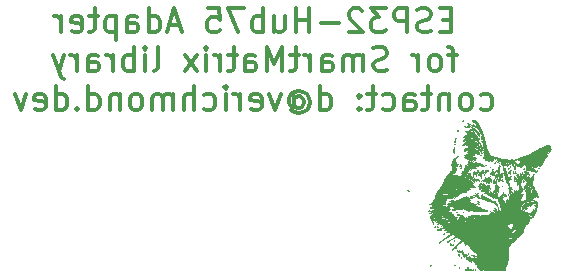
<source format=gbr>
%TF.GenerationSoftware,KiCad,Pcbnew,(5.1.9)-1*%
%TF.CreationDate,2021-04-28T16:43:29+10:00*%
%TF.ProjectId,ESP32-D1Mini-HUB75,45535033-322d-4443-914d-696e692d4855,rev?*%
%TF.SameCoordinates,Original*%
%TF.FileFunction,Legend,Bot*%
%TF.FilePolarity,Positive*%
%FSLAX46Y46*%
G04 Gerber Fmt 4.6, Leading zero omitted, Abs format (unit mm)*
G04 Created by KiCad (PCBNEW (5.1.9)-1) date 2021-04-28 16:43:29*
%MOMM*%
%LPD*%
G01*
G04 APERTURE LIST*
%ADD10C,0.300000*%
%ADD11C,0.010000*%
G04 APERTURE END LIST*
D10*
X115726666Y-148957142D02*
X115060000Y-148957142D01*
X114774285Y-150004761D02*
X115726666Y-150004761D01*
X115726666Y-148004761D01*
X114774285Y-148004761D01*
X114012380Y-149909523D02*
X113726666Y-150004761D01*
X113250476Y-150004761D01*
X113060000Y-149909523D01*
X112964761Y-149814285D01*
X112869523Y-149623809D01*
X112869523Y-149433333D01*
X112964761Y-149242857D01*
X113060000Y-149147619D01*
X113250476Y-149052380D01*
X113631428Y-148957142D01*
X113821904Y-148861904D01*
X113917142Y-148766666D01*
X114012380Y-148576190D01*
X114012380Y-148385714D01*
X113917142Y-148195238D01*
X113821904Y-148100000D01*
X113631428Y-148004761D01*
X113155238Y-148004761D01*
X112869523Y-148100000D01*
X112012380Y-150004761D02*
X112012380Y-148004761D01*
X111250476Y-148004761D01*
X111060000Y-148100000D01*
X110964761Y-148195238D01*
X110869523Y-148385714D01*
X110869523Y-148671428D01*
X110964761Y-148861904D01*
X111060000Y-148957142D01*
X111250476Y-149052380D01*
X112012380Y-149052380D01*
X110202857Y-148004761D02*
X108964761Y-148004761D01*
X109631428Y-148766666D01*
X109345714Y-148766666D01*
X109155238Y-148861904D01*
X109060000Y-148957142D01*
X108964761Y-149147619D01*
X108964761Y-149623809D01*
X109060000Y-149814285D01*
X109155238Y-149909523D01*
X109345714Y-150004761D01*
X109917142Y-150004761D01*
X110107619Y-149909523D01*
X110202857Y-149814285D01*
X108202857Y-148195238D02*
X108107619Y-148100000D01*
X107917142Y-148004761D01*
X107440952Y-148004761D01*
X107250476Y-148100000D01*
X107155238Y-148195238D01*
X107060000Y-148385714D01*
X107060000Y-148576190D01*
X107155238Y-148861904D01*
X108298095Y-150004761D01*
X107060000Y-150004761D01*
X106202857Y-149242857D02*
X104679047Y-149242857D01*
X103726666Y-150004761D02*
X103726666Y-148004761D01*
X103726666Y-148957142D02*
X102583809Y-148957142D01*
X102583809Y-150004761D02*
X102583809Y-148004761D01*
X100774285Y-148671428D02*
X100774285Y-150004761D01*
X101631428Y-148671428D02*
X101631428Y-149719047D01*
X101536190Y-149909523D01*
X101345714Y-150004761D01*
X101060000Y-150004761D01*
X100869523Y-149909523D01*
X100774285Y-149814285D01*
X99821904Y-150004761D02*
X99821904Y-148004761D01*
X99821904Y-148766666D02*
X99631428Y-148671428D01*
X99250476Y-148671428D01*
X99060000Y-148766666D01*
X98964761Y-148861904D01*
X98869523Y-149052380D01*
X98869523Y-149623809D01*
X98964761Y-149814285D01*
X99060000Y-149909523D01*
X99250476Y-150004761D01*
X99631428Y-150004761D01*
X99821904Y-149909523D01*
X98202857Y-148004761D02*
X96869523Y-148004761D01*
X97726666Y-150004761D01*
X95155238Y-148004761D02*
X96107619Y-148004761D01*
X96202857Y-148957142D01*
X96107619Y-148861904D01*
X95917142Y-148766666D01*
X95440952Y-148766666D01*
X95250476Y-148861904D01*
X95155238Y-148957142D01*
X95060000Y-149147619D01*
X95060000Y-149623809D01*
X95155238Y-149814285D01*
X95250476Y-149909523D01*
X95440952Y-150004761D01*
X95917142Y-150004761D01*
X96107619Y-149909523D01*
X96202857Y-149814285D01*
X92774285Y-149433333D02*
X91821904Y-149433333D01*
X92964761Y-150004761D02*
X92298095Y-148004761D01*
X91631428Y-150004761D01*
X90107619Y-150004761D02*
X90107619Y-148004761D01*
X90107619Y-149909523D02*
X90298095Y-150004761D01*
X90679047Y-150004761D01*
X90869523Y-149909523D01*
X90964761Y-149814285D01*
X91060000Y-149623809D01*
X91060000Y-149052380D01*
X90964761Y-148861904D01*
X90869523Y-148766666D01*
X90679047Y-148671428D01*
X90298095Y-148671428D01*
X90107619Y-148766666D01*
X88298095Y-150004761D02*
X88298095Y-148957142D01*
X88393333Y-148766666D01*
X88583809Y-148671428D01*
X88964761Y-148671428D01*
X89155238Y-148766666D01*
X88298095Y-149909523D02*
X88488571Y-150004761D01*
X88964761Y-150004761D01*
X89155238Y-149909523D01*
X89250476Y-149719047D01*
X89250476Y-149528571D01*
X89155238Y-149338095D01*
X88964761Y-149242857D01*
X88488571Y-149242857D01*
X88298095Y-149147619D01*
X87345714Y-148671428D02*
X87345714Y-150671428D01*
X87345714Y-148766666D02*
X87155238Y-148671428D01*
X86774285Y-148671428D01*
X86583809Y-148766666D01*
X86488571Y-148861904D01*
X86393333Y-149052380D01*
X86393333Y-149623809D01*
X86488571Y-149814285D01*
X86583809Y-149909523D01*
X86774285Y-150004761D01*
X87155238Y-150004761D01*
X87345714Y-149909523D01*
X85821904Y-148671428D02*
X85060000Y-148671428D01*
X85536190Y-148004761D02*
X85536190Y-149719047D01*
X85440952Y-149909523D01*
X85250476Y-150004761D01*
X85060000Y-150004761D01*
X83631428Y-149909523D02*
X83821904Y-150004761D01*
X84202857Y-150004761D01*
X84393333Y-149909523D01*
X84488571Y-149719047D01*
X84488571Y-148957142D01*
X84393333Y-148766666D01*
X84202857Y-148671428D01*
X83821904Y-148671428D01*
X83631428Y-148766666D01*
X83536190Y-148957142D01*
X83536190Y-149147619D01*
X84488571Y-149338095D01*
X82679047Y-150004761D02*
X82679047Y-148671428D01*
X82679047Y-149052380D02*
X82583809Y-148861904D01*
X82488571Y-148766666D01*
X82298095Y-148671428D01*
X82107619Y-148671428D01*
X116202857Y-151971428D02*
X115440952Y-151971428D01*
X115917142Y-153304761D02*
X115917142Y-151590476D01*
X115821904Y-151400000D01*
X115631428Y-151304761D01*
X115440952Y-151304761D01*
X114488571Y-153304761D02*
X114679047Y-153209523D01*
X114774285Y-153114285D01*
X114869523Y-152923809D01*
X114869523Y-152352380D01*
X114774285Y-152161904D01*
X114679047Y-152066666D01*
X114488571Y-151971428D01*
X114202857Y-151971428D01*
X114012380Y-152066666D01*
X113917142Y-152161904D01*
X113821904Y-152352380D01*
X113821904Y-152923809D01*
X113917142Y-153114285D01*
X114012380Y-153209523D01*
X114202857Y-153304761D01*
X114488571Y-153304761D01*
X112964761Y-153304761D02*
X112964761Y-151971428D01*
X112964761Y-152352380D02*
X112869523Y-152161904D01*
X112774285Y-152066666D01*
X112583809Y-151971428D01*
X112393333Y-151971428D01*
X110298095Y-153209523D02*
X110012380Y-153304761D01*
X109536190Y-153304761D01*
X109345714Y-153209523D01*
X109250476Y-153114285D01*
X109155238Y-152923809D01*
X109155238Y-152733333D01*
X109250476Y-152542857D01*
X109345714Y-152447619D01*
X109536190Y-152352380D01*
X109917142Y-152257142D01*
X110107619Y-152161904D01*
X110202857Y-152066666D01*
X110298095Y-151876190D01*
X110298095Y-151685714D01*
X110202857Y-151495238D01*
X110107619Y-151400000D01*
X109917142Y-151304761D01*
X109440952Y-151304761D01*
X109155238Y-151400000D01*
X108298095Y-153304761D02*
X108298095Y-151971428D01*
X108298095Y-152161904D02*
X108202857Y-152066666D01*
X108012380Y-151971428D01*
X107726666Y-151971428D01*
X107536190Y-152066666D01*
X107440952Y-152257142D01*
X107440952Y-153304761D01*
X107440952Y-152257142D02*
X107345714Y-152066666D01*
X107155238Y-151971428D01*
X106869523Y-151971428D01*
X106679047Y-152066666D01*
X106583809Y-152257142D01*
X106583809Y-153304761D01*
X104774285Y-153304761D02*
X104774285Y-152257142D01*
X104869523Y-152066666D01*
X105060000Y-151971428D01*
X105440952Y-151971428D01*
X105631428Y-152066666D01*
X104774285Y-153209523D02*
X104964761Y-153304761D01*
X105440952Y-153304761D01*
X105631428Y-153209523D01*
X105726666Y-153019047D01*
X105726666Y-152828571D01*
X105631428Y-152638095D01*
X105440952Y-152542857D01*
X104964761Y-152542857D01*
X104774285Y-152447619D01*
X103821904Y-153304761D02*
X103821904Y-151971428D01*
X103821904Y-152352380D02*
X103726666Y-152161904D01*
X103631428Y-152066666D01*
X103440952Y-151971428D01*
X103250476Y-151971428D01*
X102869523Y-151971428D02*
X102107619Y-151971428D01*
X102583809Y-151304761D02*
X102583809Y-153019047D01*
X102488571Y-153209523D01*
X102298095Y-153304761D01*
X102107619Y-153304761D01*
X101440952Y-153304761D02*
X101440952Y-151304761D01*
X100774285Y-152733333D01*
X100107619Y-151304761D01*
X100107619Y-153304761D01*
X98298095Y-153304761D02*
X98298095Y-152257142D01*
X98393333Y-152066666D01*
X98583809Y-151971428D01*
X98964761Y-151971428D01*
X99155238Y-152066666D01*
X98298095Y-153209523D02*
X98488571Y-153304761D01*
X98964761Y-153304761D01*
X99155238Y-153209523D01*
X99250476Y-153019047D01*
X99250476Y-152828571D01*
X99155238Y-152638095D01*
X98964761Y-152542857D01*
X98488571Y-152542857D01*
X98298095Y-152447619D01*
X97631428Y-151971428D02*
X96869523Y-151971428D01*
X97345714Y-151304761D02*
X97345714Y-153019047D01*
X97250476Y-153209523D01*
X97060000Y-153304761D01*
X96869523Y-153304761D01*
X96202857Y-153304761D02*
X96202857Y-151971428D01*
X96202857Y-152352380D02*
X96107619Y-152161904D01*
X96012380Y-152066666D01*
X95821904Y-151971428D01*
X95631428Y-151971428D01*
X94964761Y-153304761D02*
X94964761Y-151971428D01*
X94964761Y-151304761D02*
X95060000Y-151400000D01*
X94964761Y-151495238D01*
X94869523Y-151400000D01*
X94964761Y-151304761D01*
X94964761Y-151495238D01*
X94202857Y-153304761D02*
X93155238Y-151971428D01*
X94202857Y-151971428D02*
X93155238Y-153304761D01*
X90583809Y-153304761D02*
X90774285Y-153209523D01*
X90869523Y-153019047D01*
X90869523Y-151304761D01*
X89821904Y-153304761D02*
X89821904Y-151971428D01*
X89821904Y-151304761D02*
X89917142Y-151400000D01*
X89821904Y-151495238D01*
X89726666Y-151400000D01*
X89821904Y-151304761D01*
X89821904Y-151495238D01*
X88869523Y-153304761D02*
X88869523Y-151304761D01*
X88869523Y-152066666D02*
X88679047Y-151971428D01*
X88298095Y-151971428D01*
X88107619Y-152066666D01*
X88012380Y-152161904D01*
X87917142Y-152352380D01*
X87917142Y-152923809D01*
X88012380Y-153114285D01*
X88107619Y-153209523D01*
X88298095Y-153304761D01*
X88679047Y-153304761D01*
X88869523Y-153209523D01*
X87060000Y-153304761D02*
X87060000Y-151971428D01*
X87060000Y-152352380D02*
X86964761Y-152161904D01*
X86869523Y-152066666D01*
X86679047Y-151971428D01*
X86488571Y-151971428D01*
X84964761Y-153304761D02*
X84964761Y-152257142D01*
X85060000Y-152066666D01*
X85250476Y-151971428D01*
X85631428Y-151971428D01*
X85821904Y-152066666D01*
X84964761Y-153209523D02*
X85155238Y-153304761D01*
X85631428Y-153304761D01*
X85821904Y-153209523D01*
X85917142Y-153019047D01*
X85917142Y-152828571D01*
X85821904Y-152638095D01*
X85631428Y-152542857D01*
X85155238Y-152542857D01*
X84964761Y-152447619D01*
X84012380Y-153304761D02*
X84012380Y-151971428D01*
X84012380Y-152352380D02*
X83917142Y-152161904D01*
X83821904Y-152066666D01*
X83631428Y-151971428D01*
X83440952Y-151971428D01*
X82964761Y-151971428D02*
X82488571Y-153304761D01*
X82012380Y-151971428D02*
X82488571Y-153304761D01*
X82679047Y-153780952D01*
X82774285Y-153876190D01*
X82964761Y-153971428D01*
X118250476Y-156509523D02*
X118440952Y-156604761D01*
X118821904Y-156604761D01*
X119012380Y-156509523D01*
X119107619Y-156414285D01*
X119202857Y-156223809D01*
X119202857Y-155652380D01*
X119107619Y-155461904D01*
X119012380Y-155366666D01*
X118821904Y-155271428D01*
X118440952Y-155271428D01*
X118250476Y-155366666D01*
X117107619Y-156604761D02*
X117298095Y-156509523D01*
X117393333Y-156414285D01*
X117488571Y-156223809D01*
X117488571Y-155652380D01*
X117393333Y-155461904D01*
X117298095Y-155366666D01*
X117107619Y-155271428D01*
X116821904Y-155271428D01*
X116631428Y-155366666D01*
X116536190Y-155461904D01*
X116440952Y-155652380D01*
X116440952Y-156223809D01*
X116536190Y-156414285D01*
X116631428Y-156509523D01*
X116821904Y-156604761D01*
X117107619Y-156604761D01*
X115583809Y-155271428D02*
X115583809Y-156604761D01*
X115583809Y-155461904D02*
X115488571Y-155366666D01*
X115298095Y-155271428D01*
X115012380Y-155271428D01*
X114821904Y-155366666D01*
X114726666Y-155557142D01*
X114726666Y-156604761D01*
X114060000Y-155271428D02*
X113298095Y-155271428D01*
X113774285Y-154604761D02*
X113774285Y-156319047D01*
X113679047Y-156509523D01*
X113488571Y-156604761D01*
X113298095Y-156604761D01*
X111774285Y-156604761D02*
X111774285Y-155557142D01*
X111869523Y-155366666D01*
X112060000Y-155271428D01*
X112440952Y-155271428D01*
X112631428Y-155366666D01*
X111774285Y-156509523D02*
X111964761Y-156604761D01*
X112440952Y-156604761D01*
X112631428Y-156509523D01*
X112726666Y-156319047D01*
X112726666Y-156128571D01*
X112631428Y-155938095D01*
X112440952Y-155842857D01*
X111964761Y-155842857D01*
X111774285Y-155747619D01*
X109964761Y-156509523D02*
X110155238Y-156604761D01*
X110536190Y-156604761D01*
X110726666Y-156509523D01*
X110821904Y-156414285D01*
X110917142Y-156223809D01*
X110917142Y-155652380D01*
X110821904Y-155461904D01*
X110726666Y-155366666D01*
X110536190Y-155271428D01*
X110155238Y-155271428D01*
X109964761Y-155366666D01*
X109393333Y-155271428D02*
X108631428Y-155271428D01*
X109107619Y-154604761D02*
X109107619Y-156319047D01*
X109012380Y-156509523D01*
X108821904Y-156604761D01*
X108631428Y-156604761D01*
X107964761Y-156414285D02*
X107869523Y-156509523D01*
X107964761Y-156604761D01*
X108060000Y-156509523D01*
X107964761Y-156414285D01*
X107964761Y-156604761D01*
X107964761Y-155366666D02*
X107869523Y-155461904D01*
X107964761Y-155557142D01*
X108060000Y-155461904D01*
X107964761Y-155366666D01*
X107964761Y-155557142D01*
X104631428Y-156604761D02*
X104631428Y-154604761D01*
X104631428Y-156509523D02*
X104821904Y-156604761D01*
X105202857Y-156604761D01*
X105393333Y-156509523D01*
X105488571Y-156414285D01*
X105583809Y-156223809D01*
X105583809Y-155652380D01*
X105488571Y-155461904D01*
X105393333Y-155366666D01*
X105202857Y-155271428D01*
X104821904Y-155271428D01*
X104631428Y-155366666D01*
X102440952Y-155652380D02*
X102536190Y-155557142D01*
X102726666Y-155461904D01*
X102917142Y-155461904D01*
X103107619Y-155557142D01*
X103202857Y-155652380D01*
X103298095Y-155842857D01*
X103298095Y-156033333D01*
X103202857Y-156223809D01*
X103107619Y-156319047D01*
X102917142Y-156414285D01*
X102726666Y-156414285D01*
X102536190Y-156319047D01*
X102440952Y-156223809D01*
X102440952Y-155461904D02*
X102440952Y-156223809D01*
X102345714Y-156319047D01*
X102250476Y-156319047D01*
X102060000Y-156223809D01*
X101964761Y-156033333D01*
X101964761Y-155557142D01*
X102155238Y-155271428D01*
X102440952Y-155080952D01*
X102821904Y-154985714D01*
X103202857Y-155080952D01*
X103488571Y-155271428D01*
X103679047Y-155557142D01*
X103774285Y-155938095D01*
X103679047Y-156319047D01*
X103488571Y-156604761D01*
X103202857Y-156795238D01*
X102821904Y-156890476D01*
X102440952Y-156795238D01*
X102155238Y-156604761D01*
X101298095Y-155271428D02*
X100821904Y-156604761D01*
X100345714Y-155271428D01*
X98821904Y-156509523D02*
X99012380Y-156604761D01*
X99393333Y-156604761D01*
X99583809Y-156509523D01*
X99679047Y-156319047D01*
X99679047Y-155557142D01*
X99583809Y-155366666D01*
X99393333Y-155271428D01*
X99012380Y-155271428D01*
X98821904Y-155366666D01*
X98726666Y-155557142D01*
X98726666Y-155747619D01*
X99679047Y-155938095D01*
X97869523Y-156604761D02*
X97869523Y-155271428D01*
X97869523Y-155652380D02*
X97774285Y-155461904D01*
X97679047Y-155366666D01*
X97488571Y-155271428D01*
X97298095Y-155271428D01*
X96631428Y-156604761D02*
X96631428Y-155271428D01*
X96631428Y-154604761D02*
X96726666Y-154700000D01*
X96631428Y-154795238D01*
X96536190Y-154700000D01*
X96631428Y-154604761D01*
X96631428Y-154795238D01*
X94821904Y-156509523D02*
X95012380Y-156604761D01*
X95393333Y-156604761D01*
X95583809Y-156509523D01*
X95679047Y-156414285D01*
X95774285Y-156223809D01*
X95774285Y-155652380D01*
X95679047Y-155461904D01*
X95583809Y-155366666D01*
X95393333Y-155271428D01*
X95012380Y-155271428D01*
X94821904Y-155366666D01*
X93964761Y-156604761D02*
X93964761Y-154604761D01*
X93107619Y-156604761D02*
X93107619Y-155557142D01*
X93202857Y-155366666D01*
X93393333Y-155271428D01*
X93679047Y-155271428D01*
X93869523Y-155366666D01*
X93964761Y-155461904D01*
X92155238Y-156604761D02*
X92155238Y-155271428D01*
X92155238Y-155461904D02*
X92060000Y-155366666D01*
X91869523Y-155271428D01*
X91583809Y-155271428D01*
X91393333Y-155366666D01*
X91298095Y-155557142D01*
X91298095Y-156604761D01*
X91298095Y-155557142D02*
X91202857Y-155366666D01*
X91012380Y-155271428D01*
X90726666Y-155271428D01*
X90536190Y-155366666D01*
X90440952Y-155557142D01*
X90440952Y-156604761D01*
X89202857Y-156604761D02*
X89393333Y-156509523D01*
X89488571Y-156414285D01*
X89583809Y-156223809D01*
X89583809Y-155652380D01*
X89488571Y-155461904D01*
X89393333Y-155366666D01*
X89202857Y-155271428D01*
X88917142Y-155271428D01*
X88726666Y-155366666D01*
X88631428Y-155461904D01*
X88536190Y-155652380D01*
X88536190Y-156223809D01*
X88631428Y-156414285D01*
X88726666Y-156509523D01*
X88917142Y-156604761D01*
X89202857Y-156604761D01*
X87679047Y-155271428D02*
X87679047Y-156604761D01*
X87679047Y-155461904D02*
X87583809Y-155366666D01*
X87393333Y-155271428D01*
X87107619Y-155271428D01*
X86917142Y-155366666D01*
X86821904Y-155557142D01*
X86821904Y-156604761D01*
X85012380Y-156604761D02*
X85012380Y-154604761D01*
X85012380Y-156509523D02*
X85202857Y-156604761D01*
X85583809Y-156604761D01*
X85774285Y-156509523D01*
X85869523Y-156414285D01*
X85964761Y-156223809D01*
X85964761Y-155652380D01*
X85869523Y-155461904D01*
X85774285Y-155366666D01*
X85583809Y-155271428D01*
X85202857Y-155271428D01*
X85012380Y-155366666D01*
X84060000Y-156414285D02*
X83964761Y-156509523D01*
X84060000Y-156604761D01*
X84155238Y-156509523D01*
X84060000Y-156414285D01*
X84060000Y-156604761D01*
X82250476Y-156604761D02*
X82250476Y-154604761D01*
X82250476Y-156509523D02*
X82440952Y-156604761D01*
X82821904Y-156604761D01*
X83012380Y-156509523D01*
X83107619Y-156414285D01*
X83202857Y-156223809D01*
X83202857Y-155652380D01*
X83107619Y-155461904D01*
X83012380Y-155366666D01*
X82821904Y-155271428D01*
X82440952Y-155271428D01*
X82250476Y-155366666D01*
X80536190Y-156509523D02*
X80726666Y-156604761D01*
X81107619Y-156604761D01*
X81298095Y-156509523D01*
X81393333Y-156319047D01*
X81393333Y-155557142D01*
X81298095Y-155366666D01*
X81107619Y-155271428D01*
X80726666Y-155271428D01*
X80536190Y-155366666D01*
X80440952Y-155557142D01*
X80440952Y-155747619D01*
X81393333Y-155938095D01*
X79774285Y-155271428D02*
X79298095Y-156604761D01*
X78821904Y-155271428D01*
D11*
%TO.C,G\u002A\u002A\u002A*%
G36*
X116211657Y-160515933D02*
G01*
X116142478Y-160569252D01*
X116054848Y-160643274D01*
X115988694Y-160677638D01*
X115929787Y-160732889D01*
X115877061Y-160839664D01*
X115841733Y-160964972D01*
X115835016Y-161075821D01*
X115842477Y-161107757D01*
X115852333Y-161188536D01*
X115818141Y-161218263D01*
X115760370Y-161180606D01*
X115756808Y-161176116D01*
X115726647Y-161145094D01*
X115726634Y-161174697D01*
X115757221Y-161273483D01*
X115762834Y-161290000D01*
X115809998Y-161446921D01*
X115837517Y-161577428D01*
X115843031Y-161664560D01*
X115824178Y-161691358D01*
X115818330Y-161688662D01*
X115783773Y-161697194D01*
X115781666Y-161710834D01*
X115746234Y-161747250D01*
X115697000Y-161755666D01*
X115628237Y-161775033D01*
X115612333Y-161801963D01*
X115647675Y-161848775D01*
X115697000Y-161870400D01*
X115765628Y-161903908D01*
X115781666Y-161929937D01*
X115754585Y-161965057D01*
X115701131Y-161951800D01*
X115675762Y-161924885D01*
X115623485Y-161904239D01*
X115548283Y-161942310D01*
X115471619Y-162025714D01*
X115445527Y-162068444D01*
X115394428Y-162138823D01*
X115354166Y-162155257D01*
X115334100Y-162171978D01*
X115337166Y-162221333D01*
X115335587Y-162280134D01*
X115315028Y-162284232D01*
X115279290Y-162302058D01*
X115248183Y-162378351D01*
X115203470Y-162492404D01*
X115130781Y-162616234D01*
X115119941Y-162631258D01*
X115055650Y-162728155D01*
X115021399Y-162800231D01*
X115019666Y-162810853D01*
X114994009Y-162870863D01*
X114931526Y-162956823D01*
X114924416Y-162965116D01*
X114846827Y-163068448D01*
X114758817Y-163205543D01*
X114720315Y-163272355D01*
X114642733Y-163413540D01*
X114546096Y-163589670D01*
X114456210Y-163753701D01*
X114384502Y-163897337D01*
X114337072Y-164017466D01*
X114322670Y-164091320D01*
X114324078Y-164097488D01*
X114311144Y-164160704D01*
X114276874Y-164184727D01*
X114228271Y-164234900D01*
X114229435Y-164271353D01*
X114217323Y-164335317D01*
X114188810Y-164355364D01*
X114147107Y-164397414D01*
X114151648Y-164422367D01*
X114140382Y-164457598D01*
X114101415Y-164465648D01*
X114050781Y-164472696D01*
X114079956Y-164501845D01*
X114088333Y-164507333D01*
X114115397Y-164536639D01*
X114070227Y-164550622D01*
X114024833Y-164553521D01*
X113897833Y-164558673D01*
X114014250Y-164604675D01*
X114104381Y-164663059D01*
X114126367Y-164728094D01*
X114076937Y-164780544D01*
X114046000Y-164791400D01*
X113977169Y-164836183D01*
X113961333Y-164877395D01*
X113982968Y-164919857D01*
X114059878Y-164921041D01*
X114086692Y-164916178D01*
X114183343Y-164911084D01*
X114238503Y-164933907D01*
X114237573Y-164998108D01*
X114189210Y-165060451D01*
X114123192Y-165084337D01*
X114116988Y-165083255D01*
X114090234Y-165082955D01*
X114098916Y-165089299D01*
X114130314Y-165142020D01*
X114130666Y-165148359D01*
X114103744Y-165168595D01*
X114081792Y-165159457D01*
X114052811Y-165154472D01*
X114063013Y-165177945D01*
X114052486Y-165229751D01*
X113984887Y-165275948D01*
X113906044Y-165324222D01*
X113876666Y-165364247D01*
X113907819Y-165369250D01*
X113985781Y-165334710D01*
X114019247Y-165315119D01*
X114132902Y-165249376D01*
X114188581Y-165232117D01*
X114196928Y-165262234D01*
X114185488Y-165297849D01*
X114179476Y-165347520D01*
X114231868Y-165340454D01*
X114235138Y-165339213D01*
X114286781Y-165325425D01*
X114271195Y-165358451D01*
X114256872Y-165376124D01*
X114188752Y-165421708D01*
X114148146Y-165421942D01*
X114081408Y-165434002D01*
X114038512Y-165470475D01*
X114006159Y-165517143D01*
X114032075Y-165509750D01*
X114036449Y-165507156D01*
X114113952Y-165492406D01*
X114217486Y-165502639D01*
X114344573Y-165530552D01*
X114236774Y-165615347D01*
X114136279Y-165718027D01*
X114066636Y-165820691D01*
X114004298Y-165941241D01*
X114146767Y-165918121D01*
X114254219Y-165914354D01*
X114316086Y-165938656D01*
X114317426Y-165940614D01*
X114375492Y-165966266D01*
X114478253Y-165963950D01*
X114481558Y-165963409D01*
X114569066Y-165951548D01*
X114584054Y-165963431D01*
X114540495Y-166003349D01*
X114488781Y-166052657D01*
X114508501Y-166079019D01*
X114553307Y-166094613D01*
X114614717Y-166125751D01*
X114602375Y-166173711D01*
X114587979Y-166192912D01*
X114558925Y-166234816D01*
X114581175Y-166230186D01*
X114647760Y-166189352D01*
X114749131Y-166130620D01*
X114794462Y-166124950D01*
X114794581Y-166173469D01*
X114785860Y-166203732D01*
X114772545Y-166260965D01*
X114798049Y-166267735D01*
X114878257Y-166230308D01*
X115001792Y-166193199D01*
X115083166Y-166200680D01*
X115129189Y-166224806D01*
X115115103Y-166251906D01*
X115032215Y-166295811D01*
X115019666Y-166301725D01*
X114944745Y-166339867D01*
X114931275Y-166353711D01*
X114945583Y-166350783D01*
X115007097Y-166352019D01*
X115019666Y-166371328D01*
X115055594Y-166403858D01*
X115114916Y-166413679D01*
X115167962Y-166419479D01*
X115170217Y-166440839D01*
X115114350Y-166486923D01*
X114993030Y-166566896D01*
X114991583Y-166567819D01*
X114942220Y-166602760D01*
X114967187Y-166604162D01*
X115009083Y-166594632D01*
X115082112Y-166592702D01*
X115104333Y-166615099D01*
X115138639Y-166640215D01*
X115199583Y-166635912D01*
X115265389Y-166622821D01*
X115259560Y-166640325D01*
X115210166Y-166680863D01*
X115152275Y-166730710D01*
X115163084Y-166747352D01*
X115218251Y-166749653D01*
X115314355Y-166774804D01*
X115345365Y-166835679D01*
X115316060Y-166899093D01*
X115294243Y-166936288D01*
X115329985Y-166938710D01*
X115397082Y-166921361D01*
X115495631Y-166904695D01*
X115527666Y-166926141D01*
X115561297Y-166948493D01*
X115622585Y-166938246D01*
X115687973Y-166922222D01*
X115683154Y-166948734D01*
X115654335Y-166985653D01*
X115614168Y-167040800D01*
X115633324Y-167046495D01*
X115665250Y-167035421D01*
X115731787Y-167019381D01*
X115733527Y-167042142D01*
X115676717Y-167096452D01*
X115567608Y-167175058D01*
X115516545Y-167208023D01*
X115358302Y-167317229D01*
X115186191Y-167450309D01*
X115083166Y-167537992D01*
X114995116Y-167618204D01*
X114961008Y-167652821D01*
X114984229Y-167640229D01*
X115068170Y-167578817D01*
X115189000Y-167487626D01*
X115353503Y-167369125D01*
X115517290Y-167261608D01*
X115652773Y-167182864D01*
X115689792Y-167164766D01*
X115802074Y-167117202D01*
X115864807Y-167104981D01*
X115905144Y-167127598D01*
X115931863Y-167160275D01*
X115976975Y-167204202D01*
X115992635Y-167195500D01*
X116010118Y-167189738D01*
X116044106Y-167229411D01*
X116072341Y-167284681D01*
X116077352Y-167309063D01*
X116043070Y-167343100D01*
X115990143Y-167365845D01*
X115930807Y-167396769D01*
X115926707Y-167418151D01*
X115977309Y-167418317D01*
X116055454Y-167386738D01*
X116145869Y-167352971D01*
X116212048Y-167374771D01*
X116222869Y-167383263D01*
X116293120Y-167415845D01*
X116325710Y-167411054D01*
X116372099Y-167421285D01*
X116389735Y-167449743D01*
X116443835Y-167505865D01*
X116474309Y-167513000D01*
X116546337Y-167538986D01*
X116558605Y-167604911D01*
X116513043Y-167692725D01*
X116448205Y-167757202D01*
X116324654Y-167863375D01*
X116187480Y-167990639D01*
X116050870Y-168124563D01*
X115929015Y-168250713D01*
X115836104Y-168354656D01*
X115786325Y-168421960D01*
X115781666Y-168435179D01*
X115806113Y-168435275D01*
X115868395Y-168386688D01*
X115951925Y-168305596D01*
X116040114Y-168208175D01*
X116116375Y-168110600D01*
X116120333Y-168104915D01*
X116187793Y-168031947D01*
X116299358Y-167934730D01*
X116410032Y-167849729D01*
X116537881Y-167762283D01*
X116621097Y-167721439D01*
X116680150Y-167719675D01*
X116716949Y-167736957D01*
X116781205Y-167794191D01*
X116797666Y-167830499D01*
X116831238Y-167886547D01*
X116905844Y-167938637D01*
X116982318Y-167963154D01*
X117008823Y-167957815D01*
X117058586Y-167971922D01*
X117142528Y-168035926D01*
X117243634Y-168132288D01*
X117344888Y-168243469D01*
X117429276Y-168351931D01*
X117479783Y-168440134D01*
X117481640Y-168445183D01*
X117560806Y-168556119D01*
X117685536Y-168614281D01*
X117758920Y-168616823D01*
X117810897Y-168646608D01*
X117870057Y-168727366D01*
X117876424Y-168739231D01*
X117914461Y-168831492D01*
X117901162Y-168866659D01*
X117892041Y-168867666D01*
X117883139Y-168893487D01*
X117925979Y-168957222D01*
X117940666Y-168973500D01*
X118040092Y-169079333D01*
X117937462Y-169079981D01*
X117817144Y-169099006D01*
X117750024Y-169146876D01*
X117751569Y-169212183D01*
X117747239Y-169225403D01*
X117695464Y-169187661D01*
X117672326Y-169167204D01*
X117600089Y-169113591D01*
X117561627Y-169108855D01*
X117559666Y-169116785D01*
X117535205Y-169149130D01*
X117517818Y-169143133D01*
X117494546Y-169150360D01*
X117504224Y-169190897D01*
X117504281Y-169223141D01*
X117455144Y-169201980D01*
X117377151Y-169146053D01*
X117289833Y-169065968D01*
X117247876Y-168999641D01*
X117248805Y-168979373D01*
X117242924Y-168971836D01*
X117193276Y-169016269D01*
X117182369Y-169027355D01*
X117106595Y-169087030D01*
X117050931Y-169099905D01*
X117049143Y-169098940D01*
X117011600Y-169086507D01*
X117030152Y-169125921D01*
X117083416Y-169189272D01*
X117180403Y-169267400D01*
X117304187Y-169302300D01*
X117371978Y-169307867D01*
X117458049Y-169340548D01*
X117554226Y-169414996D01*
X117566695Y-169427894D01*
X117642936Y-169495216D01*
X117697245Y-169516758D01*
X117704361Y-169513193D01*
X117748278Y-169520930D01*
X117814158Y-169580726D01*
X117820166Y-169587965D01*
X117877365Y-169654988D01*
X117894913Y-169657829D01*
X117885774Y-169601895D01*
X117890354Y-169527584D01*
X117959767Y-169492782D01*
X117967847Y-169491155D01*
X118064268Y-169490059D01*
X118089251Y-169531402D01*
X118039247Y-169607036D01*
X118024521Y-169621337D01*
X117950091Y-169724391D01*
X117916797Y-169815046D01*
X117918118Y-169906281D01*
X117979734Y-169958335D01*
X118002847Y-169967831D01*
X118103906Y-169990664D01*
X118167669Y-169985879D01*
X118228301Y-170000128D01*
X118254981Y-170038797D01*
X118285371Y-170087003D01*
X118318560Y-170058026D01*
X118364273Y-170023736D01*
X118441375Y-170049101D01*
X118443283Y-170050118D01*
X118512831Y-170100599D01*
X118533333Y-170134482D01*
X118573571Y-170145706D01*
X118685900Y-170156171D01*
X118857747Y-170165248D01*
X119076537Y-170172312D01*
X119329696Y-170176736D01*
X119393336Y-170177329D01*
X120253339Y-170184006D01*
X120322016Y-169930618D01*
X118557354Y-169930618D01*
X118547867Y-169942921D01*
X118486855Y-169911932D01*
X118475791Y-169904833D01*
X118152333Y-169904833D01*
X118131166Y-169926000D01*
X118110000Y-169904833D01*
X118131166Y-169883666D01*
X118152333Y-169904833D01*
X118475791Y-169904833D01*
X118475045Y-169904355D01*
X118397843Y-169848738D01*
X118364060Y-169814436D01*
X118364000Y-169813808D01*
X118391960Y-169813006D01*
X118454929Y-169845813D01*
X118521536Y-169893276D01*
X118557354Y-169930618D01*
X120322016Y-169930618D01*
X120360223Y-169789655D01*
X118236810Y-169789655D01*
X118205253Y-169797633D01*
X118194666Y-169797703D01*
X118104057Y-169775550D01*
X118067666Y-169756666D01*
X118025523Y-169723677D01*
X118057080Y-169715699D01*
X118067666Y-169715629D01*
X118158276Y-169737782D01*
X118194666Y-169756666D01*
X118236810Y-169789655D01*
X120360223Y-169789655D01*
X120371490Y-169748086D01*
X120423729Y-169558607D01*
X120471112Y-169392571D01*
X120472053Y-169389432D01*
X118009547Y-169389432D01*
X117994911Y-169394369D01*
X117933096Y-169366505D01*
X117861252Y-169309458D01*
X117708681Y-169309458D01*
X117703411Y-169333333D01*
X117653229Y-169301391D01*
X117611824Y-169248666D01*
X117600352Y-169227500D01*
X117390333Y-169227500D01*
X117369166Y-169248666D01*
X117349719Y-169229219D01*
X117298222Y-169229219D01*
X117281961Y-169232737D01*
X117205615Y-169200360D01*
X117137475Y-169159322D01*
X117131259Y-169130864D01*
X117135689Y-169128936D01*
X117202223Y-169142578D01*
X117256908Y-169183262D01*
X117298222Y-169229219D01*
X117349719Y-169229219D01*
X117348000Y-169227500D01*
X117369166Y-169206333D01*
X117390333Y-169227500D01*
X117600352Y-169227500D01*
X117576764Y-169183981D01*
X117573913Y-169164000D01*
X117609937Y-169191615D01*
X117665500Y-169248666D01*
X117708681Y-169309458D01*
X117861252Y-169309458D01*
X117853939Y-169303652D01*
X117824733Y-169241052D01*
X117850790Y-169176233D01*
X117900964Y-169164000D01*
X117968313Y-169182235D01*
X117983000Y-169206333D01*
X117949982Y-169246362D01*
X117934105Y-169248666D01*
X117921077Y-169273836D01*
X117960433Y-169331785D01*
X118009547Y-169389432D01*
X120472053Y-169389432D01*
X120483472Y-169351341D01*
X118357888Y-169351341D01*
X118347906Y-169373431D01*
X118324165Y-169375666D01*
X118266760Y-169344920D01*
X118258466Y-169333818D01*
X118265280Y-169309762D01*
X118298301Y-169317180D01*
X118357888Y-169351341D01*
X120483472Y-169351341D01*
X120507397Y-169271542D01*
X120522959Y-169224862D01*
X120526341Y-169203834D01*
X118237000Y-169203834D01*
X118206270Y-169246943D01*
X118194666Y-169248666D01*
X118153434Y-169234223D01*
X118152333Y-169229998D01*
X118181998Y-169193855D01*
X118194666Y-169185166D01*
X118233676Y-169188523D01*
X118237000Y-169203834D01*
X120526341Y-169203834D01*
X120532749Y-169164000D01*
X118088833Y-169164000D01*
X118085477Y-169203009D01*
X118070165Y-169206333D01*
X118027056Y-169175603D01*
X118025333Y-169164000D01*
X118039777Y-169122767D01*
X118044001Y-169121666D01*
X118080144Y-169151331D01*
X118088833Y-169164000D01*
X120532749Y-169164000D01*
X120535504Y-169146878D01*
X120542503Y-169007006D01*
X120543220Y-168827889D01*
X120539987Y-168701637D01*
X120534851Y-168489005D01*
X120539553Y-168341035D01*
X120556062Y-168238089D01*
X120586348Y-168160530D01*
X120595976Y-168143358D01*
X120652563Y-168060340D01*
X120693965Y-168021409D01*
X120696523Y-168021000D01*
X120728700Y-167985945D01*
X120746573Y-167937710D01*
X120797229Y-167865470D01*
X120893742Y-167795294D01*
X120913571Y-167785170D01*
X121033034Y-167700866D01*
X121126455Y-167589920D01*
X121131007Y-167581821D01*
X121135994Y-167575436D01*
X120855803Y-167575436D01*
X120816016Y-167574915D01*
X120780376Y-167557140D01*
X120712275Y-167531292D01*
X120692383Y-167559587D01*
X120692333Y-167562915D01*
X120670842Y-167582910D01*
X120641692Y-167560270D01*
X120565333Y-167560270D01*
X120529834Y-167590667D01*
X120480666Y-167597666D01*
X120412013Y-167572867D01*
X120396776Y-167539811D01*
X120353666Y-167539811D01*
X120329627Y-167607111D01*
X120325444Y-167611777D01*
X120280107Y-167621820D01*
X120275350Y-167618127D01*
X120280580Y-167579189D01*
X120220063Y-167579189D01*
X120218440Y-167588022D01*
X120169371Y-167648868D01*
X120108343Y-167666034D01*
X120021805Y-167679987D01*
X119986927Y-167696294D01*
X119936347Y-167698181D01*
X119862423Y-167668621D01*
X119809077Y-167627584D01*
X119805674Y-167618833D01*
X119761000Y-167618833D01*
X119739833Y-167640000D01*
X119718666Y-167618833D01*
X119739833Y-167597666D01*
X119761000Y-167618833D01*
X119805674Y-167618833D01*
X119803333Y-167612814D01*
X119835176Y-167604330D01*
X119869199Y-167613883D01*
X119949473Y-167615074D01*
X120062339Y-167585462D01*
X120083789Y-167577018D01*
X120179558Y-167540248D01*
X120218332Y-167540429D01*
X120220063Y-167579189D01*
X120280580Y-167579189D01*
X120281192Y-167574635D01*
X120303572Y-167546161D01*
X120346193Y-167522295D01*
X120353666Y-167539811D01*
X120396776Y-167539811D01*
X120396000Y-167538129D01*
X120427116Y-167496531D01*
X120480666Y-167500733D01*
X120549294Y-167534241D01*
X120565333Y-167560270D01*
X120641692Y-167560270D01*
X120619762Y-167543238D01*
X120570869Y-167483313D01*
X120585056Y-167435215D01*
X120620556Y-167397300D01*
X120708024Y-167354584D01*
X120790861Y-167383805D01*
X120846599Y-167474137D01*
X120854459Y-167510036D01*
X120855803Y-167575436D01*
X121135994Y-167575436D01*
X121215893Y-167473143D01*
X121321444Y-167395438D01*
X121325163Y-167393746D01*
X121403461Y-167338264D01*
X121505082Y-167239567D01*
X121612389Y-167118591D01*
X121707746Y-166996277D01*
X121773516Y-166893562D01*
X121793000Y-166838321D01*
X121808161Y-166779831D01*
X121810362Y-166773613D01*
X121200333Y-166773613D01*
X121170254Y-166826952D01*
X121096353Y-166907757D01*
X121003140Y-166993497D01*
X120915120Y-167061644D01*
X120856801Y-167089665D01*
X120856550Y-167089666D01*
X120819275Y-167056080D01*
X120802696Y-167022704D01*
X120778701Y-166923125D01*
X120808842Y-166880931D01*
X120833121Y-166878000D01*
X120898793Y-166849362D01*
X120981283Y-166779962D01*
X120985794Y-166775224D01*
X121075202Y-166709604D01*
X121153003Y-166699809D01*
X121197009Y-166746005D01*
X121200333Y-166773613D01*
X121810362Y-166773613D01*
X121847985Y-166667341D01*
X121903989Y-166524755D01*
X121906347Y-166519004D01*
X121972472Y-166369660D01*
X122012977Y-166304913D01*
X120982682Y-166304913D01*
X120968261Y-166394578D01*
X120948126Y-166469429D01*
X120892981Y-166606362D01*
X120819679Y-166664437D01*
X120717312Y-166647115D01*
X120603618Y-166578784D01*
X120521386Y-166505917D01*
X120481402Y-166442386D01*
X120480666Y-166435800D01*
X120450923Y-166364221D01*
X120417166Y-166327666D01*
X120382091Y-166285333D01*
X115802833Y-166285333D01*
X115754075Y-166324318D01*
X115678836Y-166300181D01*
X115654666Y-166285333D01*
X115626522Y-166256151D01*
X115671368Y-166244648D01*
X115710082Y-166243648D01*
X115788608Y-166255533D01*
X115802833Y-166285333D01*
X120382091Y-166285333D01*
X120363767Y-166263218D01*
X120353666Y-166231255D01*
X120379219Y-166222488D01*
X120434051Y-166260291D01*
X120497365Y-166308492D01*
X120539114Y-166294601D01*
X120571635Y-166252866D01*
X120608999Y-166221833D01*
X115908666Y-166221833D01*
X115887500Y-166243000D01*
X115866333Y-166221833D01*
X115887500Y-166200666D01*
X115908666Y-166221833D01*
X120608999Y-166221833D01*
X120667780Y-166173013D01*
X115629044Y-166173013D01*
X115615905Y-166186657D01*
X115548833Y-166220343D01*
X115440353Y-166269838D01*
X115399233Y-166280171D01*
X115418575Y-166252857D01*
X115423950Y-166247758D01*
X115493899Y-166209350D01*
X115570000Y-166184677D01*
X115629044Y-166173013D01*
X120667780Y-166173013D01*
X120677538Y-166164909D01*
X120803345Y-166148693D01*
X120911449Y-166198186D01*
X120965095Y-166249439D01*
X120982682Y-166304913D01*
X122012977Y-166304913D01*
X122025521Y-166284863D01*
X122077911Y-166248423D01*
X122118013Y-166243000D01*
X122193933Y-166229640D01*
X122216333Y-166206537D01*
X122180377Y-166185069D01*
X122099916Y-166185692D01*
X122034804Y-166191976D01*
X122040398Y-166180393D01*
X122120766Y-166145177D01*
X122131666Y-166140709D01*
X122139140Y-166137166D01*
X116374333Y-166137166D01*
X116353166Y-166158333D01*
X116332000Y-166137166D01*
X116353166Y-166116000D01*
X116374333Y-166137166D01*
X122139140Y-166137166D01*
X122216695Y-166100404D01*
X122224030Y-166079219D01*
X122195166Y-166074203D01*
X122144427Y-166066083D01*
X122166916Y-166046835D01*
X122215314Y-166026476D01*
X122283352Y-165990946D01*
X122280014Y-165972601D01*
X117206448Y-165972601D01*
X117199833Y-165989000D01*
X117161792Y-166029385D01*
X117155001Y-166031333D01*
X117136819Y-165998580D01*
X117136333Y-165989000D01*
X117168672Y-165948549D01*
X117072833Y-165948549D01*
X116967000Y-166031333D01*
X116892346Y-166088712D01*
X116855697Y-166114915D01*
X116855287Y-166115058D01*
X116853138Y-166081168D01*
X116855287Y-166046472D01*
X116845676Y-166019207D01*
X115623443Y-166019207D01*
X115610485Y-166054432D01*
X115603935Y-166062618D01*
X115510639Y-166135854D01*
X115390832Y-166188655D01*
X115342566Y-166197983D01*
X115334271Y-166174427D01*
X115358333Y-166137166D01*
X115388280Y-166086971D01*
X115351048Y-166073707D01*
X115345878Y-166073666D01*
X115277018Y-166103102D01*
X115261823Y-166126583D01*
X115226126Y-166156831D01*
X115209930Y-166148773D01*
X115193754Y-166095266D01*
X115243946Y-166044907D01*
X115342532Y-166008305D01*
X115468720Y-165996005D01*
X115581062Y-166002132D01*
X115623443Y-166019207D01*
X116845676Y-166019207D01*
X116830120Y-165975084D01*
X116802357Y-165956314D01*
X116763033Y-165957054D01*
X116766626Y-165972924D01*
X116742622Y-165991345D01*
X116656077Y-165998149D01*
X116579237Y-165995309D01*
X116464527Y-165982570D01*
X116399336Y-165966078D01*
X116393330Y-165955891D01*
X116448682Y-165933647D01*
X116549563Y-165914541D01*
X116666774Y-165901448D01*
X116771120Y-165897242D01*
X116833402Y-165904796D01*
X116840000Y-165911922D01*
X116876580Y-165937447D01*
X116956416Y-165947607D01*
X117072833Y-165948549D01*
X117168672Y-165948549D01*
X117168877Y-165948293D01*
X117181165Y-165946666D01*
X117206448Y-165972601D01*
X122280014Y-165972601D01*
X122277634Y-165959522D01*
X122257647Y-165945141D01*
X122223218Y-165914086D01*
X122266250Y-165903238D01*
X122279833Y-165902639D01*
X122327810Y-165883166D01*
X117432666Y-165883166D01*
X117411500Y-165904333D01*
X117390333Y-165883166D01*
X117411500Y-165862000D01*
X117432666Y-165883166D01*
X122327810Y-165883166D01*
X122362654Y-165869024D01*
X122449552Y-165791358D01*
X122455521Y-165783985D01*
X122546542Y-165668321D01*
X122392021Y-165683225D01*
X122296828Y-165685999D01*
X122283063Y-165667946D01*
X122293995Y-165658937D01*
X122310442Y-165636245D01*
X119106103Y-165636245D01*
X119088271Y-165648849D01*
X119022557Y-165622940D01*
X119000226Y-165609653D01*
X118956923Y-165566980D01*
X118957959Y-165550263D01*
X119002740Y-165556480D01*
X119060074Y-165590294D01*
X119106103Y-165636245D01*
X122310442Y-165636245D01*
X122318729Y-165624813D01*
X122267574Y-165598267D01*
X122252293Y-165594067D01*
X122184053Y-165571613D01*
X122189414Y-165542432D01*
X122238131Y-165501335D01*
X122293779Y-165453630D01*
X122277513Y-165446105D01*
X122216333Y-165459662D01*
X122150415Y-165471497D01*
X122159269Y-165454760D01*
X122177987Y-165442275D01*
X122214983Y-165435910D01*
X119411954Y-165435910D01*
X119406163Y-165438666D01*
X119367531Y-165408864D01*
X119358833Y-165396333D01*
X119348046Y-165356756D01*
X119353836Y-165354000D01*
X119392469Y-165383801D01*
X119401166Y-165396333D01*
X119411954Y-165435910D01*
X122214983Y-165435910D01*
X122252642Y-165429431D01*
X122360057Y-165446842D01*
X122473208Y-165484759D01*
X122565075Y-165533434D01*
X122608634Y-165583118D01*
X122608032Y-165597416D01*
X122618328Y-165645276D01*
X122636139Y-165650333D01*
X122684115Y-165619519D01*
X122687291Y-165608000D01*
X122702493Y-165537152D01*
X122703570Y-165533916D01*
X122724261Y-165471917D01*
X122745549Y-165406916D01*
X122779485Y-165333316D01*
X122803754Y-165311666D01*
X122856399Y-165272704D01*
X122905365Y-165169102D01*
X122942864Y-165020786D01*
X122956369Y-164921279D01*
X122963922Y-164808362D01*
X122961407Y-164749454D01*
X122953141Y-164751013D01*
X122903474Y-164782173D01*
X122879467Y-164774637D01*
X122857009Y-164771771D01*
X122883605Y-164811090D01*
X122914178Y-164875038D01*
X122873022Y-164930233D01*
X122819500Y-164991749D01*
X122809000Y-165021113D01*
X122780213Y-165070339D01*
X122707804Y-165149572D01*
X122671416Y-165184022D01*
X122531226Y-165280028D01*
X122381594Y-165310379D01*
X122377582Y-165310425D01*
X122268428Y-165321729D01*
X122200460Y-165347979D01*
X122195166Y-165354000D01*
X122134511Y-165391593D01*
X122099910Y-165396333D01*
X122058933Y-165388398D01*
X122083673Y-165354347D01*
X122112992Y-165329691D01*
X122169447Y-165281281D01*
X122159164Y-165272313D01*
X122110500Y-165282555D01*
X121995507Y-165314230D01*
X121941166Y-165332023D01*
X121887300Y-165347432D01*
X121906567Y-165326158D01*
X121920000Y-165316308D01*
X121942685Y-165290500D01*
X119549333Y-165290500D01*
X119528166Y-165311666D01*
X119507000Y-165290500D01*
X119528166Y-165269333D01*
X119549333Y-165290500D01*
X121942685Y-165290500D01*
X121953109Y-165278641D01*
X121933339Y-165269981D01*
X121859188Y-165255319D01*
X121837296Y-165248166D01*
X121623666Y-165248166D01*
X121602500Y-165269333D01*
X121581333Y-165248166D01*
X119930333Y-165248166D01*
X119909166Y-165269333D01*
X119888000Y-165248166D01*
X119909166Y-165227000D01*
X119930333Y-165248166D01*
X121581333Y-165248166D01*
X121602500Y-165227000D01*
X121623666Y-165248166D01*
X121837296Y-165248166D01*
X121767696Y-165225426D01*
X121691955Y-165185510D01*
X121690385Y-165145046D01*
X121701440Y-165132293D01*
X121749596Y-165064646D01*
X121736892Y-165038422D01*
X121675833Y-165070433D01*
X121663415Y-165081172D01*
X121595747Y-165131871D01*
X121555039Y-165122471D01*
X121537064Y-165098316D01*
X121499878Y-165014034D01*
X121526126Y-164960964D01*
X121541886Y-164950049D01*
X121570120Y-164892127D01*
X121565062Y-164864659D01*
X121573389Y-164791135D01*
X121624884Y-164686000D01*
X121702055Y-164573194D01*
X121706352Y-164568334D01*
X121581333Y-164568334D01*
X121559231Y-164626256D01*
X121539000Y-164634333D01*
X121497878Y-164603949D01*
X121496666Y-164594498D01*
X121527439Y-164537164D01*
X121539000Y-164528500D01*
X121575241Y-164538096D01*
X121581333Y-164568334D01*
X121706352Y-164568334D01*
X121787412Y-164476655D01*
X121863466Y-164420323D01*
X121893667Y-164414891D01*
X121987767Y-164400270D01*
X122040564Y-164369556D01*
X122134023Y-164323391D01*
X122236087Y-164302963D01*
X122345986Y-164271590D01*
X122473452Y-164202047D01*
X122518713Y-164168897D01*
X122637976Y-164080903D01*
X122669289Y-164061250D01*
X122105478Y-164061250D01*
X122080107Y-164129191D01*
X121988857Y-164202050D01*
X121898833Y-164251750D01*
X121779506Y-164304771D01*
X121692182Y-164329626D01*
X121662263Y-164325412D01*
X121620094Y-164324951D01*
X121582996Y-164357162D01*
X121534316Y-164410693D01*
X121518633Y-164422666D01*
X121523621Y-164385659D01*
X121546648Y-164289415D01*
X121576733Y-164176728D01*
X121628352Y-164018489D01*
X121641031Y-163988030D01*
X120756630Y-163988030D01*
X120749975Y-164020500D01*
X120719928Y-164076200D01*
X120708971Y-164084000D01*
X120694172Y-164049431D01*
X120692333Y-164020500D01*
X120714488Y-163964153D01*
X120733338Y-163957000D01*
X120756630Y-163988030D01*
X121641031Y-163988030D01*
X121688249Y-163874602D01*
X121725021Y-163806311D01*
X121805210Y-163681833D01*
X121687526Y-163787666D01*
X121569842Y-163893500D01*
X121615148Y-163806334D01*
X120861666Y-163806334D01*
X120839564Y-163864256D01*
X120819333Y-163872333D01*
X120778212Y-163841949D01*
X120777000Y-163832498D01*
X120807772Y-163775164D01*
X120819333Y-163766500D01*
X120855575Y-163776096D01*
X120861666Y-163806334D01*
X121615148Y-163806334D01*
X121624852Y-163787666D01*
X121658824Y-163716950D01*
X121648139Y-163710036D01*
X121608462Y-163740737D01*
X121557596Y-163776974D01*
X121556174Y-163751200D01*
X121565366Y-163725881D01*
X121563058Y-163645531D01*
X121536542Y-163616814D01*
X121501687Y-163578266D01*
X121516142Y-163515295D01*
X121536753Y-163474364D01*
X121588624Y-163404803D01*
X121630737Y-163389869D01*
X121646551Y-163439547D01*
X121637397Y-163462508D01*
X121641757Y-163476878D01*
X121692169Y-163446531D01*
X121771540Y-163383150D01*
X121827885Y-163332306D01*
X121914778Y-163265774D01*
X122004654Y-163218301D01*
X122067134Y-163205018D01*
X122075222Y-163209111D01*
X122074010Y-163257697D01*
X122048472Y-163319249D01*
X122020328Y-163403231D01*
X122024821Y-163447361D01*
X122041100Y-163507418D01*
X122060736Y-163627576D01*
X122080534Y-163783521D01*
X122097299Y-163950942D01*
X122105478Y-164061250D01*
X122669289Y-164061250D01*
X122749868Y-164010677D01*
X122781358Y-163994580D01*
X122854943Y-163938886D01*
X122864620Y-163888231D01*
X122870097Y-163837192D01*
X122890466Y-163830000D01*
X122946699Y-163863786D01*
X122961768Y-163890226D01*
X123019553Y-163959180D01*
X123047305Y-163974408D01*
X123088249Y-163975514D01*
X123083435Y-163955816D01*
X123056969Y-163884644D01*
X123037222Y-163797551D01*
X123024260Y-163758191D01*
X122705568Y-163758191D01*
X122665961Y-163778878D01*
X122639666Y-163787666D01*
X122556196Y-163814408D01*
X122520751Y-163825780D01*
X122525699Y-163802052D01*
X122534882Y-163785969D01*
X122525813Y-163759340D01*
X122461894Y-163767088D01*
X122384512Y-163771718D01*
X122356726Y-163721037D01*
X122355208Y-163706118D01*
X122367035Y-163624680D01*
X122388360Y-163595501D01*
X122430395Y-163544665D01*
X122403207Y-163506654D01*
X122321911Y-163501762D01*
X122318957Y-163502308D01*
X122261512Y-163512046D01*
X122242056Y-163506660D01*
X122268189Y-163476632D01*
X122347508Y-163412446D01*
X122459750Y-163325975D01*
X122569265Y-163246133D01*
X122623470Y-163225381D01*
X122632073Y-163268583D01*
X122604785Y-163380602D01*
X122600288Y-163396362D01*
X122579537Y-163489557D01*
X122596188Y-163527339D01*
X122643598Y-163533666D01*
X122697796Y-163539440D01*
X122698088Y-163571979D01*
X122656940Y-163639500D01*
X122612795Y-163713988D01*
X122619512Y-163742984D01*
X122666548Y-163749553D01*
X122705568Y-163758191D01*
X123024260Y-163758191D01*
X123003737Y-163695872D01*
X122939667Y-163561433D01*
X122891985Y-163477937D01*
X122863563Y-163427833D01*
X122682000Y-163427833D01*
X122660833Y-163449000D01*
X122639666Y-163427833D01*
X122660833Y-163406666D01*
X122682000Y-163427833D01*
X122863563Y-163427833D01*
X122822812Y-163355997D01*
X122777298Y-163257753D01*
X122766666Y-163217882D01*
X122742606Y-163171800D01*
X122551871Y-163171800D01*
X122509928Y-163247168D01*
X122417416Y-163299299D01*
X122307659Y-163336746D01*
X122262297Y-163332676D01*
X122286339Y-163289518D01*
X122325257Y-163254606D01*
X122375373Y-163209066D01*
X122358597Y-163203804D01*
X122334906Y-163210554D01*
X122284231Y-163210260D01*
X122288198Y-163171474D01*
X122338990Y-163112867D01*
X122392157Y-163073770D01*
X122465550Y-163039463D01*
X122508378Y-163061232D01*
X122517692Y-163074681D01*
X122551871Y-163171800D01*
X122742606Y-163171800D01*
X122732956Y-163153318D01*
X122711188Y-163140435D01*
X122650634Y-163078154D01*
X122605917Y-162962893D01*
X122603972Y-162950730D01*
X122403563Y-162950730D01*
X122390403Y-162992402D01*
X122338250Y-163052243D01*
X122259392Y-163113369D01*
X122173485Y-163150271D01*
X122108181Y-163154372D01*
X122089333Y-163129469D01*
X122116746Y-163087115D01*
X122183071Y-163016503D01*
X122186658Y-163013052D01*
X122229895Y-162967997D01*
X122214552Y-162973671D01*
X122201665Y-162983333D01*
X122144412Y-163023643D01*
X122143179Y-163003338D01*
X122166350Y-162957149D01*
X122195462Y-162877964D01*
X122193677Y-162840732D01*
X122196306Y-162830940D01*
X122201855Y-162834799D01*
X122253167Y-162829615D01*
X122287491Y-162807644D01*
X122327942Y-162783462D01*
X122319368Y-162827188D01*
X122318743Y-162828822D01*
X122326457Y-162900400D01*
X122362404Y-162924886D01*
X122403563Y-162950730D01*
X122603972Y-162950730D01*
X122584000Y-162825873D01*
X122591844Y-162698314D01*
X122603881Y-162659291D01*
X122647403Y-162541435D01*
X122654206Y-162463999D01*
X122624823Y-162391373D01*
X122608301Y-162364028D01*
X122600732Y-162348333D01*
X122555000Y-162348333D01*
X122539511Y-162383178D01*
X122526778Y-162376555D01*
X122521711Y-162326315D01*
X122526778Y-162320111D01*
X122551945Y-162325922D01*
X122555000Y-162348333D01*
X122600732Y-162348333D01*
X122574267Y-162293458D01*
X122596937Y-162257979D01*
X122619664Y-162247911D01*
X122663465Y-162204355D01*
X122658682Y-162175518D01*
X122616518Y-162174853D01*
X122541261Y-162239265D01*
X122504750Y-162281053D01*
X122400033Y-162392886D01*
X122332563Y-162429273D01*
X122302622Y-162390098D01*
X122301000Y-162364316D01*
X122291724Y-162319189D01*
X122249768Y-162338349D01*
X122230569Y-162353733D01*
X122183638Y-162388070D01*
X122186757Y-162363661D01*
X122210892Y-162316583D01*
X122239435Y-162240703D01*
X122214088Y-162227329D01*
X122139118Y-162277435D01*
X122118257Y-162295416D01*
X122060196Y-162344204D01*
X122055328Y-162332341D01*
X122081192Y-162280735D01*
X122104357Y-162191778D01*
X122089115Y-162153381D01*
X122074375Y-162086713D01*
X122088512Y-162053329D01*
X122126054Y-162016616D01*
X122177400Y-162039424D01*
X122209546Y-162067024D01*
X122282886Y-162111716D01*
X122319149Y-162099215D01*
X122307675Y-162049728D01*
X122255307Y-162007868D01*
X122195701Y-161958495D01*
X122210626Y-161913773D01*
X122215790Y-161872843D01*
X122200726Y-161861500D01*
X122089333Y-161861500D01*
X122068166Y-161882666D01*
X122047000Y-161861500D01*
X122068166Y-161840333D01*
X122089333Y-161861500D01*
X122200726Y-161861500D01*
X122149361Y-161822823D01*
X122080893Y-161789506D01*
X122044693Y-161776833D01*
X121962333Y-161776833D01*
X121941166Y-161798000D01*
X121920000Y-161776833D01*
X121941166Y-161755666D01*
X121962333Y-161776833D01*
X122044693Y-161776833D01*
X121954060Y-161745104D01*
X121875572Y-161743973D01*
X121866127Y-161750272D01*
X121865081Y-161791696D01*
X121912959Y-161816931D01*
X121980013Y-161873030D01*
X121986228Y-161962618D01*
X121931805Y-162060512D01*
X121910862Y-162081435D01*
X121853856Y-162123648D01*
X121834814Y-162103669D01*
X121833987Y-162090311D01*
X121822926Y-162056819D01*
X121783973Y-162094747D01*
X121781070Y-162098534D01*
X121719367Y-162155174D01*
X121687166Y-162167102D01*
X121640540Y-162199274D01*
X121565982Y-162281028D01*
X121510060Y-162353401D01*
X121417674Y-162488726D01*
X121375585Y-162570131D01*
X121385602Y-162593417D01*
X121412000Y-162581166D01*
X121444771Y-162594725D01*
X121454333Y-162646697D01*
X121436001Y-162713624D01*
X121392189Y-162714544D01*
X121321912Y-162718474D01*
X121300981Y-162737723D01*
X121297833Y-162764723D01*
X121320792Y-162754542D01*
X121364398Y-162750864D01*
X121369666Y-162766669D01*
X121338774Y-162826515D01*
X121327333Y-162835166D01*
X121286615Y-162889288D01*
X121285000Y-162901165D01*
X121317289Y-162939859D01*
X121327333Y-162941000D01*
X121365643Y-162907049D01*
X121369666Y-162882029D01*
X121405357Y-162815477D01*
X121487745Y-162786248D01*
X121511105Y-162787639D01*
X121554519Y-162757843D01*
X121604096Y-162681552D01*
X121641972Y-162593461D01*
X121643539Y-162581166D01*
X121581333Y-162581166D01*
X121560166Y-162602333D01*
X121539000Y-162581166D01*
X121560166Y-162560000D01*
X121581333Y-162581166D01*
X121643539Y-162581166D01*
X121650286Y-162528261D01*
X121647709Y-162522320D01*
X121658822Y-162471193D01*
X121709331Y-162410929D01*
X121770134Y-162368141D01*
X121794346Y-162373522D01*
X121815994Y-162374678D01*
X121857846Y-162329658D01*
X121860478Y-162327166D01*
X121666000Y-162327166D01*
X121644833Y-162348333D01*
X121623666Y-162327166D01*
X121644833Y-162306000D01*
X121666000Y-162327166D01*
X121860478Y-162327166D01*
X121903571Y-162286375D01*
X121920000Y-162300407D01*
X121942895Y-162334307D01*
X121959332Y-162329021D01*
X121982222Y-162347863D01*
X121985553Y-162428302D01*
X121984220Y-162442939D01*
X121979921Y-162520570D01*
X121987869Y-162534447D01*
X121990749Y-162528250D01*
X122036092Y-162479175D01*
X122053026Y-162475333D01*
X122074924Y-162501520D01*
X122067966Y-162517991D01*
X122072511Y-162578234D01*
X122104399Y-162623446D01*
X122160093Y-162661699D01*
X122191018Y-162633705D01*
X122205629Y-162624305D01*
X122204424Y-162665833D01*
X122173585Y-162737341D01*
X122141670Y-162755791D01*
X122060694Y-162768076D01*
X122051887Y-162786722D01*
X122076591Y-162805228D01*
X122087712Y-162849017D01*
X122035122Y-162931622D01*
X121978674Y-162995080D01*
X121902906Y-163083003D01*
X121867390Y-163140206D01*
X121871932Y-163152666D01*
X121922737Y-163122617D01*
X121999288Y-163047414D01*
X122027066Y-163015083D01*
X122090008Y-162944024D01*
X122108799Y-162934804D01*
X122086857Y-162979219D01*
X122027601Y-163069068D01*
X121972979Y-163144863D01*
X121903832Y-163226377D01*
X121854562Y-163263025D01*
X121845438Y-163261549D01*
X121807043Y-163273036D01*
X121762150Y-163322977D01*
X121703172Y-163378973D01*
X121663103Y-163383709D01*
X121624833Y-163330171D01*
X121661366Y-163283095D01*
X121697750Y-163271194D01*
X121742002Y-163248321D01*
X121724028Y-163226417D01*
X121659790Y-163230000D01*
X121581526Y-163292471D01*
X121505829Y-163393784D01*
X121449295Y-163513891D01*
X121432787Y-163578246D01*
X121405925Y-163689951D01*
X121374077Y-163760894D01*
X121365983Y-163768776D01*
X121336079Y-163758365D01*
X121328760Y-163694442D01*
X121343206Y-163604864D01*
X121373096Y-163527257D01*
X121398695Y-163444757D01*
X121377890Y-163409772D01*
X121326368Y-163438221D01*
X121307712Y-163460894D01*
X121263034Y-163512905D01*
X121236635Y-163494924D01*
X121221578Y-163460827D01*
X121189861Y-163416307D01*
X121170710Y-163438416D01*
X121125038Y-163487564D01*
X121107610Y-163491333D01*
X121082749Y-163460229D01*
X121089486Y-163425634D01*
X121092495Y-163381871D01*
X121069962Y-163387583D01*
X121041660Y-163445350D01*
X121046373Y-163470333D01*
X121038699Y-163551257D01*
X120979026Y-163629969D01*
X120904000Y-163668923D01*
X120817882Y-163722172D01*
X120731043Y-163831897D01*
X120660793Y-163971848D01*
X120628335Y-164086951D01*
X120604461Y-164189639D01*
X120578972Y-164244259D01*
X120572394Y-164247145D01*
X120502764Y-164252722D01*
X120507565Y-164297009D01*
X120518187Y-164311033D01*
X120539003Y-164350833D01*
X120493578Y-164354334D01*
X120464832Y-164349380D01*
X120376572Y-164351150D01*
X120335263Y-164375861D01*
X120337744Y-164403619D01*
X120379579Y-164393821D01*
X120429057Y-164386463D01*
X120420919Y-164416595D01*
X120357202Y-164454792D01*
X120318724Y-164455539D01*
X120262751Y-164466970D01*
X120256065Y-164489694D01*
X120236542Y-164529533D01*
X120182211Y-164530293D01*
X120131895Y-164494696D01*
X120124504Y-164480466D01*
X120133010Y-164413057D01*
X120150390Y-164396314D01*
X120177390Y-164393166D01*
X120167209Y-164416125D01*
X120162470Y-164459786D01*
X120177306Y-164465000D01*
X120225832Y-164431249D01*
X120241975Y-164401500D01*
X120241680Y-164347049D01*
X120222839Y-164338000D01*
X120198654Y-164312052D01*
X120205200Y-164296151D01*
X120198006Y-164272825D01*
X120158016Y-164282334D01*
X120105811Y-164288864D01*
X120110316Y-164244307D01*
X120112367Y-164198179D01*
X120053683Y-164199465D01*
X120043583Y-164201966D01*
X119980455Y-164213091D01*
X119985810Y-164184686D01*
X120015000Y-164146714D01*
X120045747Y-164098063D01*
X120025583Y-164099538D01*
X119979210Y-164102800D01*
X119972666Y-164082535D01*
X120008036Y-164033676D01*
X120057333Y-164011599D01*
X120125948Y-163978655D01*
X120142000Y-163953391D01*
X120112126Y-163934539D01*
X120039479Y-163956522D01*
X119949520Y-164010050D01*
X119917928Y-164035144D01*
X119863914Y-164077203D01*
X119858623Y-164059392D01*
X119870221Y-164026937D01*
X119877287Y-163976982D01*
X119830245Y-163967493D01*
X119779478Y-163975022D01*
X119661698Y-163981288D01*
X119602075Y-163940715D01*
X119596272Y-163844924D01*
X119606961Y-163805119D01*
X119302282Y-163805119D01*
X119301906Y-163829999D01*
X119301894Y-163830000D01*
X119249640Y-163801693D01*
X119189500Y-163745333D01*
X119173319Y-163724166D01*
X119083666Y-163724166D01*
X119062500Y-163745333D01*
X119041333Y-163724166D01*
X119062500Y-163703000D01*
X119083666Y-163724166D01*
X119173319Y-163724166D01*
X119142772Y-163684207D01*
X119140605Y-163660666D01*
X119187664Y-163687514D01*
X119253000Y-163745333D01*
X119302282Y-163805119D01*
X119606961Y-163805119D01*
X119635865Y-163697490D01*
X119682322Y-163506669D01*
X119677294Y-163367683D01*
X119656869Y-163240044D01*
X119655587Y-163121923D01*
X119645729Y-163012657D01*
X119607710Y-162966058D01*
X119556760Y-162977394D01*
X119549333Y-163005828D01*
X119524706Y-163061285D01*
X119504501Y-163068000D01*
X119481087Y-163041264D01*
X119489876Y-163019125D01*
X119494863Y-162989839D01*
X119475182Y-162998001D01*
X119447985Y-163056166D01*
X119452470Y-163110600D01*
X119448354Y-163208584D01*
X119424339Y-163256082D01*
X119393893Y-163353401D01*
X119402983Y-163509857D01*
X119412738Y-163643266D01*
X119389803Y-163699313D01*
X119333457Y-163679035D01*
X119303800Y-163652199D01*
X119261217Y-163625363D01*
X119253000Y-163635902D01*
X119222764Y-163639359D01*
X119148755Y-163602374D01*
X119136583Y-163594642D01*
X119062955Y-163549192D01*
X119049522Y-163551360D01*
X119078267Y-163589773D01*
X119112611Y-163643933D01*
X119079002Y-163660057D01*
X119053078Y-163660666D01*
X118958720Y-163634553D01*
X118888729Y-163572570D01*
X118863261Y-163499250D01*
X118883161Y-163453864D01*
X118913150Y-163413849D01*
X118877291Y-163414226D01*
X118813386Y-163396015D01*
X118799680Y-163374916D01*
X118806108Y-163327133D01*
X118822175Y-163322000D01*
X118847089Y-163288493D01*
X118844294Y-163258500D01*
X118575666Y-163258500D01*
X118554500Y-163279666D01*
X118533333Y-163258500D01*
X118554500Y-163237333D01*
X118575666Y-163258500D01*
X118844294Y-163258500D01*
X118842535Y-163239636D01*
X118802258Y-163166629D01*
X118722753Y-163067708D01*
X118624335Y-162963654D01*
X118527316Y-162875246D01*
X118452011Y-162823266D01*
X118429729Y-162817342D01*
X118418510Y-162831514D01*
X118438568Y-162842198D01*
X118500148Y-162894404D01*
X118538022Y-162949760D01*
X118560094Y-162997766D01*
X118545999Y-163008129D01*
X118481792Y-162979407D01*
X118399953Y-162935487D01*
X118290495Y-162871353D01*
X118217345Y-162820050D01*
X118201722Y-162803416D01*
X118153185Y-162774121D01*
X118138222Y-162773189D01*
X118136567Y-162795341D01*
X118181877Y-162846839D01*
X118251915Y-162908249D01*
X118324440Y-162960140D01*
X118377215Y-162983082D01*
X118378489Y-162983123D01*
X118433687Y-163007196D01*
X118518107Y-163065125D01*
X118521782Y-163067999D01*
X118583179Y-163124615D01*
X118592280Y-163152156D01*
X118588431Y-163152666D01*
X118521288Y-163126287D01*
X118517997Y-163123219D01*
X118483756Y-163101011D01*
X118419700Y-163083130D01*
X118306730Y-163065590D01*
X118156566Y-163047816D01*
X118052576Y-163041600D01*
X118001014Y-163049460D01*
X118001344Y-163058121D01*
X118055155Y-163089641D01*
X118060611Y-163090332D01*
X118105741Y-163117450D01*
X118188142Y-163184923D01*
X118235851Y-163227915D01*
X118318674Y-163310754D01*
X118340200Y-163352572D01*
X118305963Y-163364329D01*
X118304751Y-163364333D01*
X118252175Y-163374096D01*
X118270543Y-163416876D01*
X118281553Y-163430508D01*
X118329005Y-163474873D01*
X118362421Y-163449459D01*
X118373507Y-163430508D01*
X118427629Y-163373619D01*
X118455954Y-163364333D01*
X118474167Y-163387984D01*
X118448666Y-163427833D01*
X118422975Y-163473840D01*
X118462972Y-163490078D01*
X118506983Y-163491333D01*
X118588987Y-163505206D01*
X118618000Y-163533666D01*
X118585456Y-163574373D01*
X118573168Y-163576000D01*
X118547328Y-163601673D01*
X118553357Y-163616484D01*
X118608478Y-163639749D01*
X118639448Y-163633534D01*
X118708082Y-163640093D01*
X118808253Y-163681349D01*
X118909642Y-163740445D01*
X118981933Y-163800525D01*
X118999000Y-163833452D01*
X119032916Y-163868839D01*
X119056791Y-163872333D01*
X119126876Y-163896915D01*
X119221984Y-163957044D01*
X119234300Y-163966503D01*
X119310590Y-164020091D01*
X119334116Y-164016682D01*
X119327843Y-163992462D01*
X119325457Y-163943078D01*
X119380238Y-163944796D01*
X119440062Y-163982936D01*
X119447509Y-164014088D01*
X119447712Y-164039769D01*
X119453966Y-164031083D01*
X119506469Y-164002252D01*
X119534193Y-163999333D01*
X119575223Y-164020786D01*
X119570500Y-164041666D01*
X119579622Y-164078293D01*
X119607836Y-164084000D01*
X119690606Y-164121921D01*
X119735734Y-164235557D01*
X119740487Y-164269673D01*
X119751003Y-164366659D01*
X119755597Y-164409059D01*
X119787584Y-164476087D01*
X119832917Y-164530869D01*
X119883354Y-164623119D01*
X119908398Y-164752439D01*
X119908907Y-164765105D01*
X119920393Y-164878614D01*
X119943618Y-164953238D01*
X119949610Y-164960795D01*
X119964518Y-164961562D01*
X119950161Y-164930666D01*
X119931669Y-164889746D01*
X119963108Y-164907266D01*
X119985707Y-164925266D01*
X120050089Y-165007602D01*
X120031065Y-165084470D01*
X119928011Y-165158308D01*
X119925755Y-165159438D01*
X119801451Y-165200528D01*
X119716871Y-165183705D01*
X119628619Y-165145904D01*
X119600360Y-165157053D01*
X119610393Y-165180718D01*
X119596848Y-165202353D01*
X119549392Y-165196947D01*
X119480767Y-165199325D01*
X119464666Y-165247758D01*
X119441300Y-165299644D01*
X119401166Y-165295029D01*
X119303992Y-165255789D01*
X119267222Y-165240972D01*
X119219376Y-165234141D01*
X119224645Y-165257703D01*
X119220555Y-165305313D01*
X119161129Y-165333326D01*
X119075261Y-165330724D01*
X119051916Y-165323578D01*
X119002614Y-165310087D01*
X119014114Y-165339300D01*
X119041001Y-165373346D01*
X119080094Y-165428423D01*
X119053947Y-165433880D01*
X119008188Y-165420416D01*
X118935242Y-165410785D01*
X118923853Y-165442350D01*
X118890734Y-165472252D01*
X118786347Y-165497980D01*
X118624060Y-165517648D01*
X118417241Y-165529371D01*
X118290197Y-165531743D01*
X118225646Y-165545657D01*
X118218312Y-165569677D01*
X118207960Y-165589527D01*
X118175942Y-165581912D01*
X118173322Y-165579777D01*
X117460889Y-165579777D01*
X117455078Y-165604944D01*
X117432666Y-165608000D01*
X117397821Y-165592510D01*
X117404444Y-165579777D01*
X117454684Y-165574711D01*
X117460889Y-165579777D01*
X118173322Y-165579777D01*
X118129794Y-165544309D01*
X118130934Y-165523710D01*
X118119408Y-165487339D01*
X118042492Y-165465488D01*
X117918067Y-165457356D01*
X117764011Y-165462146D01*
X117598205Y-165479060D01*
X117438529Y-165507299D01*
X117302863Y-165546065D01*
X117263333Y-165562449D01*
X117155008Y-165614170D01*
X117118555Y-165638368D01*
X117148716Y-165642437D01*
X117210416Y-165636882D01*
X117303739Y-165634878D01*
X117347533Y-165648986D01*
X117348000Y-165651298D01*
X117385707Y-165664287D01*
X117481702Y-165665314D01*
X117549083Y-165660449D01*
X117658649Y-165655143D01*
X117716975Y-165663056D01*
X117719075Y-165673213D01*
X117722394Y-165719767D01*
X117757758Y-165756483D01*
X117789514Y-165788108D01*
X117759197Y-165799711D01*
X117661850Y-165796367D01*
X117551015Y-165787523D01*
X117482044Y-165779426D01*
X117475000Y-165777814D01*
X117424429Y-165774826D01*
X117315725Y-165774810D01*
X117211218Y-165776827D01*
X117010131Y-165765649D01*
X116879293Y-165720621D01*
X116875352Y-165717941D01*
X116752066Y-165673082D01*
X116673468Y-165675530D01*
X116599256Y-165688344D01*
X116600761Y-165671092D01*
X116647008Y-165632050D01*
X116701784Y-165583001D01*
X116683814Y-165567620D01*
X116625841Y-165567013D01*
X116523075Y-165588851D01*
X116429090Y-165639079D01*
X116376954Y-165698520D01*
X116374333Y-165712852D01*
X116409482Y-165730322D01*
X116475729Y-165725487D01*
X116594986Y-165729951D01*
X116668698Y-165755113D01*
X116709040Y-165782701D01*
X116700193Y-165804219D01*
X116630703Y-165825927D01*
X116489115Y-165854084D01*
X116486825Y-165854506D01*
X116335598Y-165876929D01*
X116211794Y-165885549D01*
X116147582Y-165879642D01*
X116108412Y-165853086D01*
X116119189Y-165827059D01*
X115984034Y-165827059D01*
X115957752Y-165863885D01*
X115932325Y-165884513D01*
X115839973Y-165933719D01*
X115758153Y-165946085D01*
X115711296Y-165921761D01*
X115712309Y-165883166D01*
X115714447Y-165834769D01*
X115663155Y-165824619D01*
X115549618Y-165852674D01*
X115464166Y-165881945D01*
X115336620Y-165921262D01*
X115229847Y-165943242D01*
X115210166Y-165944756D01*
X115135812Y-165922327D01*
X115039007Y-165866584D01*
X115033000Y-165862000D01*
X114638666Y-165862000D01*
X114604209Y-165899152D01*
X114572668Y-165904333D01*
X114528851Y-165883810D01*
X114532833Y-165862000D01*
X114586955Y-165821281D01*
X114598832Y-165819666D01*
X114637526Y-165851956D01*
X114638666Y-165862000D01*
X115033000Y-165862000D01*
X114966614Y-165811347D01*
X114495370Y-165811347D01*
X114486940Y-165834845D01*
X114431139Y-165894821D01*
X114394248Y-165904333D01*
X114345950Y-165898345D01*
X114345861Y-165892354D01*
X114389890Y-165859843D01*
X114438552Y-165822866D01*
X114492066Y-165787576D01*
X114495370Y-165811347D01*
X114966614Y-165811347D01*
X114949454Y-165798254D01*
X114896855Y-165738061D01*
X114892666Y-165723212D01*
X114929465Y-165700947D01*
X114948681Y-165696288D01*
X114363687Y-165696288D01*
X114357579Y-165726117D01*
X114336786Y-165750952D01*
X114268427Y-165803092D01*
X114206965Y-165816006D01*
X114179848Y-165786867D01*
X114183371Y-165766750D01*
X114234553Y-165719570D01*
X114297768Y-165699645D01*
X114363687Y-165696288D01*
X114948681Y-165696288D01*
X115017921Y-165679501D01*
X115125125Y-165663806D01*
X115218167Y-165658795D01*
X115262845Y-165667734D01*
X115254025Y-165709234D01*
X115207076Y-165756850D01*
X115158430Y-165797627D01*
X115173754Y-165801344D01*
X115248987Y-165775939D01*
X115355627Y-165753280D01*
X115399318Y-165775152D01*
X115459467Y-165798054D01*
X115550997Y-165784832D01*
X115688122Y-165762689D01*
X115774918Y-165779519D01*
X115798704Y-165832005D01*
X115794068Y-165848410D01*
X115786908Y-165891220D01*
X115829927Y-165880908D01*
X115857131Y-165866924D01*
X115946939Y-165827241D01*
X115984034Y-165827059D01*
X116119189Y-165827059D01*
X116126909Y-165808415D01*
X116164113Y-165766028D01*
X116214997Y-165695417D01*
X116219924Y-165653414D01*
X116185054Y-165661928D01*
X116174510Y-165682083D01*
X116130884Y-165731247D01*
X116114307Y-165735000D01*
X116092318Y-165708856D01*
X116099166Y-165692666D01*
X116091165Y-165664444D01*
X115555889Y-165664444D01*
X115550078Y-165689611D01*
X115527666Y-165692666D01*
X115492821Y-165677177D01*
X115499444Y-165664444D01*
X115549684Y-165659377D01*
X115555889Y-165664444D01*
X116091165Y-165664444D01*
X116089020Y-165656880D01*
X116056308Y-165650333D01*
X115967123Y-165621821D01*
X115905908Y-165555951D01*
X115898209Y-165491205D01*
X115878799Y-165448477D01*
X115832057Y-165438666D01*
X115760460Y-165415076D01*
X115746636Y-165397325D01*
X115612333Y-165397325D01*
X115574930Y-165426082D01*
X115481662Y-165456975D01*
X115360946Y-165484041D01*
X115241197Y-165501322D01*
X115150828Y-165502854D01*
X115130798Y-165498342D01*
X115069784Y-165512453D01*
X115041805Y-165562605D01*
X114989847Y-165638352D01*
X114904989Y-165636900D01*
X114850333Y-165608000D01*
X114816446Y-165573602D01*
X114829166Y-165565027D01*
X114834018Y-165546948D01*
X114797416Y-165519942D01*
X114730467Y-165461179D01*
X114730875Y-165459833D01*
X114257666Y-165459833D01*
X114236500Y-165481000D01*
X114215333Y-165459833D01*
X114236500Y-165438666D01*
X114257666Y-165459833D01*
X114730875Y-165459833D01*
X114743711Y-165417500D01*
X114342333Y-165417500D01*
X114321166Y-165438666D01*
X114300000Y-165417500D01*
X114321166Y-165396333D01*
X114342333Y-165417500D01*
X114743711Y-165417500D01*
X114743809Y-165417177D01*
X114833273Y-165396807D01*
X114855517Y-165396333D01*
X114941780Y-165402079D01*
X114957545Y-165426670D01*
X114935000Y-165459833D01*
X114907668Y-165511404D01*
X114939183Y-165518662D01*
X115016249Y-165481606D01*
X115049141Y-165459842D01*
X115138973Y-165419696D01*
X115199633Y-165419315D01*
X115276374Y-165424898D01*
X115395162Y-165410880D01*
X115435906Y-165402640D01*
X115543045Y-165385668D01*
X115605654Y-165389486D01*
X115612333Y-165397325D01*
X115746636Y-165397325D01*
X115720509Y-165363779D01*
X115729019Y-165313983D01*
X115752295Y-165300126D01*
X115750026Y-165288152D01*
X115680968Y-165279824D01*
X115655518Y-165278779D01*
X115553367Y-165264912D01*
X115496482Y-165236632D01*
X115494033Y-165231932D01*
X115448204Y-165205350D01*
X115408515Y-165209520D01*
X115386192Y-165208885D01*
X115432416Y-165179506D01*
X115504574Y-165128506D01*
X115527666Y-165092041D01*
X115497379Y-165076982D01*
X115453583Y-165092621D01*
X115378550Y-165119177D01*
X115272191Y-165144619D01*
X115164378Y-165163512D01*
X115084984Y-165170421D01*
X115062000Y-165163862D01*
X115088060Y-165125535D01*
X115128524Y-165081857D01*
X115178309Y-165047545D01*
X115043639Y-165047545D01*
X115002028Y-165054324D01*
X114947121Y-165046541D01*
X114946465Y-165032090D01*
X115003124Y-165021984D01*
X115027604Y-165028748D01*
X115043639Y-165047545D01*
X115178309Y-165047545D01*
X115195561Y-165035655D01*
X115262088Y-165016026D01*
X115300708Y-165026952D01*
X115294833Y-165057666D01*
X115283144Y-165094093D01*
X115324803Y-165090393D01*
X115419841Y-165050871D01*
X115507562Y-164998918D01*
X115515744Y-164973000D01*
X114850333Y-164973000D01*
X114834844Y-165007845D01*
X114822111Y-165001222D01*
X114817044Y-164950982D01*
X114822111Y-164944777D01*
X114847278Y-164950588D01*
X114850333Y-164973000D01*
X115515744Y-164973000D01*
X115519145Y-164962229D01*
X115453378Y-164948171D01*
X115436701Y-164948472D01*
X115350207Y-164930749D01*
X115331390Y-164885708D01*
X115369168Y-164850529D01*
X114892666Y-164850529D01*
X114858312Y-164884088D01*
X114829166Y-164888333D01*
X114781454Y-164860111D01*
X114074222Y-164860111D01*
X114068411Y-164885278D01*
X114046000Y-164888333D01*
X114011155Y-164872844D01*
X114017778Y-164860111D01*
X114068017Y-164855044D01*
X114074222Y-164860111D01*
X114781454Y-164860111D01*
X114773027Y-164855127D01*
X114765666Y-164826161D01*
X114766538Y-164824833D01*
X114723333Y-164824833D01*
X114702166Y-164846000D01*
X114681000Y-164824833D01*
X114173000Y-164824833D01*
X114151833Y-164846000D01*
X114130666Y-164824833D01*
X114151833Y-164803666D01*
X114173000Y-164824833D01*
X114681000Y-164824833D01*
X114702166Y-164803666D01*
X114723333Y-164824833D01*
X114766538Y-164824833D01*
X114793715Y-164783453D01*
X114829166Y-164788357D01*
X114885186Y-164829910D01*
X114892666Y-164850529D01*
X115369168Y-164850529D01*
X115381737Y-164838825D01*
X115429409Y-164823464D01*
X115559657Y-164788183D01*
X115651418Y-164755969D01*
X115725550Y-164738479D01*
X115792711Y-164764877D01*
X115881754Y-164846733D01*
X115884251Y-164849321D01*
X115949761Y-164926232D01*
X115960888Y-164961522D01*
X115943512Y-164960105D01*
X115859611Y-164968090D01*
X115821911Y-164996682D01*
X115803204Y-165033865D01*
X115837523Y-165052119D01*
X115939310Y-165057572D01*
X115965654Y-165057666D01*
X116086035Y-165051632D01*
X116136900Y-165030161D01*
X116137104Y-164997977D01*
X116136416Y-164963500D01*
X116183597Y-164957885D01*
X116292134Y-164978267D01*
X116507984Y-164993822D01*
X116612036Y-164971392D01*
X116734657Y-164947870D01*
X116844259Y-164954107D01*
X116913579Y-164986452D01*
X116924666Y-165013248D01*
X116957752Y-165057709D01*
X117031007Y-165070535D01*
X117105431Y-165050102D01*
X117133988Y-165021979D01*
X117170452Y-164974259D01*
X117208642Y-164996573D01*
X117229138Y-165021406D01*
X117310921Y-165073139D01*
X117467662Y-165114750D01*
X117702502Y-165146839D01*
X118004166Y-165169233D01*
X118313629Y-165181654D01*
X118552243Y-165181704D01*
X118715874Y-165169529D01*
X118800391Y-165145276D01*
X118805666Y-165140934D01*
X118805862Y-165121166D01*
X118406333Y-165121166D01*
X118385166Y-165142333D01*
X118364000Y-165121166D01*
X118385166Y-165100000D01*
X118406333Y-165121166D01*
X118805862Y-165121166D01*
X118805975Y-165109872D01*
X118735376Y-165100000D01*
X118643870Y-165080774D01*
X118529780Y-165038555D01*
X117669065Y-165038555D01*
X117665200Y-165058151D01*
X117619922Y-165093244D01*
X117571399Y-165099133D01*
X117559666Y-165083362D01*
X117592873Y-165056174D01*
X117625365Y-165041514D01*
X117669065Y-165038555D01*
X118529780Y-165038555D01*
X118507063Y-165030149D01*
X118353182Y-164958698D01*
X118339891Y-164951833D01*
X118240991Y-164902444D01*
X116571889Y-164902444D01*
X116566078Y-164927611D01*
X116543666Y-164930666D01*
X116416666Y-164930666D01*
X116402223Y-164971899D01*
X116397998Y-164973000D01*
X116361855Y-164943335D01*
X116353166Y-164930666D01*
X116356523Y-164891657D01*
X116371835Y-164888333D01*
X116414944Y-164919063D01*
X116416666Y-164930666D01*
X116543666Y-164930666D01*
X116508821Y-164915177D01*
X116515444Y-164902444D01*
X116565684Y-164897377D01*
X116571889Y-164902444D01*
X118240991Y-164902444D01*
X118196763Y-164880358D01*
X118151812Y-164860111D01*
X116063889Y-164860111D01*
X116058078Y-164885278D01*
X116035666Y-164888333D01*
X116000821Y-164872844D01*
X116007444Y-164860111D01*
X116057684Y-164855044D01*
X116063889Y-164860111D01*
X118151812Y-164860111D01*
X118080073Y-164827799D01*
X118012155Y-164804113D01*
X118007557Y-164803666D01*
X117943360Y-164775533D01*
X117889554Y-164729583D01*
X117867924Y-164708878D01*
X115932639Y-164708878D01*
X115891028Y-164715657D01*
X115836121Y-164707874D01*
X115835465Y-164693423D01*
X115892124Y-164683317D01*
X115916604Y-164690081D01*
X115932639Y-164708878D01*
X117867924Y-164708878D01*
X117767771Y-164613013D01*
X117668444Y-164541725D01*
X117624027Y-164525993D01*
X117508079Y-164501462D01*
X116205000Y-164501462D01*
X116169779Y-164521832D01*
X116099166Y-164517694D01*
X116019850Y-164497017D01*
X115993333Y-164481231D01*
X116029673Y-164469014D01*
X116099166Y-164465000D01*
X116178753Y-164477493D01*
X116205000Y-164501462D01*
X117508079Y-164501462D01*
X117507081Y-164501251D01*
X117393508Y-164449099D01*
X117301150Y-164383025D01*
X117247853Y-164316519D01*
X117251460Y-164263068D01*
X117263333Y-164253333D01*
X117288171Y-164213781D01*
X117250704Y-164149492D01*
X117228290Y-164124406D01*
X117173598Y-164045039D01*
X117165463Y-163986484D01*
X117165908Y-163985728D01*
X117160598Y-163960226D01*
X117127270Y-163967664D01*
X117044370Y-163964524D01*
X117014492Y-163945225D01*
X116956446Y-163921165D01*
X116916200Y-163948533D01*
X116836213Y-163988463D01*
X116760978Y-163999333D01*
X116692858Y-164008509D01*
X116684410Y-164027188D01*
X116691325Y-164077799D01*
X116638824Y-164129105D01*
X116550138Y-164163413D01*
X116498648Y-164168666D01*
X116402831Y-164182261D01*
X116353166Y-164211000D01*
X116295317Y-164243601D01*
X116213085Y-164256308D01*
X116140742Y-164261729D01*
X116146731Y-164276642D01*
X116181023Y-164291339D01*
X116231971Y-164326904D01*
X116213648Y-164353821D01*
X116140492Y-164360274D01*
X116081658Y-164339957D01*
X115989098Y-164299599D01*
X115962075Y-164312716D01*
X115976613Y-164345194D01*
X115978714Y-164376663D01*
X115933315Y-164366360D01*
X115829860Y-164339790D01*
X115788787Y-164335316D01*
X115762563Y-164322733D01*
X115817629Y-164290864D01*
X115824000Y-164288154D01*
X115887104Y-164249640D01*
X115875493Y-164223335D01*
X115799942Y-164230085D01*
X115760931Y-164252975D01*
X115690776Y-164283302D01*
X115659446Y-164277453D01*
X115603382Y-164281650D01*
X115591593Y-164294976D01*
X115604400Y-164328570D01*
X115655696Y-164338000D01*
X115724627Y-164353074D01*
X115722184Y-164392473D01*
X115654937Y-164447460D01*
X115529457Y-164509299D01*
X115525715Y-164510823D01*
X115416957Y-164556391D01*
X115380826Y-164579302D01*
X115411135Y-164587828D01*
X115466767Y-164589634D01*
X115599326Y-164561516D01*
X115687247Y-164507333D01*
X115778736Y-164445267D01*
X115853980Y-164423379D01*
X115883377Y-164437107D01*
X115840109Y-164479866D01*
X115792250Y-164512203D01*
X115703784Y-164577854D01*
X115656917Y-164630173D01*
X115654666Y-164638490D01*
X115628733Y-164671925D01*
X115622916Y-164671653D01*
X115480120Y-164686746D01*
X115368086Y-164761333D01*
X115275612Y-164830098D01*
X115216545Y-164840123D01*
X115202623Y-164791201D01*
X115209283Y-164764115D01*
X115216992Y-164715791D01*
X115186924Y-164695097D01*
X115100542Y-164695458D01*
X115032219Y-164701313D01*
X114914020Y-164711057D01*
X114869785Y-164707416D01*
X114889268Y-164685795D01*
X114935000Y-164657697D01*
X114993331Y-164614008D01*
X114993208Y-164613166D01*
X114681000Y-164613166D01*
X114659833Y-164634333D01*
X114638666Y-164613166D01*
X114659833Y-164592000D01*
X114681000Y-164613166D01*
X114993208Y-164613166D01*
X114990335Y-164593644D01*
X114987916Y-164593500D01*
X114945935Y-164570833D01*
X114892666Y-164570833D01*
X114871500Y-164592000D01*
X114850333Y-164570833D01*
X114871500Y-164549666D01*
X114892666Y-164570833D01*
X114945935Y-164570833D01*
X114938669Y-164566910D01*
X114935000Y-164552328D01*
X114971773Y-164532557D01*
X115063623Y-164533212D01*
X115093750Y-164537153D01*
X115187679Y-164544655D01*
X115221861Y-164531979D01*
X115217762Y-164524448D01*
X115148321Y-164491100D01*
X115111929Y-164486706D01*
X115049243Y-164449383D01*
X115048950Y-164448601D01*
X114793448Y-164448601D01*
X114786833Y-164465000D01*
X114748792Y-164505385D01*
X114742001Y-164507333D01*
X114723819Y-164474580D01*
X114723333Y-164465000D01*
X114740255Y-164443833D01*
X114257666Y-164443833D01*
X114236500Y-164465000D01*
X114215333Y-164443833D01*
X114236500Y-164422666D01*
X114257666Y-164443833D01*
X114740255Y-164443833D01*
X114755877Y-164424293D01*
X114768165Y-164422666D01*
X114793448Y-164448601D01*
X115048950Y-164448601D01*
X115027306Y-164390916D01*
X115040781Y-164310749D01*
X115115234Y-164286775D01*
X115160396Y-164291702D01*
X115176226Y-164271052D01*
X115168481Y-164254382D01*
X115177472Y-164217270D01*
X115207668Y-164211000D01*
X115267309Y-164192805D01*
X115263995Y-164168666D01*
X114977333Y-164168666D01*
X114961844Y-164203511D01*
X114949111Y-164196888D01*
X114948400Y-164189833D01*
X114808000Y-164189833D01*
X114786833Y-164211000D01*
X114765666Y-164189833D01*
X114786833Y-164168666D01*
X114808000Y-164189833D01*
X114948400Y-164189833D01*
X114944044Y-164146649D01*
X114949111Y-164140444D01*
X114974278Y-164146255D01*
X114977333Y-164168666D01*
X115263995Y-164168666D01*
X115261997Y-164154113D01*
X115198911Y-164118757D01*
X115178416Y-164113876D01*
X115145848Y-164101084D01*
X115195068Y-164092118D01*
X115239418Y-164089765D01*
X115348489Y-164075658D01*
X115397725Y-164055777D01*
X114963222Y-164055777D01*
X114957411Y-164080944D01*
X114935000Y-164084000D01*
X114900155Y-164068510D01*
X114906778Y-164055777D01*
X114957017Y-164050711D01*
X114963222Y-164055777D01*
X115397725Y-164055777D01*
X115416183Y-164048324D01*
X115421395Y-164042375D01*
X115475719Y-164021963D01*
X115585198Y-164018335D01*
X115651323Y-164023488D01*
X115782823Y-164031578D01*
X115853263Y-164015543D01*
X115880767Y-163980446D01*
X115883185Y-163978166D01*
X115358333Y-163978166D01*
X115337166Y-163999333D01*
X115316000Y-163978166D01*
X115337166Y-163957000D01*
X115358333Y-163978166D01*
X115883185Y-163978166D01*
X115935577Y-163928777D01*
X114963222Y-163928777D01*
X114957411Y-163953944D01*
X114935000Y-163957000D01*
X114900155Y-163941510D01*
X114906778Y-163928777D01*
X114957017Y-163923711D01*
X114963222Y-163928777D01*
X115935577Y-163928777D01*
X115939183Y-163925378D01*
X115988004Y-163914666D01*
X116083370Y-163895315D01*
X116186659Y-163851166D01*
X115908666Y-163851166D01*
X115887500Y-163872333D01*
X115781666Y-163872333D01*
X115749452Y-163913436D01*
X115739333Y-163914666D01*
X115698230Y-163882452D01*
X115697000Y-163872333D01*
X115729214Y-163831230D01*
X115739333Y-163830000D01*
X115780436Y-163862214D01*
X115781666Y-163872333D01*
X115887500Y-163872333D01*
X115866333Y-163851166D01*
X115887500Y-163830000D01*
X115908666Y-163851166D01*
X116186659Y-163851166D01*
X116196610Y-163846913D01*
X116303127Y-163783936D01*
X116361215Y-163735212D01*
X116271306Y-163735212D01*
X116229694Y-163741991D01*
X116174787Y-163734207D01*
X116174132Y-163719756D01*
X116194686Y-163716090D01*
X115591166Y-163716090D01*
X115464166Y-163746869D01*
X115339870Y-163768592D01*
X115203872Y-163780156D01*
X115081704Y-163781087D01*
X114998900Y-163770908D01*
X114977981Y-163755916D01*
X115014518Y-163668999D01*
X115096119Y-163624024D01*
X115130253Y-163624211D01*
X115219096Y-163622506D01*
X115252919Y-163610476D01*
X115316058Y-163608933D01*
X115418176Y-163639152D01*
X115443419Y-163649828D01*
X115591166Y-163716090D01*
X116194686Y-163716090D01*
X116230790Y-163709651D01*
X116255271Y-163716414D01*
X116271306Y-163735212D01*
X116361215Y-163735212D01*
X116378324Y-163720862D01*
X116395727Y-163678984D01*
X115904180Y-163678984D01*
X115879543Y-163699043D01*
X115821501Y-163703000D01*
X115762479Y-163687370D01*
X115759357Y-163662515D01*
X115814428Y-163639453D01*
X115846522Y-163645878D01*
X115904180Y-163678984D01*
X116395727Y-163678984D01*
X116398086Y-163673308D01*
X116414072Y-163631335D01*
X116507202Y-163614326D01*
X116513245Y-163614113D01*
X116599864Y-163609649D01*
X116607338Y-163600033D01*
X116543666Y-163579742D01*
X116437833Y-163549591D01*
X116458009Y-163544402D01*
X116365230Y-163544402D01*
X116330167Y-163567473D01*
X116310833Y-163576000D01*
X116230885Y-163608778D01*
X116209611Y-163607759D01*
X116226166Y-163576000D01*
X115908666Y-163576000D01*
X115893177Y-163610845D01*
X115880444Y-163604222D01*
X115875378Y-163553982D01*
X115880444Y-163547777D01*
X115905611Y-163553588D01*
X115908666Y-163576000D01*
X116226166Y-163576000D01*
X116286346Y-163540438D01*
X116323915Y-163536642D01*
X116365230Y-163544402D01*
X116458009Y-163544402D01*
X116553504Y-163519843D01*
X116622705Y-163512500D01*
X116120333Y-163512500D01*
X116099166Y-163533666D01*
X116078000Y-163512500D01*
X116099166Y-163491333D01*
X116120333Y-163512500D01*
X116622705Y-163512500D01*
X116671202Y-163507354D01*
X116815660Y-163514172D01*
X116846292Y-163518416D01*
X116956140Y-163531693D01*
X117001124Y-163521230D01*
X116999160Y-163488577D01*
X116533287Y-163488577D01*
X116527497Y-163491333D01*
X116488864Y-163461531D01*
X116480166Y-163449000D01*
X116469379Y-163409422D01*
X116475170Y-163406666D01*
X116513802Y-163436468D01*
X116522500Y-163449000D01*
X116533287Y-163488577D01*
X116999160Y-163488577D01*
X116998803Y-163482650D01*
X116998022Y-163480584D01*
X117005549Y-163427833D01*
X116840000Y-163427833D01*
X116818833Y-163449000D01*
X116797666Y-163427833D01*
X116818833Y-163406666D01*
X116840000Y-163427833D01*
X117005549Y-163427833D01*
X117006524Y-163421001D01*
X117077383Y-163388140D01*
X117146376Y-163355308D01*
X117150015Y-163343166D01*
X116967000Y-163343166D01*
X116945833Y-163364333D01*
X116924666Y-163343166D01*
X116945833Y-163322000D01*
X116967000Y-163343166D01*
X117150015Y-163343166D01*
X117156733Y-163320758D01*
X117171015Y-163289001D01*
X117223685Y-163279666D01*
X117285804Y-163268954D01*
X117282777Y-163258500D01*
X116882333Y-163258500D01*
X116861166Y-163279666D01*
X116840000Y-163258500D01*
X116861166Y-163237333D01*
X116882333Y-163258500D01*
X117282777Y-163258500D01*
X117275848Y-163234577D01*
X117125954Y-163234577D01*
X117120163Y-163237333D01*
X117081531Y-163207531D01*
X117072833Y-163195000D01*
X117072645Y-163194309D01*
X116606740Y-163194309D01*
X116597542Y-163231124D01*
X116567332Y-163237333D01*
X116509274Y-163227516D01*
X116501333Y-163218665D01*
X116507063Y-163211365D01*
X116435879Y-163211365D01*
X116425464Y-163267322D01*
X116365926Y-163311570D01*
X116306304Y-163322000D01*
X116228926Y-163336154D01*
X116205000Y-163361719D01*
X116168709Y-163387984D01*
X116088583Y-163393469D01*
X116001494Y-163403364D01*
X115982750Y-163438416D01*
X115966696Y-163485392D01*
X115918120Y-163482523D01*
X115891661Y-163455732D01*
X115904108Y-163418487D01*
X115807599Y-163418487D01*
X115803032Y-163456417D01*
X115739990Y-163497683D01*
X115643674Y-163532712D01*
X115539286Y-163551932D01*
X115464166Y-163548935D01*
X115328654Y-163526852D01*
X115222866Y-163517169D01*
X115143726Y-163501496D01*
X115070964Y-163469581D01*
X115025118Y-163434824D01*
X115026722Y-163410627D01*
X115053533Y-163406666D01*
X115101264Y-163427561D01*
X115104344Y-163438416D01*
X115142308Y-163460578D01*
X115239328Y-163475025D01*
X115370127Y-163481526D01*
X115509424Y-163479848D01*
X115631942Y-163469759D01*
X115712401Y-163451025D01*
X115724052Y-163444115D01*
X115785049Y-163413500D01*
X115807599Y-163418487D01*
X115904108Y-163418487D01*
X115906822Y-163410369D01*
X115971736Y-163346875D01*
X116047582Y-163293777D01*
X115936889Y-163293777D01*
X115931078Y-163318944D01*
X115908666Y-163322000D01*
X115873821Y-163306510D01*
X115880444Y-163293777D01*
X115930684Y-163288711D01*
X115936889Y-163293777D01*
X116047582Y-163293777D01*
X116060355Y-163284835D01*
X116146629Y-163243836D01*
X116182119Y-163237333D01*
X116241088Y-163215598D01*
X116236676Y-163195000D01*
X115845166Y-163195000D01*
X115792992Y-163235683D01*
X115781666Y-163237333D01*
X115726843Y-163206684D01*
X115718166Y-163195000D01*
X115731462Y-163161985D01*
X115781666Y-163152666D01*
X115841758Y-163168577D01*
X115845166Y-163195000D01*
X116236676Y-163195000D01*
X116228276Y-163155784D01*
X116194416Y-163113821D01*
X116166856Y-163078452D01*
X116202441Y-163090152D01*
X116226166Y-163102264D01*
X116329718Y-163149309D01*
X116384203Y-163169140D01*
X116435879Y-163211365D01*
X116507063Y-163211365D01*
X116532354Y-163179150D01*
X116588171Y-163178269D01*
X116606740Y-163194309D01*
X117072645Y-163194309D01*
X117062046Y-163155422D01*
X117067836Y-163152666D01*
X117106469Y-163182468D01*
X117115166Y-163195000D01*
X117125954Y-163234577D01*
X117275848Y-163234577D01*
X117274417Y-163229636D01*
X117270669Y-163225005D01*
X117254258Y-163169366D01*
X117307819Y-163118813D01*
X117373843Y-163090565D01*
X117390333Y-163114503D01*
X117420681Y-163141281D01*
X117464416Y-163130300D01*
X117565518Y-163107373D01*
X117644333Y-163104186D01*
X117711930Y-163101849D01*
X117703307Y-163079810D01*
X117686666Y-163068229D01*
X117678578Y-163065243D01*
X116279287Y-163065243D01*
X116273497Y-163068000D01*
X116246058Y-163046833D01*
X116035666Y-163046833D01*
X116014500Y-163068000D01*
X115993333Y-163046833D01*
X116014500Y-163025666D01*
X116035666Y-163046833D01*
X116246058Y-163046833D01*
X116234864Y-163038198D01*
X116226166Y-163025666D01*
X116215379Y-162986089D01*
X116221170Y-162983333D01*
X116259802Y-163013135D01*
X116268500Y-163025666D01*
X116279287Y-163065243D01*
X117678578Y-163065243D01*
X117651954Y-163055414D01*
X116898235Y-163055414D01*
X116840000Y-163061315D01*
X116779902Y-163054663D01*
X116787083Y-163039963D01*
X116873754Y-163034372D01*
X116892916Y-163039963D01*
X116898235Y-163055414D01*
X117651954Y-163055414D01*
X117598890Y-163035824D01*
X117496166Y-163020549D01*
X117420930Y-163014063D01*
X117426081Y-163004500D01*
X116501333Y-163004500D01*
X116480166Y-163025666D01*
X116459000Y-163004500D01*
X116480166Y-162983333D01*
X116374333Y-162983333D01*
X116358844Y-163018178D01*
X116346111Y-163011555D01*
X116341044Y-162961315D01*
X116346111Y-162955111D01*
X116371278Y-162960922D01*
X116374333Y-162983333D01*
X116480166Y-162983333D01*
X116501333Y-163004500D01*
X117426081Y-163004500D01*
X117426215Y-163004253D01*
X117464416Y-162995790D01*
X117539027Y-162964281D01*
X117539999Y-162962166D01*
X117009333Y-162962166D01*
X116988166Y-162983333D01*
X116967000Y-162962166D01*
X116988166Y-162941000D01*
X117009333Y-162962166D01*
X117539999Y-162962166D01*
X117557412Y-162924292D01*
X117512393Y-162899658D01*
X117493668Y-162898666D01*
X117449851Y-162878143D01*
X117449968Y-162877500D01*
X117305666Y-162877500D01*
X117284500Y-162898666D01*
X117263333Y-162877500D01*
X116840000Y-162877500D01*
X116818833Y-162898666D01*
X116797666Y-162877500D01*
X116818833Y-162856333D01*
X116840000Y-162877500D01*
X117263333Y-162877500D01*
X117284500Y-162856333D01*
X117305666Y-162877500D01*
X117449968Y-162877500D01*
X117453833Y-162856333D01*
X117448317Y-162835166D01*
X116967000Y-162835166D01*
X116945833Y-162856333D01*
X116941355Y-162851855D01*
X116289666Y-162851855D01*
X116253758Y-162878501D01*
X116187895Y-162883605D01*
X116118077Y-162868134D01*
X116105727Y-162845750D01*
X116125764Y-162835166D01*
X116035666Y-162835166D01*
X116014500Y-162856333D01*
X115993333Y-162835166D01*
X116014500Y-162814000D01*
X115908666Y-162814000D01*
X115894223Y-162855232D01*
X115889998Y-162856333D01*
X115853855Y-162826668D01*
X115845166Y-162814000D01*
X115848523Y-162774990D01*
X115863835Y-162771666D01*
X115906944Y-162802396D01*
X115908666Y-162814000D01*
X116014500Y-162814000D01*
X116035666Y-162835166D01*
X116125764Y-162835166D01*
X116156631Y-162818862D01*
X116230806Y-162816737D01*
X116284086Y-162837908D01*
X116289666Y-162851855D01*
X116941355Y-162851855D01*
X116924666Y-162835166D01*
X116945833Y-162814000D01*
X116967000Y-162835166D01*
X117448317Y-162835166D01*
X117444361Y-162819989D01*
X117414666Y-162814000D01*
X117346426Y-162789582D01*
X117300790Y-162758295D01*
X117196477Y-162758295D01*
X117119927Y-162769092D01*
X117091883Y-162768983D01*
X117090063Y-162768910D01*
X116787287Y-162768910D01*
X116781497Y-162771666D01*
X116742864Y-162741864D01*
X116734166Y-162729333D01*
X116723379Y-162689756D01*
X116729170Y-162687000D01*
X116543666Y-162687000D01*
X116528177Y-162721845D01*
X116515444Y-162715222D01*
X116510378Y-162664982D01*
X116515444Y-162658777D01*
X116540611Y-162664588D01*
X116543666Y-162687000D01*
X116729170Y-162687000D01*
X116767802Y-162716801D01*
X116776500Y-162729333D01*
X116787287Y-162768910D01*
X117090063Y-162768910D01*
X116999701Y-162765286D01*
X116984911Y-162754242D01*
X117040235Y-162728577D01*
X117048259Y-162725359D01*
X117155002Y-162707675D01*
X117194309Y-162728042D01*
X117196477Y-162758295D01*
X117300790Y-162758295D01*
X117259015Y-162729656D01*
X117174604Y-162654212D01*
X117153839Y-162629334D01*
X116193135Y-162629334D01*
X116177453Y-162636926D01*
X116099166Y-162620336D01*
X116006385Y-162596436D01*
X115959917Y-162580563D01*
X115959757Y-162580441D01*
X115979960Y-162559504D01*
X116003864Y-162548772D01*
X116078735Y-162554881D01*
X116143273Y-162588667D01*
X116193135Y-162629334D01*
X117153839Y-162629334D01*
X117115364Y-162583241D01*
X117113029Y-162574111D01*
X117037555Y-162574111D01*
X117031744Y-162599278D01*
X117009333Y-162602333D01*
X116974488Y-162586844D01*
X116981111Y-162574111D01*
X116868222Y-162574111D01*
X116862411Y-162599278D01*
X116840000Y-162602333D01*
X116805155Y-162586844D01*
X116811778Y-162574111D01*
X116862017Y-162569044D01*
X116868222Y-162574111D01*
X116981111Y-162574111D01*
X117031351Y-162569044D01*
X117037555Y-162574111D01*
X117113029Y-162574111D01*
X117103465Y-162536734D01*
X117105054Y-162534834D01*
X117153151Y-162539681D01*
X117232000Y-162592063D01*
X117253191Y-162610830D01*
X117366249Y-162704774D01*
X117466457Y-162768382D01*
X117536564Y-162792518D01*
X117559666Y-162773156D01*
X117527681Y-162730856D01*
X117516387Y-162729333D01*
X117463685Y-162702684D01*
X117372787Y-162633874D01*
X117294137Y-162565522D01*
X117253105Y-162531777D01*
X116571889Y-162531777D01*
X116566078Y-162556944D01*
X116543666Y-162560000D01*
X116508821Y-162544510D01*
X116515444Y-162531777D01*
X116565684Y-162526711D01*
X116571889Y-162531777D01*
X117253105Y-162531777D01*
X117221365Y-162505674D01*
X116454708Y-162505674D01*
X116412289Y-162496791D01*
X116404257Y-162493778D01*
X116352418Y-162460242D01*
X116352046Y-162441175D01*
X116396829Y-162445924D01*
X116427955Y-162470080D01*
X116454708Y-162505674D01*
X117221365Y-162505674D01*
X117175589Y-162468029D01*
X117063880Y-162394051D01*
X117009889Y-162368986D01*
X116908113Y-162324821D01*
X116782367Y-162254453D01*
X116744445Y-162230269D01*
X116644942Y-162171097D01*
X116577472Y-162143339D01*
X116564036Y-162144518D01*
X116581093Y-162176209D01*
X116644888Y-162218864D01*
X116739623Y-162299157D01*
X116796533Y-162383918D01*
X116828344Y-162458827D01*
X116817273Y-162465611D01*
X116803974Y-162454166D01*
X116628333Y-162454166D01*
X116607166Y-162475333D01*
X116586000Y-162454166D01*
X116607166Y-162433000D01*
X116628333Y-162454166D01*
X116803974Y-162454166D01*
X116766024Y-162421508D01*
X116764287Y-162420414D01*
X116136235Y-162420414D01*
X116078000Y-162426315D01*
X116017902Y-162419663D01*
X116025083Y-162404963D01*
X116111754Y-162399372D01*
X116130916Y-162404963D01*
X116136235Y-162420414D01*
X116764287Y-162420414D01*
X116761726Y-162418802D01*
X116538803Y-162418802D01*
X116522458Y-162420121D01*
X116465957Y-162392181D01*
X116401800Y-162346741D01*
X116392882Y-162315673D01*
X116437279Y-162322461D01*
X116491758Y-162366381D01*
X116538803Y-162418802D01*
X116761726Y-162418802D01*
X116695521Y-162377120D01*
X116654410Y-162378700D01*
X116640553Y-162374344D01*
X116649856Y-162341504D01*
X116648201Y-162327166D01*
X116586000Y-162327166D01*
X116564833Y-162348333D01*
X116543666Y-162327166D01*
X116564833Y-162306000D01*
X116586000Y-162327166D01*
X116648201Y-162327166D01*
X116643056Y-162282612D01*
X116563451Y-162234884D01*
X116544810Y-162228075D01*
X116461297Y-162206899D01*
X116436822Y-162218903D01*
X116438882Y-162223030D01*
X116420614Y-162250879D01*
X116341029Y-162263567D01*
X116331645Y-162263666D01*
X116242021Y-162255784D01*
X116217068Y-162221794D01*
X116226166Y-162179000D01*
X116229689Y-162111979D01*
X116173986Y-162094333D01*
X116081329Y-162118392D01*
X116047246Y-162142020D01*
X115977407Y-162175296D01*
X115861035Y-162200353D01*
X115819805Y-162204947D01*
X115711930Y-162211788D01*
X115676301Y-162203491D01*
X115701041Y-162174459D01*
X115721442Y-162158606D01*
X115765114Y-162112238D01*
X115749916Y-162095679D01*
X115700683Y-162068414D01*
X115697000Y-162053328D01*
X115728030Y-162030036D01*
X115760500Y-162036691D01*
X115814940Y-162036201D01*
X115824000Y-162017140D01*
X115860010Y-161977697D01*
X115919250Y-161959694D01*
X116003908Y-161912304D01*
X116007013Y-161903833D01*
X115993333Y-161903833D01*
X115972166Y-161925000D01*
X115951000Y-161903833D01*
X115972166Y-161882666D01*
X115993333Y-161903833D01*
X116007013Y-161903833D01*
X116025117Y-161854444D01*
X115894555Y-161854444D01*
X115888744Y-161879611D01*
X115866333Y-161882666D01*
X115831488Y-161867177D01*
X115838111Y-161854444D01*
X115888351Y-161849377D01*
X115894555Y-161854444D01*
X116025117Y-161854444D01*
X116028928Y-161844048D01*
X116064524Y-161738220D01*
X116103011Y-161682274D01*
X116157017Y-161595065D01*
X116139920Y-161497431D01*
X116099626Y-161430502D01*
X116059883Y-161366640D01*
X116075831Y-161352528D01*
X116116015Y-161361271D01*
X116196670Y-161354889D01*
X116216341Y-161329577D01*
X116152287Y-161329577D01*
X116146497Y-161332333D01*
X116107864Y-161302531D01*
X116099166Y-161290000D01*
X116088379Y-161250422D01*
X116094170Y-161247666D01*
X116132802Y-161277468D01*
X116141500Y-161290000D01*
X116152287Y-161329577D01*
X116216341Y-161329577D01*
X116235688Y-161304684D01*
X116212469Y-161238290D01*
X116209778Y-161235511D01*
X116169123Y-161155032D01*
X116162666Y-161108151D01*
X116138937Y-161020033D01*
X116136114Y-161014833D01*
X116078000Y-161014833D01*
X116056833Y-161036000D01*
X116035666Y-161014833D01*
X116056833Y-160993666D01*
X116078000Y-161014833D01*
X116136114Y-161014833D01*
X116081201Y-160913688D01*
X116075117Y-160904951D01*
X116029316Y-160825490D01*
X116026333Y-160783817D01*
X116032784Y-160781999D01*
X116074369Y-160748425D01*
X116078000Y-160726820D01*
X116111707Y-160673386D01*
X116196349Y-160604865D01*
X116236750Y-160579626D01*
X116326862Y-160522608D01*
X116346210Y-160494157D01*
X116306811Y-160486639D01*
X116211657Y-160515933D01*
G37*
X116211657Y-160515933D02*
X116142478Y-160569252D01*
X116054848Y-160643274D01*
X115988694Y-160677638D01*
X115929787Y-160732889D01*
X115877061Y-160839664D01*
X115841733Y-160964972D01*
X115835016Y-161075821D01*
X115842477Y-161107757D01*
X115852333Y-161188536D01*
X115818141Y-161218263D01*
X115760370Y-161180606D01*
X115756808Y-161176116D01*
X115726647Y-161145094D01*
X115726634Y-161174697D01*
X115757221Y-161273483D01*
X115762834Y-161290000D01*
X115809998Y-161446921D01*
X115837517Y-161577428D01*
X115843031Y-161664560D01*
X115824178Y-161691358D01*
X115818330Y-161688662D01*
X115783773Y-161697194D01*
X115781666Y-161710834D01*
X115746234Y-161747250D01*
X115697000Y-161755666D01*
X115628237Y-161775033D01*
X115612333Y-161801963D01*
X115647675Y-161848775D01*
X115697000Y-161870400D01*
X115765628Y-161903908D01*
X115781666Y-161929937D01*
X115754585Y-161965057D01*
X115701131Y-161951800D01*
X115675762Y-161924885D01*
X115623485Y-161904239D01*
X115548283Y-161942310D01*
X115471619Y-162025714D01*
X115445527Y-162068444D01*
X115394428Y-162138823D01*
X115354166Y-162155257D01*
X115334100Y-162171978D01*
X115337166Y-162221333D01*
X115335587Y-162280134D01*
X115315028Y-162284232D01*
X115279290Y-162302058D01*
X115248183Y-162378351D01*
X115203470Y-162492404D01*
X115130781Y-162616234D01*
X115119941Y-162631258D01*
X115055650Y-162728155D01*
X115021399Y-162800231D01*
X115019666Y-162810853D01*
X114994009Y-162870863D01*
X114931526Y-162956823D01*
X114924416Y-162965116D01*
X114846827Y-163068448D01*
X114758817Y-163205543D01*
X114720315Y-163272355D01*
X114642733Y-163413540D01*
X114546096Y-163589670D01*
X114456210Y-163753701D01*
X114384502Y-163897337D01*
X114337072Y-164017466D01*
X114322670Y-164091320D01*
X114324078Y-164097488D01*
X114311144Y-164160704D01*
X114276874Y-164184727D01*
X114228271Y-164234900D01*
X114229435Y-164271353D01*
X114217323Y-164335317D01*
X114188810Y-164355364D01*
X114147107Y-164397414D01*
X114151648Y-164422367D01*
X114140382Y-164457598D01*
X114101415Y-164465648D01*
X114050781Y-164472696D01*
X114079956Y-164501845D01*
X114088333Y-164507333D01*
X114115397Y-164536639D01*
X114070227Y-164550622D01*
X114024833Y-164553521D01*
X113897833Y-164558673D01*
X114014250Y-164604675D01*
X114104381Y-164663059D01*
X114126367Y-164728094D01*
X114076937Y-164780544D01*
X114046000Y-164791400D01*
X113977169Y-164836183D01*
X113961333Y-164877395D01*
X113982968Y-164919857D01*
X114059878Y-164921041D01*
X114086692Y-164916178D01*
X114183343Y-164911084D01*
X114238503Y-164933907D01*
X114237573Y-164998108D01*
X114189210Y-165060451D01*
X114123192Y-165084337D01*
X114116988Y-165083255D01*
X114090234Y-165082955D01*
X114098916Y-165089299D01*
X114130314Y-165142020D01*
X114130666Y-165148359D01*
X114103744Y-165168595D01*
X114081792Y-165159457D01*
X114052811Y-165154472D01*
X114063013Y-165177945D01*
X114052486Y-165229751D01*
X113984887Y-165275948D01*
X113906044Y-165324222D01*
X113876666Y-165364247D01*
X113907819Y-165369250D01*
X113985781Y-165334710D01*
X114019247Y-165315119D01*
X114132902Y-165249376D01*
X114188581Y-165232117D01*
X114196928Y-165262234D01*
X114185488Y-165297849D01*
X114179476Y-165347520D01*
X114231868Y-165340454D01*
X114235138Y-165339213D01*
X114286781Y-165325425D01*
X114271195Y-165358451D01*
X114256872Y-165376124D01*
X114188752Y-165421708D01*
X114148146Y-165421942D01*
X114081408Y-165434002D01*
X114038512Y-165470475D01*
X114006159Y-165517143D01*
X114032075Y-165509750D01*
X114036449Y-165507156D01*
X114113952Y-165492406D01*
X114217486Y-165502639D01*
X114344573Y-165530552D01*
X114236774Y-165615347D01*
X114136279Y-165718027D01*
X114066636Y-165820691D01*
X114004298Y-165941241D01*
X114146767Y-165918121D01*
X114254219Y-165914354D01*
X114316086Y-165938656D01*
X114317426Y-165940614D01*
X114375492Y-165966266D01*
X114478253Y-165963950D01*
X114481558Y-165963409D01*
X114569066Y-165951548D01*
X114584054Y-165963431D01*
X114540495Y-166003349D01*
X114488781Y-166052657D01*
X114508501Y-166079019D01*
X114553307Y-166094613D01*
X114614717Y-166125751D01*
X114602375Y-166173711D01*
X114587979Y-166192912D01*
X114558925Y-166234816D01*
X114581175Y-166230186D01*
X114647760Y-166189352D01*
X114749131Y-166130620D01*
X114794462Y-166124950D01*
X114794581Y-166173469D01*
X114785860Y-166203732D01*
X114772545Y-166260965D01*
X114798049Y-166267735D01*
X114878257Y-166230308D01*
X115001792Y-166193199D01*
X115083166Y-166200680D01*
X115129189Y-166224806D01*
X115115103Y-166251906D01*
X115032215Y-166295811D01*
X115019666Y-166301725D01*
X114944745Y-166339867D01*
X114931275Y-166353711D01*
X114945583Y-166350783D01*
X115007097Y-166352019D01*
X115019666Y-166371328D01*
X115055594Y-166403858D01*
X115114916Y-166413679D01*
X115167962Y-166419479D01*
X115170217Y-166440839D01*
X115114350Y-166486923D01*
X114993030Y-166566896D01*
X114991583Y-166567819D01*
X114942220Y-166602760D01*
X114967187Y-166604162D01*
X115009083Y-166594632D01*
X115082112Y-166592702D01*
X115104333Y-166615099D01*
X115138639Y-166640215D01*
X115199583Y-166635912D01*
X115265389Y-166622821D01*
X115259560Y-166640325D01*
X115210166Y-166680863D01*
X115152275Y-166730710D01*
X115163084Y-166747352D01*
X115218251Y-166749653D01*
X115314355Y-166774804D01*
X115345365Y-166835679D01*
X115316060Y-166899093D01*
X115294243Y-166936288D01*
X115329985Y-166938710D01*
X115397082Y-166921361D01*
X115495631Y-166904695D01*
X115527666Y-166926141D01*
X115561297Y-166948493D01*
X115622585Y-166938246D01*
X115687973Y-166922222D01*
X115683154Y-166948734D01*
X115654335Y-166985653D01*
X115614168Y-167040800D01*
X115633324Y-167046495D01*
X115665250Y-167035421D01*
X115731787Y-167019381D01*
X115733527Y-167042142D01*
X115676717Y-167096452D01*
X115567608Y-167175058D01*
X115516545Y-167208023D01*
X115358302Y-167317229D01*
X115186191Y-167450309D01*
X115083166Y-167537992D01*
X114995116Y-167618204D01*
X114961008Y-167652821D01*
X114984229Y-167640229D01*
X115068170Y-167578817D01*
X115189000Y-167487626D01*
X115353503Y-167369125D01*
X115517290Y-167261608D01*
X115652773Y-167182864D01*
X115689792Y-167164766D01*
X115802074Y-167117202D01*
X115864807Y-167104981D01*
X115905144Y-167127598D01*
X115931863Y-167160275D01*
X115976975Y-167204202D01*
X115992635Y-167195500D01*
X116010118Y-167189738D01*
X116044106Y-167229411D01*
X116072341Y-167284681D01*
X116077352Y-167309063D01*
X116043070Y-167343100D01*
X115990143Y-167365845D01*
X115930807Y-167396769D01*
X115926707Y-167418151D01*
X115977309Y-167418317D01*
X116055454Y-167386738D01*
X116145869Y-167352971D01*
X116212048Y-167374771D01*
X116222869Y-167383263D01*
X116293120Y-167415845D01*
X116325710Y-167411054D01*
X116372099Y-167421285D01*
X116389735Y-167449743D01*
X116443835Y-167505865D01*
X116474309Y-167513000D01*
X116546337Y-167538986D01*
X116558605Y-167604911D01*
X116513043Y-167692725D01*
X116448205Y-167757202D01*
X116324654Y-167863375D01*
X116187480Y-167990639D01*
X116050870Y-168124563D01*
X115929015Y-168250713D01*
X115836104Y-168354656D01*
X115786325Y-168421960D01*
X115781666Y-168435179D01*
X115806113Y-168435275D01*
X115868395Y-168386688D01*
X115951925Y-168305596D01*
X116040114Y-168208175D01*
X116116375Y-168110600D01*
X116120333Y-168104915D01*
X116187793Y-168031947D01*
X116299358Y-167934730D01*
X116410032Y-167849729D01*
X116537881Y-167762283D01*
X116621097Y-167721439D01*
X116680150Y-167719675D01*
X116716949Y-167736957D01*
X116781205Y-167794191D01*
X116797666Y-167830499D01*
X116831238Y-167886547D01*
X116905844Y-167938637D01*
X116982318Y-167963154D01*
X117008823Y-167957815D01*
X117058586Y-167971922D01*
X117142528Y-168035926D01*
X117243634Y-168132288D01*
X117344888Y-168243469D01*
X117429276Y-168351931D01*
X117479783Y-168440134D01*
X117481640Y-168445183D01*
X117560806Y-168556119D01*
X117685536Y-168614281D01*
X117758920Y-168616823D01*
X117810897Y-168646608D01*
X117870057Y-168727366D01*
X117876424Y-168739231D01*
X117914461Y-168831492D01*
X117901162Y-168866659D01*
X117892041Y-168867666D01*
X117883139Y-168893487D01*
X117925979Y-168957222D01*
X117940666Y-168973500D01*
X118040092Y-169079333D01*
X117937462Y-169079981D01*
X117817144Y-169099006D01*
X117750024Y-169146876D01*
X117751569Y-169212183D01*
X117747239Y-169225403D01*
X117695464Y-169187661D01*
X117672326Y-169167204D01*
X117600089Y-169113591D01*
X117561627Y-169108855D01*
X117559666Y-169116785D01*
X117535205Y-169149130D01*
X117517818Y-169143133D01*
X117494546Y-169150360D01*
X117504224Y-169190897D01*
X117504281Y-169223141D01*
X117455144Y-169201980D01*
X117377151Y-169146053D01*
X117289833Y-169065968D01*
X117247876Y-168999641D01*
X117248805Y-168979373D01*
X117242924Y-168971836D01*
X117193276Y-169016269D01*
X117182369Y-169027355D01*
X117106595Y-169087030D01*
X117050931Y-169099905D01*
X117049143Y-169098940D01*
X117011600Y-169086507D01*
X117030152Y-169125921D01*
X117083416Y-169189272D01*
X117180403Y-169267400D01*
X117304187Y-169302300D01*
X117371978Y-169307867D01*
X117458049Y-169340548D01*
X117554226Y-169414996D01*
X117566695Y-169427894D01*
X117642936Y-169495216D01*
X117697245Y-169516758D01*
X117704361Y-169513193D01*
X117748278Y-169520930D01*
X117814158Y-169580726D01*
X117820166Y-169587965D01*
X117877365Y-169654988D01*
X117894913Y-169657829D01*
X117885774Y-169601895D01*
X117890354Y-169527584D01*
X117959767Y-169492782D01*
X117967847Y-169491155D01*
X118064268Y-169490059D01*
X118089251Y-169531402D01*
X118039247Y-169607036D01*
X118024521Y-169621337D01*
X117950091Y-169724391D01*
X117916797Y-169815046D01*
X117918118Y-169906281D01*
X117979734Y-169958335D01*
X118002847Y-169967831D01*
X118103906Y-169990664D01*
X118167669Y-169985879D01*
X118228301Y-170000128D01*
X118254981Y-170038797D01*
X118285371Y-170087003D01*
X118318560Y-170058026D01*
X118364273Y-170023736D01*
X118441375Y-170049101D01*
X118443283Y-170050118D01*
X118512831Y-170100599D01*
X118533333Y-170134482D01*
X118573571Y-170145706D01*
X118685900Y-170156171D01*
X118857747Y-170165248D01*
X119076537Y-170172312D01*
X119329696Y-170176736D01*
X119393336Y-170177329D01*
X120253339Y-170184006D01*
X120322016Y-169930618D01*
X118557354Y-169930618D01*
X118547867Y-169942921D01*
X118486855Y-169911932D01*
X118475791Y-169904833D01*
X118152333Y-169904833D01*
X118131166Y-169926000D01*
X118110000Y-169904833D01*
X118131166Y-169883666D01*
X118152333Y-169904833D01*
X118475791Y-169904833D01*
X118475045Y-169904355D01*
X118397843Y-169848738D01*
X118364060Y-169814436D01*
X118364000Y-169813808D01*
X118391960Y-169813006D01*
X118454929Y-169845813D01*
X118521536Y-169893276D01*
X118557354Y-169930618D01*
X120322016Y-169930618D01*
X120360223Y-169789655D01*
X118236810Y-169789655D01*
X118205253Y-169797633D01*
X118194666Y-169797703D01*
X118104057Y-169775550D01*
X118067666Y-169756666D01*
X118025523Y-169723677D01*
X118057080Y-169715699D01*
X118067666Y-169715629D01*
X118158276Y-169737782D01*
X118194666Y-169756666D01*
X118236810Y-169789655D01*
X120360223Y-169789655D01*
X120371490Y-169748086D01*
X120423729Y-169558607D01*
X120471112Y-169392571D01*
X120472053Y-169389432D01*
X118009547Y-169389432D01*
X117994911Y-169394369D01*
X117933096Y-169366505D01*
X117861252Y-169309458D01*
X117708681Y-169309458D01*
X117703411Y-169333333D01*
X117653229Y-169301391D01*
X117611824Y-169248666D01*
X117600352Y-169227500D01*
X117390333Y-169227500D01*
X117369166Y-169248666D01*
X117349719Y-169229219D01*
X117298222Y-169229219D01*
X117281961Y-169232737D01*
X117205615Y-169200360D01*
X117137475Y-169159322D01*
X117131259Y-169130864D01*
X117135689Y-169128936D01*
X117202223Y-169142578D01*
X117256908Y-169183262D01*
X117298222Y-169229219D01*
X117349719Y-169229219D01*
X117348000Y-169227500D01*
X117369166Y-169206333D01*
X117390333Y-169227500D01*
X117600352Y-169227500D01*
X117576764Y-169183981D01*
X117573913Y-169164000D01*
X117609937Y-169191615D01*
X117665500Y-169248666D01*
X117708681Y-169309458D01*
X117861252Y-169309458D01*
X117853939Y-169303652D01*
X117824733Y-169241052D01*
X117850790Y-169176233D01*
X117900964Y-169164000D01*
X117968313Y-169182235D01*
X117983000Y-169206333D01*
X117949982Y-169246362D01*
X117934105Y-169248666D01*
X117921077Y-169273836D01*
X117960433Y-169331785D01*
X118009547Y-169389432D01*
X120472053Y-169389432D01*
X120483472Y-169351341D01*
X118357888Y-169351341D01*
X118347906Y-169373431D01*
X118324165Y-169375666D01*
X118266760Y-169344920D01*
X118258466Y-169333818D01*
X118265280Y-169309762D01*
X118298301Y-169317180D01*
X118357888Y-169351341D01*
X120483472Y-169351341D01*
X120507397Y-169271542D01*
X120522959Y-169224862D01*
X120526341Y-169203834D01*
X118237000Y-169203834D01*
X118206270Y-169246943D01*
X118194666Y-169248666D01*
X118153434Y-169234223D01*
X118152333Y-169229998D01*
X118181998Y-169193855D01*
X118194666Y-169185166D01*
X118233676Y-169188523D01*
X118237000Y-169203834D01*
X120526341Y-169203834D01*
X120532749Y-169164000D01*
X118088833Y-169164000D01*
X118085477Y-169203009D01*
X118070165Y-169206333D01*
X118027056Y-169175603D01*
X118025333Y-169164000D01*
X118039777Y-169122767D01*
X118044001Y-169121666D01*
X118080144Y-169151331D01*
X118088833Y-169164000D01*
X120532749Y-169164000D01*
X120535504Y-169146878D01*
X120542503Y-169007006D01*
X120543220Y-168827889D01*
X120539987Y-168701637D01*
X120534851Y-168489005D01*
X120539553Y-168341035D01*
X120556062Y-168238089D01*
X120586348Y-168160530D01*
X120595976Y-168143358D01*
X120652563Y-168060340D01*
X120693965Y-168021409D01*
X120696523Y-168021000D01*
X120728700Y-167985945D01*
X120746573Y-167937710D01*
X120797229Y-167865470D01*
X120893742Y-167795294D01*
X120913571Y-167785170D01*
X121033034Y-167700866D01*
X121126455Y-167589920D01*
X121131007Y-167581821D01*
X121135994Y-167575436D01*
X120855803Y-167575436D01*
X120816016Y-167574915D01*
X120780376Y-167557140D01*
X120712275Y-167531292D01*
X120692383Y-167559587D01*
X120692333Y-167562915D01*
X120670842Y-167582910D01*
X120641692Y-167560270D01*
X120565333Y-167560270D01*
X120529834Y-167590667D01*
X120480666Y-167597666D01*
X120412013Y-167572867D01*
X120396776Y-167539811D01*
X120353666Y-167539811D01*
X120329627Y-167607111D01*
X120325444Y-167611777D01*
X120280107Y-167621820D01*
X120275350Y-167618127D01*
X120280580Y-167579189D01*
X120220063Y-167579189D01*
X120218440Y-167588022D01*
X120169371Y-167648868D01*
X120108343Y-167666034D01*
X120021805Y-167679987D01*
X119986927Y-167696294D01*
X119936347Y-167698181D01*
X119862423Y-167668621D01*
X119809077Y-167627584D01*
X119805674Y-167618833D01*
X119761000Y-167618833D01*
X119739833Y-167640000D01*
X119718666Y-167618833D01*
X119739833Y-167597666D01*
X119761000Y-167618833D01*
X119805674Y-167618833D01*
X119803333Y-167612814D01*
X119835176Y-167604330D01*
X119869199Y-167613883D01*
X119949473Y-167615074D01*
X120062339Y-167585462D01*
X120083789Y-167577018D01*
X120179558Y-167540248D01*
X120218332Y-167540429D01*
X120220063Y-167579189D01*
X120280580Y-167579189D01*
X120281192Y-167574635D01*
X120303572Y-167546161D01*
X120346193Y-167522295D01*
X120353666Y-167539811D01*
X120396776Y-167539811D01*
X120396000Y-167538129D01*
X120427116Y-167496531D01*
X120480666Y-167500733D01*
X120549294Y-167534241D01*
X120565333Y-167560270D01*
X120641692Y-167560270D01*
X120619762Y-167543238D01*
X120570869Y-167483313D01*
X120585056Y-167435215D01*
X120620556Y-167397300D01*
X120708024Y-167354584D01*
X120790861Y-167383805D01*
X120846599Y-167474137D01*
X120854459Y-167510036D01*
X120855803Y-167575436D01*
X121135994Y-167575436D01*
X121215893Y-167473143D01*
X121321444Y-167395438D01*
X121325163Y-167393746D01*
X121403461Y-167338264D01*
X121505082Y-167239567D01*
X121612389Y-167118591D01*
X121707746Y-166996277D01*
X121773516Y-166893562D01*
X121793000Y-166838321D01*
X121808161Y-166779831D01*
X121810362Y-166773613D01*
X121200333Y-166773613D01*
X121170254Y-166826952D01*
X121096353Y-166907757D01*
X121003140Y-166993497D01*
X120915120Y-167061644D01*
X120856801Y-167089665D01*
X120856550Y-167089666D01*
X120819275Y-167056080D01*
X120802696Y-167022704D01*
X120778701Y-166923125D01*
X120808842Y-166880931D01*
X120833121Y-166878000D01*
X120898793Y-166849362D01*
X120981283Y-166779962D01*
X120985794Y-166775224D01*
X121075202Y-166709604D01*
X121153003Y-166699809D01*
X121197009Y-166746005D01*
X121200333Y-166773613D01*
X121810362Y-166773613D01*
X121847985Y-166667341D01*
X121903989Y-166524755D01*
X121906347Y-166519004D01*
X121972472Y-166369660D01*
X122012977Y-166304913D01*
X120982682Y-166304913D01*
X120968261Y-166394578D01*
X120948126Y-166469429D01*
X120892981Y-166606362D01*
X120819679Y-166664437D01*
X120717312Y-166647115D01*
X120603618Y-166578784D01*
X120521386Y-166505917D01*
X120481402Y-166442386D01*
X120480666Y-166435800D01*
X120450923Y-166364221D01*
X120417166Y-166327666D01*
X120382091Y-166285333D01*
X115802833Y-166285333D01*
X115754075Y-166324318D01*
X115678836Y-166300181D01*
X115654666Y-166285333D01*
X115626522Y-166256151D01*
X115671368Y-166244648D01*
X115710082Y-166243648D01*
X115788608Y-166255533D01*
X115802833Y-166285333D01*
X120382091Y-166285333D01*
X120363767Y-166263218D01*
X120353666Y-166231255D01*
X120379219Y-166222488D01*
X120434051Y-166260291D01*
X120497365Y-166308492D01*
X120539114Y-166294601D01*
X120571635Y-166252866D01*
X120608999Y-166221833D01*
X115908666Y-166221833D01*
X115887500Y-166243000D01*
X115866333Y-166221833D01*
X115887500Y-166200666D01*
X115908666Y-166221833D01*
X120608999Y-166221833D01*
X120667780Y-166173013D01*
X115629044Y-166173013D01*
X115615905Y-166186657D01*
X115548833Y-166220343D01*
X115440353Y-166269838D01*
X115399233Y-166280171D01*
X115418575Y-166252857D01*
X115423950Y-166247758D01*
X115493899Y-166209350D01*
X115570000Y-166184677D01*
X115629044Y-166173013D01*
X120667780Y-166173013D01*
X120677538Y-166164909D01*
X120803345Y-166148693D01*
X120911449Y-166198186D01*
X120965095Y-166249439D01*
X120982682Y-166304913D01*
X122012977Y-166304913D01*
X122025521Y-166284863D01*
X122077911Y-166248423D01*
X122118013Y-166243000D01*
X122193933Y-166229640D01*
X122216333Y-166206537D01*
X122180377Y-166185069D01*
X122099916Y-166185692D01*
X122034804Y-166191976D01*
X122040398Y-166180393D01*
X122120766Y-166145177D01*
X122131666Y-166140709D01*
X122139140Y-166137166D01*
X116374333Y-166137166D01*
X116353166Y-166158333D01*
X116332000Y-166137166D01*
X116353166Y-166116000D01*
X116374333Y-166137166D01*
X122139140Y-166137166D01*
X122216695Y-166100404D01*
X122224030Y-166079219D01*
X122195166Y-166074203D01*
X122144427Y-166066083D01*
X122166916Y-166046835D01*
X122215314Y-166026476D01*
X122283352Y-165990946D01*
X122280014Y-165972601D01*
X117206448Y-165972601D01*
X117199833Y-165989000D01*
X117161792Y-166029385D01*
X117155001Y-166031333D01*
X117136819Y-165998580D01*
X117136333Y-165989000D01*
X117168672Y-165948549D01*
X117072833Y-165948549D01*
X116967000Y-166031333D01*
X116892346Y-166088712D01*
X116855697Y-166114915D01*
X116855287Y-166115058D01*
X116853138Y-166081168D01*
X116855287Y-166046472D01*
X116845676Y-166019207D01*
X115623443Y-166019207D01*
X115610485Y-166054432D01*
X115603935Y-166062618D01*
X115510639Y-166135854D01*
X115390832Y-166188655D01*
X115342566Y-166197983D01*
X115334271Y-166174427D01*
X115358333Y-166137166D01*
X115388280Y-166086971D01*
X115351048Y-166073707D01*
X115345878Y-166073666D01*
X115277018Y-166103102D01*
X115261823Y-166126583D01*
X115226126Y-166156831D01*
X115209930Y-166148773D01*
X115193754Y-166095266D01*
X115243946Y-166044907D01*
X115342532Y-166008305D01*
X115468720Y-165996005D01*
X115581062Y-166002132D01*
X115623443Y-166019207D01*
X116845676Y-166019207D01*
X116830120Y-165975084D01*
X116802357Y-165956314D01*
X116763033Y-165957054D01*
X116766626Y-165972924D01*
X116742622Y-165991345D01*
X116656077Y-165998149D01*
X116579237Y-165995309D01*
X116464527Y-165982570D01*
X116399336Y-165966078D01*
X116393330Y-165955891D01*
X116448682Y-165933647D01*
X116549563Y-165914541D01*
X116666774Y-165901448D01*
X116771120Y-165897242D01*
X116833402Y-165904796D01*
X116840000Y-165911922D01*
X116876580Y-165937447D01*
X116956416Y-165947607D01*
X117072833Y-165948549D01*
X117168672Y-165948549D01*
X117168877Y-165948293D01*
X117181165Y-165946666D01*
X117206448Y-165972601D01*
X122280014Y-165972601D01*
X122277634Y-165959522D01*
X122257647Y-165945141D01*
X122223218Y-165914086D01*
X122266250Y-165903238D01*
X122279833Y-165902639D01*
X122327810Y-165883166D01*
X117432666Y-165883166D01*
X117411500Y-165904333D01*
X117390333Y-165883166D01*
X117411500Y-165862000D01*
X117432666Y-165883166D01*
X122327810Y-165883166D01*
X122362654Y-165869024D01*
X122449552Y-165791358D01*
X122455521Y-165783985D01*
X122546542Y-165668321D01*
X122392021Y-165683225D01*
X122296828Y-165685999D01*
X122283063Y-165667946D01*
X122293995Y-165658937D01*
X122310442Y-165636245D01*
X119106103Y-165636245D01*
X119088271Y-165648849D01*
X119022557Y-165622940D01*
X119000226Y-165609653D01*
X118956923Y-165566980D01*
X118957959Y-165550263D01*
X119002740Y-165556480D01*
X119060074Y-165590294D01*
X119106103Y-165636245D01*
X122310442Y-165636245D01*
X122318729Y-165624813D01*
X122267574Y-165598267D01*
X122252293Y-165594067D01*
X122184053Y-165571613D01*
X122189414Y-165542432D01*
X122238131Y-165501335D01*
X122293779Y-165453630D01*
X122277513Y-165446105D01*
X122216333Y-165459662D01*
X122150415Y-165471497D01*
X122159269Y-165454760D01*
X122177987Y-165442275D01*
X122214983Y-165435910D01*
X119411954Y-165435910D01*
X119406163Y-165438666D01*
X119367531Y-165408864D01*
X119358833Y-165396333D01*
X119348046Y-165356756D01*
X119353836Y-165354000D01*
X119392469Y-165383801D01*
X119401166Y-165396333D01*
X119411954Y-165435910D01*
X122214983Y-165435910D01*
X122252642Y-165429431D01*
X122360057Y-165446842D01*
X122473208Y-165484759D01*
X122565075Y-165533434D01*
X122608634Y-165583118D01*
X122608032Y-165597416D01*
X122618328Y-165645276D01*
X122636139Y-165650333D01*
X122684115Y-165619519D01*
X122687291Y-165608000D01*
X122702493Y-165537152D01*
X122703570Y-165533916D01*
X122724261Y-165471917D01*
X122745549Y-165406916D01*
X122779485Y-165333316D01*
X122803754Y-165311666D01*
X122856399Y-165272704D01*
X122905365Y-165169102D01*
X122942864Y-165020786D01*
X122956369Y-164921279D01*
X122963922Y-164808362D01*
X122961407Y-164749454D01*
X122953141Y-164751013D01*
X122903474Y-164782173D01*
X122879467Y-164774637D01*
X122857009Y-164771771D01*
X122883605Y-164811090D01*
X122914178Y-164875038D01*
X122873022Y-164930233D01*
X122819500Y-164991749D01*
X122809000Y-165021113D01*
X122780213Y-165070339D01*
X122707804Y-165149572D01*
X122671416Y-165184022D01*
X122531226Y-165280028D01*
X122381594Y-165310379D01*
X122377582Y-165310425D01*
X122268428Y-165321729D01*
X122200460Y-165347979D01*
X122195166Y-165354000D01*
X122134511Y-165391593D01*
X122099910Y-165396333D01*
X122058933Y-165388398D01*
X122083673Y-165354347D01*
X122112992Y-165329691D01*
X122169447Y-165281281D01*
X122159164Y-165272313D01*
X122110500Y-165282555D01*
X121995507Y-165314230D01*
X121941166Y-165332023D01*
X121887300Y-165347432D01*
X121906567Y-165326158D01*
X121920000Y-165316308D01*
X121942685Y-165290500D01*
X119549333Y-165290500D01*
X119528166Y-165311666D01*
X119507000Y-165290500D01*
X119528166Y-165269333D01*
X119549333Y-165290500D01*
X121942685Y-165290500D01*
X121953109Y-165278641D01*
X121933339Y-165269981D01*
X121859188Y-165255319D01*
X121837296Y-165248166D01*
X121623666Y-165248166D01*
X121602500Y-165269333D01*
X121581333Y-165248166D01*
X119930333Y-165248166D01*
X119909166Y-165269333D01*
X119888000Y-165248166D01*
X119909166Y-165227000D01*
X119930333Y-165248166D01*
X121581333Y-165248166D01*
X121602500Y-165227000D01*
X121623666Y-165248166D01*
X121837296Y-165248166D01*
X121767696Y-165225426D01*
X121691955Y-165185510D01*
X121690385Y-165145046D01*
X121701440Y-165132293D01*
X121749596Y-165064646D01*
X121736892Y-165038422D01*
X121675833Y-165070433D01*
X121663415Y-165081172D01*
X121595747Y-165131871D01*
X121555039Y-165122471D01*
X121537064Y-165098316D01*
X121499878Y-165014034D01*
X121526126Y-164960964D01*
X121541886Y-164950049D01*
X121570120Y-164892127D01*
X121565062Y-164864659D01*
X121573389Y-164791135D01*
X121624884Y-164686000D01*
X121702055Y-164573194D01*
X121706352Y-164568334D01*
X121581333Y-164568334D01*
X121559231Y-164626256D01*
X121539000Y-164634333D01*
X121497878Y-164603949D01*
X121496666Y-164594498D01*
X121527439Y-164537164D01*
X121539000Y-164528500D01*
X121575241Y-164538096D01*
X121581333Y-164568334D01*
X121706352Y-164568334D01*
X121787412Y-164476655D01*
X121863466Y-164420323D01*
X121893667Y-164414891D01*
X121987767Y-164400270D01*
X122040564Y-164369556D01*
X122134023Y-164323391D01*
X122236087Y-164302963D01*
X122345986Y-164271590D01*
X122473452Y-164202047D01*
X122518713Y-164168897D01*
X122637976Y-164080903D01*
X122669289Y-164061250D01*
X122105478Y-164061250D01*
X122080107Y-164129191D01*
X121988857Y-164202050D01*
X121898833Y-164251750D01*
X121779506Y-164304771D01*
X121692182Y-164329626D01*
X121662263Y-164325412D01*
X121620094Y-164324951D01*
X121582996Y-164357162D01*
X121534316Y-164410693D01*
X121518633Y-164422666D01*
X121523621Y-164385659D01*
X121546648Y-164289415D01*
X121576733Y-164176728D01*
X121628352Y-164018489D01*
X121641031Y-163988030D01*
X120756630Y-163988030D01*
X120749975Y-164020500D01*
X120719928Y-164076200D01*
X120708971Y-164084000D01*
X120694172Y-164049431D01*
X120692333Y-164020500D01*
X120714488Y-163964153D01*
X120733338Y-163957000D01*
X120756630Y-163988030D01*
X121641031Y-163988030D01*
X121688249Y-163874602D01*
X121725021Y-163806311D01*
X121805210Y-163681833D01*
X121687526Y-163787666D01*
X121569842Y-163893500D01*
X121615148Y-163806334D01*
X120861666Y-163806334D01*
X120839564Y-163864256D01*
X120819333Y-163872333D01*
X120778212Y-163841949D01*
X120777000Y-163832498D01*
X120807772Y-163775164D01*
X120819333Y-163766500D01*
X120855575Y-163776096D01*
X120861666Y-163806334D01*
X121615148Y-163806334D01*
X121624852Y-163787666D01*
X121658824Y-163716950D01*
X121648139Y-163710036D01*
X121608462Y-163740737D01*
X121557596Y-163776974D01*
X121556174Y-163751200D01*
X121565366Y-163725881D01*
X121563058Y-163645531D01*
X121536542Y-163616814D01*
X121501687Y-163578266D01*
X121516142Y-163515295D01*
X121536753Y-163474364D01*
X121588624Y-163404803D01*
X121630737Y-163389869D01*
X121646551Y-163439547D01*
X121637397Y-163462508D01*
X121641757Y-163476878D01*
X121692169Y-163446531D01*
X121771540Y-163383150D01*
X121827885Y-163332306D01*
X121914778Y-163265774D01*
X122004654Y-163218301D01*
X122067134Y-163205018D01*
X122075222Y-163209111D01*
X122074010Y-163257697D01*
X122048472Y-163319249D01*
X122020328Y-163403231D01*
X122024821Y-163447361D01*
X122041100Y-163507418D01*
X122060736Y-163627576D01*
X122080534Y-163783521D01*
X122097299Y-163950942D01*
X122105478Y-164061250D01*
X122669289Y-164061250D01*
X122749868Y-164010677D01*
X122781358Y-163994580D01*
X122854943Y-163938886D01*
X122864620Y-163888231D01*
X122870097Y-163837192D01*
X122890466Y-163830000D01*
X122946699Y-163863786D01*
X122961768Y-163890226D01*
X123019553Y-163959180D01*
X123047305Y-163974408D01*
X123088249Y-163975514D01*
X123083435Y-163955816D01*
X123056969Y-163884644D01*
X123037222Y-163797551D01*
X123024260Y-163758191D01*
X122705568Y-163758191D01*
X122665961Y-163778878D01*
X122639666Y-163787666D01*
X122556196Y-163814408D01*
X122520751Y-163825780D01*
X122525699Y-163802052D01*
X122534882Y-163785969D01*
X122525813Y-163759340D01*
X122461894Y-163767088D01*
X122384512Y-163771718D01*
X122356726Y-163721037D01*
X122355208Y-163706118D01*
X122367035Y-163624680D01*
X122388360Y-163595501D01*
X122430395Y-163544665D01*
X122403207Y-163506654D01*
X122321911Y-163501762D01*
X122318957Y-163502308D01*
X122261512Y-163512046D01*
X122242056Y-163506660D01*
X122268189Y-163476632D01*
X122347508Y-163412446D01*
X122459750Y-163325975D01*
X122569265Y-163246133D01*
X122623470Y-163225381D01*
X122632073Y-163268583D01*
X122604785Y-163380602D01*
X122600288Y-163396362D01*
X122579537Y-163489557D01*
X122596188Y-163527339D01*
X122643598Y-163533666D01*
X122697796Y-163539440D01*
X122698088Y-163571979D01*
X122656940Y-163639500D01*
X122612795Y-163713988D01*
X122619512Y-163742984D01*
X122666548Y-163749553D01*
X122705568Y-163758191D01*
X123024260Y-163758191D01*
X123003737Y-163695872D01*
X122939667Y-163561433D01*
X122891985Y-163477937D01*
X122863563Y-163427833D01*
X122682000Y-163427833D01*
X122660833Y-163449000D01*
X122639666Y-163427833D01*
X122660833Y-163406666D01*
X122682000Y-163427833D01*
X122863563Y-163427833D01*
X122822812Y-163355997D01*
X122777298Y-163257753D01*
X122766666Y-163217882D01*
X122742606Y-163171800D01*
X122551871Y-163171800D01*
X122509928Y-163247168D01*
X122417416Y-163299299D01*
X122307659Y-163336746D01*
X122262297Y-163332676D01*
X122286339Y-163289518D01*
X122325257Y-163254606D01*
X122375373Y-163209066D01*
X122358597Y-163203804D01*
X122334906Y-163210554D01*
X122284231Y-163210260D01*
X122288198Y-163171474D01*
X122338990Y-163112867D01*
X122392157Y-163073770D01*
X122465550Y-163039463D01*
X122508378Y-163061232D01*
X122517692Y-163074681D01*
X122551871Y-163171800D01*
X122742606Y-163171800D01*
X122732956Y-163153318D01*
X122711188Y-163140435D01*
X122650634Y-163078154D01*
X122605917Y-162962893D01*
X122603972Y-162950730D01*
X122403563Y-162950730D01*
X122390403Y-162992402D01*
X122338250Y-163052243D01*
X122259392Y-163113369D01*
X122173485Y-163150271D01*
X122108181Y-163154372D01*
X122089333Y-163129469D01*
X122116746Y-163087115D01*
X122183071Y-163016503D01*
X122186658Y-163013052D01*
X122229895Y-162967997D01*
X122214552Y-162973671D01*
X122201665Y-162983333D01*
X122144412Y-163023643D01*
X122143179Y-163003338D01*
X122166350Y-162957149D01*
X122195462Y-162877964D01*
X122193677Y-162840732D01*
X122196306Y-162830940D01*
X122201855Y-162834799D01*
X122253167Y-162829615D01*
X122287491Y-162807644D01*
X122327942Y-162783462D01*
X122319368Y-162827188D01*
X122318743Y-162828822D01*
X122326457Y-162900400D01*
X122362404Y-162924886D01*
X122403563Y-162950730D01*
X122603972Y-162950730D01*
X122584000Y-162825873D01*
X122591844Y-162698314D01*
X122603881Y-162659291D01*
X122647403Y-162541435D01*
X122654206Y-162463999D01*
X122624823Y-162391373D01*
X122608301Y-162364028D01*
X122600732Y-162348333D01*
X122555000Y-162348333D01*
X122539511Y-162383178D01*
X122526778Y-162376555D01*
X122521711Y-162326315D01*
X122526778Y-162320111D01*
X122551945Y-162325922D01*
X122555000Y-162348333D01*
X122600732Y-162348333D01*
X122574267Y-162293458D01*
X122596937Y-162257979D01*
X122619664Y-162247911D01*
X122663465Y-162204355D01*
X122658682Y-162175518D01*
X122616518Y-162174853D01*
X122541261Y-162239265D01*
X122504750Y-162281053D01*
X122400033Y-162392886D01*
X122332563Y-162429273D01*
X122302622Y-162390098D01*
X122301000Y-162364316D01*
X122291724Y-162319189D01*
X122249768Y-162338349D01*
X122230569Y-162353733D01*
X122183638Y-162388070D01*
X122186757Y-162363661D01*
X122210892Y-162316583D01*
X122239435Y-162240703D01*
X122214088Y-162227329D01*
X122139118Y-162277435D01*
X122118257Y-162295416D01*
X122060196Y-162344204D01*
X122055328Y-162332341D01*
X122081192Y-162280735D01*
X122104357Y-162191778D01*
X122089115Y-162153381D01*
X122074375Y-162086713D01*
X122088512Y-162053329D01*
X122126054Y-162016616D01*
X122177400Y-162039424D01*
X122209546Y-162067024D01*
X122282886Y-162111716D01*
X122319149Y-162099215D01*
X122307675Y-162049728D01*
X122255307Y-162007868D01*
X122195701Y-161958495D01*
X122210626Y-161913773D01*
X122215790Y-161872843D01*
X122200726Y-161861500D01*
X122089333Y-161861500D01*
X122068166Y-161882666D01*
X122047000Y-161861500D01*
X122068166Y-161840333D01*
X122089333Y-161861500D01*
X122200726Y-161861500D01*
X122149361Y-161822823D01*
X122080893Y-161789506D01*
X122044693Y-161776833D01*
X121962333Y-161776833D01*
X121941166Y-161798000D01*
X121920000Y-161776833D01*
X121941166Y-161755666D01*
X121962333Y-161776833D01*
X122044693Y-161776833D01*
X121954060Y-161745104D01*
X121875572Y-161743973D01*
X121866127Y-161750272D01*
X121865081Y-161791696D01*
X121912959Y-161816931D01*
X121980013Y-161873030D01*
X121986228Y-161962618D01*
X121931805Y-162060512D01*
X121910862Y-162081435D01*
X121853856Y-162123648D01*
X121834814Y-162103669D01*
X121833987Y-162090311D01*
X121822926Y-162056819D01*
X121783973Y-162094747D01*
X121781070Y-162098534D01*
X121719367Y-162155174D01*
X121687166Y-162167102D01*
X121640540Y-162199274D01*
X121565982Y-162281028D01*
X121510060Y-162353401D01*
X121417674Y-162488726D01*
X121375585Y-162570131D01*
X121385602Y-162593417D01*
X121412000Y-162581166D01*
X121444771Y-162594725D01*
X121454333Y-162646697D01*
X121436001Y-162713624D01*
X121392189Y-162714544D01*
X121321912Y-162718474D01*
X121300981Y-162737723D01*
X121297833Y-162764723D01*
X121320792Y-162754542D01*
X121364398Y-162750864D01*
X121369666Y-162766669D01*
X121338774Y-162826515D01*
X121327333Y-162835166D01*
X121286615Y-162889288D01*
X121285000Y-162901165D01*
X121317289Y-162939859D01*
X121327333Y-162941000D01*
X121365643Y-162907049D01*
X121369666Y-162882029D01*
X121405357Y-162815477D01*
X121487745Y-162786248D01*
X121511105Y-162787639D01*
X121554519Y-162757843D01*
X121604096Y-162681552D01*
X121641972Y-162593461D01*
X121643539Y-162581166D01*
X121581333Y-162581166D01*
X121560166Y-162602333D01*
X121539000Y-162581166D01*
X121560166Y-162560000D01*
X121581333Y-162581166D01*
X121643539Y-162581166D01*
X121650286Y-162528261D01*
X121647709Y-162522320D01*
X121658822Y-162471193D01*
X121709331Y-162410929D01*
X121770134Y-162368141D01*
X121794346Y-162373522D01*
X121815994Y-162374678D01*
X121857846Y-162329658D01*
X121860478Y-162327166D01*
X121666000Y-162327166D01*
X121644833Y-162348333D01*
X121623666Y-162327166D01*
X121644833Y-162306000D01*
X121666000Y-162327166D01*
X121860478Y-162327166D01*
X121903571Y-162286375D01*
X121920000Y-162300407D01*
X121942895Y-162334307D01*
X121959332Y-162329021D01*
X121982222Y-162347863D01*
X121985553Y-162428302D01*
X121984220Y-162442939D01*
X121979921Y-162520570D01*
X121987869Y-162534447D01*
X121990749Y-162528250D01*
X122036092Y-162479175D01*
X122053026Y-162475333D01*
X122074924Y-162501520D01*
X122067966Y-162517991D01*
X122072511Y-162578234D01*
X122104399Y-162623446D01*
X122160093Y-162661699D01*
X122191018Y-162633705D01*
X122205629Y-162624305D01*
X122204424Y-162665833D01*
X122173585Y-162737341D01*
X122141670Y-162755791D01*
X122060694Y-162768076D01*
X122051887Y-162786722D01*
X122076591Y-162805228D01*
X122087712Y-162849017D01*
X122035122Y-162931622D01*
X121978674Y-162995080D01*
X121902906Y-163083003D01*
X121867390Y-163140206D01*
X121871932Y-163152666D01*
X121922737Y-163122617D01*
X121999288Y-163047414D01*
X122027066Y-163015083D01*
X122090008Y-162944024D01*
X122108799Y-162934804D01*
X122086857Y-162979219D01*
X122027601Y-163069068D01*
X121972979Y-163144863D01*
X121903832Y-163226377D01*
X121854562Y-163263025D01*
X121845438Y-163261549D01*
X121807043Y-163273036D01*
X121762150Y-163322977D01*
X121703172Y-163378973D01*
X121663103Y-163383709D01*
X121624833Y-163330171D01*
X121661366Y-163283095D01*
X121697750Y-163271194D01*
X121742002Y-163248321D01*
X121724028Y-163226417D01*
X121659790Y-163230000D01*
X121581526Y-163292471D01*
X121505829Y-163393784D01*
X121449295Y-163513891D01*
X121432787Y-163578246D01*
X121405925Y-163689951D01*
X121374077Y-163760894D01*
X121365983Y-163768776D01*
X121336079Y-163758365D01*
X121328760Y-163694442D01*
X121343206Y-163604864D01*
X121373096Y-163527257D01*
X121398695Y-163444757D01*
X121377890Y-163409772D01*
X121326368Y-163438221D01*
X121307712Y-163460894D01*
X121263034Y-163512905D01*
X121236635Y-163494924D01*
X121221578Y-163460827D01*
X121189861Y-163416307D01*
X121170710Y-163438416D01*
X121125038Y-163487564D01*
X121107610Y-163491333D01*
X121082749Y-163460229D01*
X121089486Y-163425634D01*
X121092495Y-163381871D01*
X121069962Y-163387583D01*
X121041660Y-163445350D01*
X121046373Y-163470333D01*
X121038699Y-163551257D01*
X120979026Y-163629969D01*
X120904000Y-163668923D01*
X120817882Y-163722172D01*
X120731043Y-163831897D01*
X120660793Y-163971848D01*
X120628335Y-164086951D01*
X120604461Y-164189639D01*
X120578972Y-164244259D01*
X120572394Y-164247145D01*
X120502764Y-164252722D01*
X120507565Y-164297009D01*
X120518187Y-164311033D01*
X120539003Y-164350833D01*
X120493578Y-164354334D01*
X120464832Y-164349380D01*
X120376572Y-164351150D01*
X120335263Y-164375861D01*
X120337744Y-164403619D01*
X120379579Y-164393821D01*
X120429057Y-164386463D01*
X120420919Y-164416595D01*
X120357202Y-164454792D01*
X120318724Y-164455539D01*
X120262751Y-164466970D01*
X120256065Y-164489694D01*
X120236542Y-164529533D01*
X120182211Y-164530293D01*
X120131895Y-164494696D01*
X120124504Y-164480466D01*
X120133010Y-164413057D01*
X120150390Y-164396314D01*
X120177390Y-164393166D01*
X120167209Y-164416125D01*
X120162470Y-164459786D01*
X120177306Y-164465000D01*
X120225832Y-164431249D01*
X120241975Y-164401500D01*
X120241680Y-164347049D01*
X120222839Y-164338000D01*
X120198654Y-164312052D01*
X120205200Y-164296151D01*
X120198006Y-164272825D01*
X120158016Y-164282334D01*
X120105811Y-164288864D01*
X120110316Y-164244307D01*
X120112367Y-164198179D01*
X120053683Y-164199465D01*
X120043583Y-164201966D01*
X119980455Y-164213091D01*
X119985810Y-164184686D01*
X120015000Y-164146714D01*
X120045747Y-164098063D01*
X120025583Y-164099538D01*
X119979210Y-164102800D01*
X119972666Y-164082535D01*
X120008036Y-164033676D01*
X120057333Y-164011599D01*
X120125948Y-163978655D01*
X120142000Y-163953391D01*
X120112126Y-163934539D01*
X120039479Y-163956522D01*
X119949520Y-164010050D01*
X119917928Y-164035144D01*
X119863914Y-164077203D01*
X119858623Y-164059392D01*
X119870221Y-164026937D01*
X119877287Y-163976982D01*
X119830245Y-163967493D01*
X119779478Y-163975022D01*
X119661698Y-163981288D01*
X119602075Y-163940715D01*
X119596272Y-163844924D01*
X119606961Y-163805119D01*
X119302282Y-163805119D01*
X119301906Y-163829999D01*
X119301894Y-163830000D01*
X119249640Y-163801693D01*
X119189500Y-163745333D01*
X119173319Y-163724166D01*
X119083666Y-163724166D01*
X119062500Y-163745333D01*
X119041333Y-163724166D01*
X119062500Y-163703000D01*
X119083666Y-163724166D01*
X119173319Y-163724166D01*
X119142772Y-163684207D01*
X119140605Y-163660666D01*
X119187664Y-163687514D01*
X119253000Y-163745333D01*
X119302282Y-163805119D01*
X119606961Y-163805119D01*
X119635865Y-163697490D01*
X119682322Y-163506669D01*
X119677294Y-163367683D01*
X119656869Y-163240044D01*
X119655587Y-163121923D01*
X119645729Y-163012657D01*
X119607710Y-162966058D01*
X119556760Y-162977394D01*
X119549333Y-163005828D01*
X119524706Y-163061285D01*
X119504501Y-163068000D01*
X119481087Y-163041264D01*
X119489876Y-163019125D01*
X119494863Y-162989839D01*
X119475182Y-162998001D01*
X119447985Y-163056166D01*
X119452470Y-163110600D01*
X119448354Y-163208584D01*
X119424339Y-163256082D01*
X119393893Y-163353401D01*
X119402983Y-163509857D01*
X119412738Y-163643266D01*
X119389803Y-163699313D01*
X119333457Y-163679035D01*
X119303800Y-163652199D01*
X119261217Y-163625363D01*
X119253000Y-163635902D01*
X119222764Y-163639359D01*
X119148755Y-163602374D01*
X119136583Y-163594642D01*
X119062955Y-163549192D01*
X119049522Y-163551360D01*
X119078267Y-163589773D01*
X119112611Y-163643933D01*
X119079002Y-163660057D01*
X119053078Y-163660666D01*
X118958720Y-163634553D01*
X118888729Y-163572570D01*
X118863261Y-163499250D01*
X118883161Y-163453864D01*
X118913150Y-163413849D01*
X118877291Y-163414226D01*
X118813386Y-163396015D01*
X118799680Y-163374916D01*
X118806108Y-163327133D01*
X118822175Y-163322000D01*
X118847089Y-163288493D01*
X118844294Y-163258500D01*
X118575666Y-163258500D01*
X118554500Y-163279666D01*
X118533333Y-163258500D01*
X118554500Y-163237333D01*
X118575666Y-163258500D01*
X118844294Y-163258500D01*
X118842535Y-163239636D01*
X118802258Y-163166629D01*
X118722753Y-163067708D01*
X118624335Y-162963654D01*
X118527316Y-162875246D01*
X118452011Y-162823266D01*
X118429729Y-162817342D01*
X118418510Y-162831514D01*
X118438568Y-162842198D01*
X118500148Y-162894404D01*
X118538022Y-162949760D01*
X118560094Y-162997766D01*
X118545999Y-163008129D01*
X118481792Y-162979407D01*
X118399953Y-162935487D01*
X118290495Y-162871353D01*
X118217345Y-162820050D01*
X118201722Y-162803416D01*
X118153185Y-162774121D01*
X118138222Y-162773189D01*
X118136567Y-162795341D01*
X118181877Y-162846839D01*
X118251915Y-162908249D01*
X118324440Y-162960140D01*
X118377215Y-162983082D01*
X118378489Y-162983123D01*
X118433687Y-163007196D01*
X118518107Y-163065125D01*
X118521782Y-163067999D01*
X118583179Y-163124615D01*
X118592280Y-163152156D01*
X118588431Y-163152666D01*
X118521288Y-163126287D01*
X118517997Y-163123219D01*
X118483756Y-163101011D01*
X118419700Y-163083130D01*
X118306730Y-163065590D01*
X118156566Y-163047816D01*
X118052576Y-163041600D01*
X118001014Y-163049460D01*
X118001344Y-163058121D01*
X118055155Y-163089641D01*
X118060611Y-163090332D01*
X118105741Y-163117450D01*
X118188142Y-163184923D01*
X118235851Y-163227915D01*
X118318674Y-163310754D01*
X118340200Y-163352572D01*
X118305963Y-163364329D01*
X118304751Y-163364333D01*
X118252175Y-163374096D01*
X118270543Y-163416876D01*
X118281553Y-163430508D01*
X118329005Y-163474873D01*
X118362421Y-163449459D01*
X118373507Y-163430508D01*
X118427629Y-163373619D01*
X118455954Y-163364333D01*
X118474167Y-163387984D01*
X118448666Y-163427833D01*
X118422975Y-163473840D01*
X118462972Y-163490078D01*
X118506983Y-163491333D01*
X118588987Y-163505206D01*
X118618000Y-163533666D01*
X118585456Y-163574373D01*
X118573168Y-163576000D01*
X118547328Y-163601673D01*
X118553357Y-163616484D01*
X118608478Y-163639749D01*
X118639448Y-163633534D01*
X118708082Y-163640093D01*
X118808253Y-163681349D01*
X118909642Y-163740445D01*
X118981933Y-163800525D01*
X118999000Y-163833452D01*
X119032916Y-163868839D01*
X119056791Y-163872333D01*
X119126876Y-163896915D01*
X119221984Y-163957044D01*
X119234300Y-163966503D01*
X119310590Y-164020091D01*
X119334116Y-164016682D01*
X119327843Y-163992462D01*
X119325457Y-163943078D01*
X119380238Y-163944796D01*
X119440062Y-163982936D01*
X119447509Y-164014088D01*
X119447712Y-164039769D01*
X119453966Y-164031083D01*
X119506469Y-164002252D01*
X119534193Y-163999333D01*
X119575223Y-164020786D01*
X119570500Y-164041666D01*
X119579622Y-164078293D01*
X119607836Y-164084000D01*
X119690606Y-164121921D01*
X119735734Y-164235557D01*
X119740487Y-164269673D01*
X119751003Y-164366659D01*
X119755597Y-164409059D01*
X119787584Y-164476087D01*
X119832917Y-164530869D01*
X119883354Y-164623119D01*
X119908398Y-164752439D01*
X119908907Y-164765105D01*
X119920393Y-164878614D01*
X119943618Y-164953238D01*
X119949610Y-164960795D01*
X119964518Y-164961562D01*
X119950161Y-164930666D01*
X119931669Y-164889746D01*
X119963108Y-164907266D01*
X119985707Y-164925266D01*
X120050089Y-165007602D01*
X120031065Y-165084470D01*
X119928011Y-165158308D01*
X119925755Y-165159438D01*
X119801451Y-165200528D01*
X119716871Y-165183705D01*
X119628619Y-165145904D01*
X119600360Y-165157053D01*
X119610393Y-165180718D01*
X119596848Y-165202353D01*
X119549392Y-165196947D01*
X119480767Y-165199325D01*
X119464666Y-165247758D01*
X119441300Y-165299644D01*
X119401166Y-165295029D01*
X119303992Y-165255789D01*
X119267222Y-165240972D01*
X119219376Y-165234141D01*
X119224645Y-165257703D01*
X119220555Y-165305313D01*
X119161129Y-165333326D01*
X119075261Y-165330724D01*
X119051916Y-165323578D01*
X119002614Y-165310087D01*
X119014114Y-165339300D01*
X119041001Y-165373346D01*
X119080094Y-165428423D01*
X119053947Y-165433880D01*
X119008188Y-165420416D01*
X118935242Y-165410785D01*
X118923853Y-165442350D01*
X118890734Y-165472252D01*
X118786347Y-165497980D01*
X118624060Y-165517648D01*
X118417241Y-165529371D01*
X118290197Y-165531743D01*
X118225646Y-165545657D01*
X118218312Y-165569677D01*
X118207960Y-165589527D01*
X118175942Y-165581912D01*
X118173322Y-165579777D01*
X117460889Y-165579777D01*
X117455078Y-165604944D01*
X117432666Y-165608000D01*
X117397821Y-165592510D01*
X117404444Y-165579777D01*
X117454684Y-165574711D01*
X117460889Y-165579777D01*
X118173322Y-165579777D01*
X118129794Y-165544309D01*
X118130934Y-165523710D01*
X118119408Y-165487339D01*
X118042492Y-165465488D01*
X117918067Y-165457356D01*
X117764011Y-165462146D01*
X117598205Y-165479060D01*
X117438529Y-165507299D01*
X117302863Y-165546065D01*
X117263333Y-165562449D01*
X117155008Y-165614170D01*
X117118555Y-165638368D01*
X117148716Y-165642437D01*
X117210416Y-165636882D01*
X117303739Y-165634878D01*
X117347533Y-165648986D01*
X117348000Y-165651298D01*
X117385707Y-165664287D01*
X117481702Y-165665314D01*
X117549083Y-165660449D01*
X117658649Y-165655143D01*
X117716975Y-165663056D01*
X117719075Y-165673213D01*
X117722394Y-165719767D01*
X117757758Y-165756483D01*
X117789514Y-165788108D01*
X117759197Y-165799711D01*
X117661850Y-165796367D01*
X117551015Y-165787523D01*
X117482044Y-165779426D01*
X117475000Y-165777814D01*
X117424429Y-165774826D01*
X117315725Y-165774810D01*
X117211218Y-165776827D01*
X117010131Y-165765649D01*
X116879293Y-165720621D01*
X116875352Y-165717941D01*
X116752066Y-165673082D01*
X116673468Y-165675530D01*
X116599256Y-165688344D01*
X116600761Y-165671092D01*
X116647008Y-165632050D01*
X116701784Y-165583001D01*
X116683814Y-165567620D01*
X116625841Y-165567013D01*
X116523075Y-165588851D01*
X116429090Y-165639079D01*
X116376954Y-165698520D01*
X116374333Y-165712852D01*
X116409482Y-165730322D01*
X116475729Y-165725487D01*
X116594986Y-165729951D01*
X116668698Y-165755113D01*
X116709040Y-165782701D01*
X116700193Y-165804219D01*
X116630703Y-165825927D01*
X116489115Y-165854084D01*
X116486825Y-165854506D01*
X116335598Y-165876929D01*
X116211794Y-165885549D01*
X116147582Y-165879642D01*
X116108412Y-165853086D01*
X116119189Y-165827059D01*
X115984034Y-165827059D01*
X115957752Y-165863885D01*
X115932325Y-165884513D01*
X115839973Y-165933719D01*
X115758153Y-165946085D01*
X115711296Y-165921761D01*
X115712309Y-165883166D01*
X115714447Y-165834769D01*
X115663155Y-165824619D01*
X115549618Y-165852674D01*
X115464166Y-165881945D01*
X115336620Y-165921262D01*
X115229847Y-165943242D01*
X115210166Y-165944756D01*
X115135812Y-165922327D01*
X115039007Y-165866584D01*
X115033000Y-165862000D01*
X114638666Y-165862000D01*
X114604209Y-165899152D01*
X114572668Y-165904333D01*
X114528851Y-165883810D01*
X114532833Y-165862000D01*
X114586955Y-165821281D01*
X114598832Y-165819666D01*
X114637526Y-165851956D01*
X114638666Y-165862000D01*
X115033000Y-165862000D01*
X114966614Y-165811347D01*
X114495370Y-165811347D01*
X114486940Y-165834845D01*
X114431139Y-165894821D01*
X114394248Y-165904333D01*
X114345950Y-165898345D01*
X114345861Y-165892354D01*
X114389890Y-165859843D01*
X114438552Y-165822866D01*
X114492066Y-165787576D01*
X114495370Y-165811347D01*
X114966614Y-165811347D01*
X114949454Y-165798254D01*
X114896855Y-165738061D01*
X114892666Y-165723212D01*
X114929465Y-165700947D01*
X114948681Y-165696288D01*
X114363687Y-165696288D01*
X114357579Y-165726117D01*
X114336786Y-165750952D01*
X114268427Y-165803092D01*
X114206965Y-165816006D01*
X114179848Y-165786867D01*
X114183371Y-165766750D01*
X114234553Y-165719570D01*
X114297768Y-165699645D01*
X114363687Y-165696288D01*
X114948681Y-165696288D01*
X115017921Y-165679501D01*
X115125125Y-165663806D01*
X115218167Y-165658795D01*
X115262845Y-165667734D01*
X115254025Y-165709234D01*
X115207076Y-165756850D01*
X115158430Y-165797627D01*
X115173754Y-165801344D01*
X115248987Y-165775939D01*
X115355627Y-165753280D01*
X115399318Y-165775152D01*
X115459467Y-165798054D01*
X115550997Y-165784832D01*
X115688122Y-165762689D01*
X115774918Y-165779519D01*
X115798704Y-165832005D01*
X115794068Y-165848410D01*
X115786908Y-165891220D01*
X115829927Y-165880908D01*
X115857131Y-165866924D01*
X115946939Y-165827241D01*
X115984034Y-165827059D01*
X116119189Y-165827059D01*
X116126909Y-165808415D01*
X116164113Y-165766028D01*
X116214997Y-165695417D01*
X116219924Y-165653414D01*
X116185054Y-165661928D01*
X116174510Y-165682083D01*
X116130884Y-165731247D01*
X116114307Y-165735000D01*
X116092318Y-165708856D01*
X116099166Y-165692666D01*
X116091165Y-165664444D01*
X115555889Y-165664444D01*
X115550078Y-165689611D01*
X115527666Y-165692666D01*
X115492821Y-165677177D01*
X115499444Y-165664444D01*
X115549684Y-165659377D01*
X115555889Y-165664444D01*
X116091165Y-165664444D01*
X116089020Y-165656880D01*
X116056308Y-165650333D01*
X115967123Y-165621821D01*
X115905908Y-165555951D01*
X115898209Y-165491205D01*
X115878799Y-165448477D01*
X115832057Y-165438666D01*
X115760460Y-165415076D01*
X115746636Y-165397325D01*
X115612333Y-165397325D01*
X115574930Y-165426082D01*
X115481662Y-165456975D01*
X115360946Y-165484041D01*
X115241197Y-165501322D01*
X115150828Y-165502854D01*
X115130798Y-165498342D01*
X115069784Y-165512453D01*
X115041805Y-165562605D01*
X114989847Y-165638352D01*
X114904989Y-165636900D01*
X114850333Y-165608000D01*
X114816446Y-165573602D01*
X114829166Y-165565027D01*
X114834018Y-165546948D01*
X114797416Y-165519942D01*
X114730467Y-165461179D01*
X114730875Y-165459833D01*
X114257666Y-165459833D01*
X114236500Y-165481000D01*
X114215333Y-165459833D01*
X114236500Y-165438666D01*
X114257666Y-165459833D01*
X114730875Y-165459833D01*
X114743711Y-165417500D01*
X114342333Y-165417500D01*
X114321166Y-165438666D01*
X114300000Y-165417500D01*
X114321166Y-165396333D01*
X114342333Y-165417500D01*
X114743711Y-165417500D01*
X114743809Y-165417177D01*
X114833273Y-165396807D01*
X114855517Y-165396333D01*
X114941780Y-165402079D01*
X114957545Y-165426670D01*
X114935000Y-165459833D01*
X114907668Y-165511404D01*
X114939183Y-165518662D01*
X115016249Y-165481606D01*
X115049141Y-165459842D01*
X115138973Y-165419696D01*
X115199633Y-165419315D01*
X115276374Y-165424898D01*
X115395162Y-165410880D01*
X115435906Y-165402640D01*
X115543045Y-165385668D01*
X115605654Y-165389486D01*
X115612333Y-165397325D01*
X115746636Y-165397325D01*
X115720509Y-165363779D01*
X115729019Y-165313983D01*
X115752295Y-165300126D01*
X115750026Y-165288152D01*
X115680968Y-165279824D01*
X115655518Y-165278779D01*
X115553367Y-165264912D01*
X115496482Y-165236632D01*
X115494033Y-165231932D01*
X115448204Y-165205350D01*
X115408515Y-165209520D01*
X115386192Y-165208885D01*
X115432416Y-165179506D01*
X115504574Y-165128506D01*
X115527666Y-165092041D01*
X115497379Y-165076982D01*
X115453583Y-165092621D01*
X115378550Y-165119177D01*
X115272191Y-165144619D01*
X115164378Y-165163512D01*
X115084984Y-165170421D01*
X115062000Y-165163862D01*
X115088060Y-165125535D01*
X115128524Y-165081857D01*
X115178309Y-165047545D01*
X115043639Y-165047545D01*
X115002028Y-165054324D01*
X114947121Y-165046541D01*
X114946465Y-165032090D01*
X115003124Y-165021984D01*
X115027604Y-165028748D01*
X115043639Y-165047545D01*
X115178309Y-165047545D01*
X115195561Y-165035655D01*
X115262088Y-165016026D01*
X115300708Y-165026952D01*
X115294833Y-165057666D01*
X115283144Y-165094093D01*
X115324803Y-165090393D01*
X115419841Y-165050871D01*
X115507562Y-164998918D01*
X115515744Y-164973000D01*
X114850333Y-164973000D01*
X114834844Y-165007845D01*
X114822111Y-165001222D01*
X114817044Y-164950982D01*
X114822111Y-164944777D01*
X114847278Y-164950588D01*
X114850333Y-164973000D01*
X115515744Y-164973000D01*
X115519145Y-164962229D01*
X115453378Y-164948171D01*
X115436701Y-164948472D01*
X115350207Y-164930749D01*
X115331390Y-164885708D01*
X115369168Y-164850529D01*
X114892666Y-164850529D01*
X114858312Y-164884088D01*
X114829166Y-164888333D01*
X114781454Y-164860111D01*
X114074222Y-164860111D01*
X114068411Y-164885278D01*
X114046000Y-164888333D01*
X114011155Y-164872844D01*
X114017778Y-164860111D01*
X114068017Y-164855044D01*
X114074222Y-164860111D01*
X114781454Y-164860111D01*
X114773027Y-164855127D01*
X114765666Y-164826161D01*
X114766538Y-164824833D01*
X114723333Y-164824833D01*
X114702166Y-164846000D01*
X114681000Y-164824833D01*
X114173000Y-164824833D01*
X114151833Y-164846000D01*
X114130666Y-164824833D01*
X114151833Y-164803666D01*
X114173000Y-164824833D01*
X114681000Y-164824833D01*
X114702166Y-164803666D01*
X114723333Y-164824833D01*
X114766538Y-164824833D01*
X114793715Y-164783453D01*
X114829166Y-164788357D01*
X114885186Y-164829910D01*
X114892666Y-164850529D01*
X115369168Y-164850529D01*
X115381737Y-164838825D01*
X115429409Y-164823464D01*
X115559657Y-164788183D01*
X115651418Y-164755969D01*
X115725550Y-164738479D01*
X115792711Y-164764877D01*
X115881754Y-164846733D01*
X115884251Y-164849321D01*
X115949761Y-164926232D01*
X115960888Y-164961522D01*
X115943512Y-164960105D01*
X115859611Y-164968090D01*
X115821911Y-164996682D01*
X115803204Y-165033865D01*
X115837523Y-165052119D01*
X115939310Y-165057572D01*
X115965654Y-165057666D01*
X116086035Y-165051632D01*
X116136900Y-165030161D01*
X116137104Y-164997977D01*
X116136416Y-164963500D01*
X116183597Y-164957885D01*
X116292134Y-164978267D01*
X116507984Y-164993822D01*
X116612036Y-164971392D01*
X116734657Y-164947870D01*
X116844259Y-164954107D01*
X116913579Y-164986452D01*
X116924666Y-165013248D01*
X116957752Y-165057709D01*
X117031007Y-165070535D01*
X117105431Y-165050102D01*
X117133988Y-165021979D01*
X117170452Y-164974259D01*
X117208642Y-164996573D01*
X117229138Y-165021406D01*
X117310921Y-165073139D01*
X117467662Y-165114750D01*
X117702502Y-165146839D01*
X118004166Y-165169233D01*
X118313629Y-165181654D01*
X118552243Y-165181704D01*
X118715874Y-165169529D01*
X118800391Y-165145276D01*
X118805666Y-165140934D01*
X118805862Y-165121166D01*
X118406333Y-165121166D01*
X118385166Y-165142333D01*
X118364000Y-165121166D01*
X118385166Y-165100000D01*
X118406333Y-165121166D01*
X118805862Y-165121166D01*
X118805975Y-165109872D01*
X118735376Y-165100000D01*
X118643870Y-165080774D01*
X118529780Y-165038555D01*
X117669065Y-165038555D01*
X117665200Y-165058151D01*
X117619922Y-165093244D01*
X117571399Y-165099133D01*
X117559666Y-165083362D01*
X117592873Y-165056174D01*
X117625365Y-165041514D01*
X117669065Y-165038555D01*
X118529780Y-165038555D01*
X118507063Y-165030149D01*
X118353182Y-164958698D01*
X118339891Y-164951833D01*
X118240991Y-164902444D01*
X116571889Y-164902444D01*
X116566078Y-164927611D01*
X116543666Y-164930666D01*
X116416666Y-164930666D01*
X116402223Y-164971899D01*
X116397998Y-164973000D01*
X116361855Y-164943335D01*
X116353166Y-164930666D01*
X116356523Y-164891657D01*
X116371835Y-164888333D01*
X116414944Y-164919063D01*
X116416666Y-164930666D01*
X116543666Y-164930666D01*
X116508821Y-164915177D01*
X116515444Y-164902444D01*
X116565684Y-164897377D01*
X116571889Y-164902444D01*
X118240991Y-164902444D01*
X118196763Y-164880358D01*
X118151812Y-164860111D01*
X116063889Y-164860111D01*
X116058078Y-164885278D01*
X116035666Y-164888333D01*
X116000821Y-164872844D01*
X116007444Y-164860111D01*
X116057684Y-164855044D01*
X116063889Y-164860111D01*
X118151812Y-164860111D01*
X118080073Y-164827799D01*
X118012155Y-164804113D01*
X118007557Y-164803666D01*
X117943360Y-164775533D01*
X117889554Y-164729583D01*
X117867924Y-164708878D01*
X115932639Y-164708878D01*
X115891028Y-164715657D01*
X115836121Y-164707874D01*
X115835465Y-164693423D01*
X115892124Y-164683317D01*
X115916604Y-164690081D01*
X115932639Y-164708878D01*
X117867924Y-164708878D01*
X117767771Y-164613013D01*
X117668444Y-164541725D01*
X117624027Y-164525993D01*
X117508079Y-164501462D01*
X116205000Y-164501462D01*
X116169779Y-164521832D01*
X116099166Y-164517694D01*
X116019850Y-164497017D01*
X115993333Y-164481231D01*
X116029673Y-164469014D01*
X116099166Y-164465000D01*
X116178753Y-164477493D01*
X116205000Y-164501462D01*
X117508079Y-164501462D01*
X117507081Y-164501251D01*
X117393508Y-164449099D01*
X117301150Y-164383025D01*
X117247853Y-164316519D01*
X117251460Y-164263068D01*
X117263333Y-164253333D01*
X117288171Y-164213781D01*
X117250704Y-164149492D01*
X117228290Y-164124406D01*
X117173598Y-164045039D01*
X117165463Y-163986484D01*
X117165908Y-163985728D01*
X117160598Y-163960226D01*
X117127270Y-163967664D01*
X117044370Y-163964524D01*
X117014492Y-163945225D01*
X116956446Y-163921165D01*
X116916200Y-163948533D01*
X116836213Y-163988463D01*
X116760978Y-163999333D01*
X116692858Y-164008509D01*
X116684410Y-164027188D01*
X116691325Y-164077799D01*
X116638824Y-164129105D01*
X116550138Y-164163413D01*
X116498648Y-164168666D01*
X116402831Y-164182261D01*
X116353166Y-164211000D01*
X116295317Y-164243601D01*
X116213085Y-164256308D01*
X116140742Y-164261729D01*
X116146731Y-164276642D01*
X116181023Y-164291339D01*
X116231971Y-164326904D01*
X116213648Y-164353821D01*
X116140492Y-164360274D01*
X116081658Y-164339957D01*
X115989098Y-164299599D01*
X115962075Y-164312716D01*
X115976613Y-164345194D01*
X115978714Y-164376663D01*
X115933315Y-164366360D01*
X115829860Y-164339790D01*
X115788787Y-164335316D01*
X115762563Y-164322733D01*
X115817629Y-164290864D01*
X115824000Y-164288154D01*
X115887104Y-164249640D01*
X115875493Y-164223335D01*
X115799942Y-164230085D01*
X115760931Y-164252975D01*
X115690776Y-164283302D01*
X115659446Y-164277453D01*
X115603382Y-164281650D01*
X115591593Y-164294976D01*
X115604400Y-164328570D01*
X115655696Y-164338000D01*
X115724627Y-164353074D01*
X115722184Y-164392473D01*
X115654937Y-164447460D01*
X115529457Y-164509299D01*
X115525715Y-164510823D01*
X115416957Y-164556391D01*
X115380826Y-164579302D01*
X115411135Y-164587828D01*
X115466767Y-164589634D01*
X115599326Y-164561516D01*
X115687247Y-164507333D01*
X115778736Y-164445267D01*
X115853980Y-164423379D01*
X115883377Y-164437107D01*
X115840109Y-164479866D01*
X115792250Y-164512203D01*
X115703784Y-164577854D01*
X115656917Y-164630173D01*
X115654666Y-164638490D01*
X115628733Y-164671925D01*
X115622916Y-164671653D01*
X115480120Y-164686746D01*
X115368086Y-164761333D01*
X115275612Y-164830098D01*
X115216545Y-164840123D01*
X115202623Y-164791201D01*
X115209283Y-164764115D01*
X115216992Y-164715791D01*
X115186924Y-164695097D01*
X115100542Y-164695458D01*
X115032219Y-164701313D01*
X114914020Y-164711057D01*
X114869785Y-164707416D01*
X114889268Y-164685795D01*
X114935000Y-164657697D01*
X114993331Y-164614008D01*
X114993208Y-164613166D01*
X114681000Y-164613166D01*
X114659833Y-164634333D01*
X114638666Y-164613166D01*
X114659833Y-164592000D01*
X114681000Y-164613166D01*
X114993208Y-164613166D01*
X114990335Y-164593644D01*
X114987916Y-164593500D01*
X114945935Y-164570833D01*
X114892666Y-164570833D01*
X114871500Y-164592000D01*
X114850333Y-164570833D01*
X114871500Y-164549666D01*
X114892666Y-164570833D01*
X114945935Y-164570833D01*
X114938669Y-164566910D01*
X114935000Y-164552328D01*
X114971773Y-164532557D01*
X115063623Y-164533212D01*
X115093750Y-164537153D01*
X115187679Y-164544655D01*
X115221861Y-164531979D01*
X115217762Y-164524448D01*
X115148321Y-164491100D01*
X115111929Y-164486706D01*
X115049243Y-164449383D01*
X115048950Y-164448601D01*
X114793448Y-164448601D01*
X114786833Y-164465000D01*
X114748792Y-164505385D01*
X114742001Y-164507333D01*
X114723819Y-164474580D01*
X114723333Y-164465000D01*
X114740255Y-164443833D01*
X114257666Y-164443833D01*
X114236500Y-164465000D01*
X114215333Y-164443833D01*
X114236500Y-164422666D01*
X114257666Y-164443833D01*
X114740255Y-164443833D01*
X114755877Y-164424293D01*
X114768165Y-164422666D01*
X114793448Y-164448601D01*
X115048950Y-164448601D01*
X115027306Y-164390916D01*
X115040781Y-164310749D01*
X115115234Y-164286775D01*
X115160396Y-164291702D01*
X115176226Y-164271052D01*
X115168481Y-164254382D01*
X115177472Y-164217270D01*
X115207668Y-164211000D01*
X115267309Y-164192805D01*
X115263995Y-164168666D01*
X114977333Y-164168666D01*
X114961844Y-164203511D01*
X114949111Y-164196888D01*
X114948400Y-164189833D01*
X114808000Y-164189833D01*
X114786833Y-164211000D01*
X114765666Y-164189833D01*
X114786833Y-164168666D01*
X114808000Y-164189833D01*
X114948400Y-164189833D01*
X114944044Y-164146649D01*
X114949111Y-164140444D01*
X114974278Y-164146255D01*
X114977333Y-164168666D01*
X115263995Y-164168666D01*
X115261997Y-164154113D01*
X115198911Y-164118757D01*
X115178416Y-164113876D01*
X115145848Y-164101084D01*
X115195068Y-164092118D01*
X115239418Y-164089765D01*
X115348489Y-164075658D01*
X115397725Y-164055777D01*
X114963222Y-164055777D01*
X114957411Y-164080944D01*
X114935000Y-164084000D01*
X114900155Y-164068510D01*
X114906778Y-164055777D01*
X114957017Y-164050711D01*
X114963222Y-164055777D01*
X115397725Y-164055777D01*
X115416183Y-164048324D01*
X115421395Y-164042375D01*
X115475719Y-164021963D01*
X115585198Y-164018335D01*
X115651323Y-164023488D01*
X115782823Y-164031578D01*
X115853263Y-164015543D01*
X115880767Y-163980446D01*
X115883185Y-163978166D01*
X115358333Y-163978166D01*
X115337166Y-163999333D01*
X115316000Y-163978166D01*
X115337166Y-163957000D01*
X115358333Y-163978166D01*
X115883185Y-163978166D01*
X115935577Y-163928777D01*
X114963222Y-163928777D01*
X114957411Y-163953944D01*
X114935000Y-163957000D01*
X114900155Y-163941510D01*
X114906778Y-163928777D01*
X114957017Y-163923711D01*
X114963222Y-163928777D01*
X115935577Y-163928777D01*
X115939183Y-163925378D01*
X115988004Y-163914666D01*
X116083370Y-163895315D01*
X116186659Y-163851166D01*
X115908666Y-163851166D01*
X115887500Y-163872333D01*
X115781666Y-163872333D01*
X115749452Y-163913436D01*
X115739333Y-163914666D01*
X115698230Y-163882452D01*
X115697000Y-163872333D01*
X115729214Y-163831230D01*
X115739333Y-163830000D01*
X115780436Y-163862214D01*
X115781666Y-163872333D01*
X115887500Y-163872333D01*
X115866333Y-163851166D01*
X115887500Y-163830000D01*
X115908666Y-163851166D01*
X116186659Y-163851166D01*
X116196610Y-163846913D01*
X116303127Y-163783936D01*
X116361215Y-163735212D01*
X116271306Y-163735212D01*
X116229694Y-163741991D01*
X116174787Y-163734207D01*
X116174132Y-163719756D01*
X116194686Y-163716090D01*
X115591166Y-163716090D01*
X115464166Y-163746869D01*
X115339870Y-163768592D01*
X115203872Y-163780156D01*
X115081704Y-163781087D01*
X114998900Y-163770908D01*
X114977981Y-163755916D01*
X115014518Y-163668999D01*
X115096119Y-163624024D01*
X115130253Y-163624211D01*
X115219096Y-163622506D01*
X115252919Y-163610476D01*
X115316058Y-163608933D01*
X115418176Y-163639152D01*
X115443419Y-163649828D01*
X115591166Y-163716090D01*
X116194686Y-163716090D01*
X116230790Y-163709651D01*
X116255271Y-163716414D01*
X116271306Y-163735212D01*
X116361215Y-163735212D01*
X116378324Y-163720862D01*
X116395727Y-163678984D01*
X115904180Y-163678984D01*
X115879543Y-163699043D01*
X115821501Y-163703000D01*
X115762479Y-163687370D01*
X115759357Y-163662515D01*
X115814428Y-163639453D01*
X115846522Y-163645878D01*
X115904180Y-163678984D01*
X116395727Y-163678984D01*
X116398086Y-163673308D01*
X116414072Y-163631335D01*
X116507202Y-163614326D01*
X116513245Y-163614113D01*
X116599864Y-163609649D01*
X116607338Y-163600033D01*
X116543666Y-163579742D01*
X116437833Y-163549591D01*
X116458009Y-163544402D01*
X116365230Y-163544402D01*
X116330167Y-163567473D01*
X116310833Y-163576000D01*
X116230885Y-163608778D01*
X116209611Y-163607759D01*
X116226166Y-163576000D01*
X115908666Y-163576000D01*
X115893177Y-163610845D01*
X115880444Y-163604222D01*
X115875378Y-163553982D01*
X115880444Y-163547777D01*
X115905611Y-163553588D01*
X115908666Y-163576000D01*
X116226166Y-163576000D01*
X116286346Y-163540438D01*
X116323915Y-163536642D01*
X116365230Y-163544402D01*
X116458009Y-163544402D01*
X116553504Y-163519843D01*
X116622705Y-163512500D01*
X116120333Y-163512500D01*
X116099166Y-163533666D01*
X116078000Y-163512500D01*
X116099166Y-163491333D01*
X116120333Y-163512500D01*
X116622705Y-163512500D01*
X116671202Y-163507354D01*
X116815660Y-163514172D01*
X116846292Y-163518416D01*
X116956140Y-163531693D01*
X117001124Y-163521230D01*
X116999160Y-163488577D01*
X116533287Y-163488577D01*
X116527497Y-163491333D01*
X116488864Y-163461531D01*
X116480166Y-163449000D01*
X116469379Y-163409422D01*
X116475170Y-163406666D01*
X116513802Y-163436468D01*
X116522500Y-163449000D01*
X116533287Y-163488577D01*
X116999160Y-163488577D01*
X116998803Y-163482650D01*
X116998022Y-163480584D01*
X117005549Y-163427833D01*
X116840000Y-163427833D01*
X116818833Y-163449000D01*
X116797666Y-163427833D01*
X116818833Y-163406666D01*
X116840000Y-163427833D01*
X117005549Y-163427833D01*
X117006524Y-163421001D01*
X117077383Y-163388140D01*
X117146376Y-163355308D01*
X117150015Y-163343166D01*
X116967000Y-163343166D01*
X116945833Y-163364333D01*
X116924666Y-163343166D01*
X116945833Y-163322000D01*
X116967000Y-163343166D01*
X117150015Y-163343166D01*
X117156733Y-163320758D01*
X117171015Y-163289001D01*
X117223685Y-163279666D01*
X117285804Y-163268954D01*
X117282777Y-163258500D01*
X116882333Y-163258500D01*
X116861166Y-163279666D01*
X116840000Y-163258500D01*
X116861166Y-163237333D01*
X116882333Y-163258500D01*
X117282777Y-163258500D01*
X117275848Y-163234577D01*
X117125954Y-163234577D01*
X117120163Y-163237333D01*
X117081531Y-163207531D01*
X117072833Y-163195000D01*
X117072645Y-163194309D01*
X116606740Y-163194309D01*
X116597542Y-163231124D01*
X116567332Y-163237333D01*
X116509274Y-163227516D01*
X116501333Y-163218665D01*
X116507063Y-163211365D01*
X116435879Y-163211365D01*
X116425464Y-163267322D01*
X116365926Y-163311570D01*
X116306304Y-163322000D01*
X116228926Y-163336154D01*
X116205000Y-163361719D01*
X116168709Y-163387984D01*
X116088583Y-163393469D01*
X116001494Y-163403364D01*
X115982750Y-163438416D01*
X115966696Y-163485392D01*
X115918120Y-163482523D01*
X115891661Y-163455732D01*
X115904108Y-163418487D01*
X115807599Y-163418487D01*
X115803032Y-163456417D01*
X115739990Y-163497683D01*
X115643674Y-163532712D01*
X115539286Y-163551932D01*
X115464166Y-163548935D01*
X115328654Y-163526852D01*
X115222866Y-163517169D01*
X115143726Y-163501496D01*
X115070964Y-163469581D01*
X115025118Y-163434824D01*
X115026722Y-163410627D01*
X115053533Y-163406666D01*
X115101264Y-163427561D01*
X115104344Y-163438416D01*
X115142308Y-163460578D01*
X115239328Y-163475025D01*
X115370127Y-163481526D01*
X115509424Y-163479848D01*
X115631942Y-163469759D01*
X115712401Y-163451025D01*
X115724052Y-163444115D01*
X115785049Y-163413500D01*
X115807599Y-163418487D01*
X115904108Y-163418487D01*
X115906822Y-163410369D01*
X115971736Y-163346875D01*
X116047582Y-163293777D01*
X115936889Y-163293777D01*
X115931078Y-163318944D01*
X115908666Y-163322000D01*
X115873821Y-163306510D01*
X115880444Y-163293777D01*
X115930684Y-163288711D01*
X115936889Y-163293777D01*
X116047582Y-163293777D01*
X116060355Y-163284835D01*
X116146629Y-163243836D01*
X116182119Y-163237333D01*
X116241088Y-163215598D01*
X116236676Y-163195000D01*
X115845166Y-163195000D01*
X115792992Y-163235683D01*
X115781666Y-163237333D01*
X115726843Y-163206684D01*
X115718166Y-163195000D01*
X115731462Y-163161985D01*
X115781666Y-163152666D01*
X115841758Y-163168577D01*
X115845166Y-163195000D01*
X116236676Y-163195000D01*
X116228276Y-163155784D01*
X116194416Y-163113821D01*
X116166856Y-163078452D01*
X116202441Y-163090152D01*
X116226166Y-163102264D01*
X116329718Y-163149309D01*
X116384203Y-163169140D01*
X116435879Y-163211365D01*
X116507063Y-163211365D01*
X116532354Y-163179150D01*
X116588171Y-163178269D01*
X116606740Y-163194309D01*
X117072645Y-163194309D01*
X117062046Y-163155422D01*
X117067836Y-163152666D01*
X117106469Y-163182468D01*
X117115166Y-163195000D01*
X117125954Y-163234577D01*
X117275848Y-163234577D01*
X117274417Y-163229636D01*
X117270669Y-163225005D01*
X117254258Y-163169366D01*
X117307819Y-163118813D01*
X117373843Y-163090565D01*
X117390333Y-163114503D01*
X117420681Y-163141281D01*
X117464416Y-163130300D01*
X117565518Y-163107373D01*
X117644333Y-163104186D01*
X117711930Y-163101849D01*
X117703307Y-163079810D01*
X117686666Y-163068229D01*
X117678578Y-163065243D01*
X116279287Y-163065243D01*
X116273497Y-163068000D01*
X116246058Y-163046833D01*
X116035666Y-163046833D01*
X116014500Y-163068000D01*
X115993333Y-163046833D01*
X116014500Y-163025666D01*
X116035666Y-163046833D01*
X116246058Y-163046833D01*
X116234864Y-163038198D01*
X116226166Y-163025666D01*
X116215379Y-162986089D01*
X116221170Y-162983333D01*
X116259802Y-163013135D01*
X116268500Y-163025666D01*
X116279287Y-163065243D01*
X117678578Y-163065243D01*
X117651954Y-163055414D01*
X116898235Y-163055414D01*
X116840000Y-163061315D01*
X116779902Y-163054663D01*
X116787083Y-163039963D01*
X116873754Y-163034372D01*
X116892916Y-163039963D01*
X116898235Y-163055414D01*
X117651954Y-163055414D01*
X117598890Y-163035824D01*
X117496166Y-163020549D01*
X117420930Y-163014063D01*
X117426081Y-163004500D01*
X116501333Y-163004500D01*
X116480166Y-163025666D01*
X116459000Y-163004500D01*
X116480166Y-162983333D01*
X116374333Y-162983333D01*
X116358844Y-163018178D01*
X116346111Y-163011555D01*
X116341044Y-162961315D01*
X116346111Y-162955111D01*
X116371278Y-162960922D01*
X116374333Y-162983333D01*
X116480166Y-162983333D01*
X116501333Y-163004500D01*
X117426081Y-163004500D01*
X117426215Y-163004253D01*
X117464416Y-162995790D01*
X117539027Y-162964281D01*
X117539999Y-162962166D01*
X117009333Y-162962166D01*
X116988166Y-162983333D01*
X116967000Y-162962166D01*
X116988166Y-162941000D01*
X117009333Y-162962166D01*
X117539999Y-162962166D01*
X117557412Y-162924292D01*
X117512393Y-162899658D01*
X117493668Y-162898666D01*
X117449851Y-162878143D01*
X117449968Y-162877500D01*
X117305666Y-162877500D01*
X117284500Y-162898666D01*
X117263333Y-162877500D01*
X116840000Y-162877500D01*
X116818833Y-162898666D01*
X116797666Y-162877500D01*
X116818833Y-162856333D01*
X116840000Y-162877500D01*
X117263333Y-162877500D01*
X117284500Y-162856333D01*
X117305666Y-162877500D01*
X117449968Y-162877500D01*
X117453833Y-162856333D01*
X117448317Y-162835166D01*
X116967000Y-162835166D01*
X116945833Y-162856333D01*
X116941355Y-162851855D01*
X116289666Y-162851855D01*
X116253758Y-162878501D01*
X116187895Y-162883605D01*
X116118077Y-162868134D01*
X116105727Y-162845750D01*
X116125764Y-162835166D01*
X116035666Y-162835166D01*
X116014500Y-162856333D01*
X115993333Y-162835166D01*
X116014500Y-162814000D01*
X115908666Y-162814000D01*
X115894223Y-162855232D01*
X115889998Y-162856333D01*
X115853855Y-162826668D01*
X115845166Y-162814000D01*
X115848523Y-162774990D01*
X115863835Y-162771666D01*
X115906944Y-162802396D01*
X115908666Y-162814000D01*
X116014500Y-162814000D01*
X116035666Y-162835166D01*
X116125764Y-162835166D01*
X116156631Y-162818862D01*
X116230806Y-162816737D01*
X116284086Y-162837908D01*
X116289666Y-162851855D01*
X116941355Y-162851855D01*
X116924666Y-162835166D01*
X116945833Y-162814000D01*
X116967000Y-162835166D01*
X117448317Y-162835166D01*
X117444361Y-162819989D01*
X117414666Y-162814000D01*
X117346426Y-162789582D01*
X117300790Y-162758295D01*
X117196477Y-162758295D01*
X117119927Y-162769092D01*
X117091883Y-162768983D01*
X117090063Y-162768910D01*
X116787287Y-162768910D01*
X116781497Y-162771666D01*
X116742864Y-162741864D01*
X116734166Y-162729333D01*
X116723379Y-162689756D01*
X116729170Y-162687000D01*
X116543666Y-162687000D01*
X116528177Y-162721845D01*
X116515444Y-162715222D01*
X116510378Y-162664982D01*
X116515444Y-162658777D01*
X116540611Y-162664588D01*
X116543666Y-162687000D01*
X116729170Y-162687000D01*
X116767802Y-162716801D01*
X116776500Y-162729333D01*
X116787287Y-162768910D01*
X117090063Y-162768910D01*
X116999701Y-162765286D01*
X116984911Y-162754242D01*
X117040235Y-162728577D01*
X117048259Y-162725359D01*
X117155002Y-162707675D01*
X117194309Y-162728042D01*
X117196477Y-162758295D01*
X117300790Y-162758295D01*
X117259015Y-162729656D01*
X117174604Y-162654212D01*
X117153839Y-162629334D01*
X116193135Y-162629334D01*
X116177453Y-162636926D01*
X116099166Y-162620336D01*
X116006385Y-162596436D01*
X115959917Y-162580563D01*
X115959757Y-162580441D01*
X115979960Y-162559504D01*
X116003864Y-162548772D01*
X116078735Y-162554881D01*
X116143273Y-162588667D01*
X116193135Y-162629334D01*
X117153839Y-162629334D01*
X117115364Y-162583241D01*
X117113029Y-162574111D01*
X117037555Y-162574111D01*
X117031744Y-162599278D01*
X117009333Y-162602333D01*
X116974488Y-162586844D01*
X116981111Y-162574111D01*
X116868222Y-162574111D01*
X116862411Y-162599278D01*
X116840000Y-162602333D01*
X116805155Y-162586844D01*
X116811778Y-162574111D01*
X116862017Y-162569044D01*
X116868222Y-162574111D01*
X116981111Y-162574111D01*
X117031351Y-162569044D01*
X117037555Y-162574111D01*
X117113029Y-162574111D01*
X117103465Y-162536734D01*
X117105054Y-162534834D01*
X117153151Y-162539681D01*
X117232000Y-162592063D01*
X117253191Y-162610830D01*
X117366249Y-162704774D01*
X117466457Y-162768382D01*
X117536564Y-162792518D01*
X117559666Y-162773156D01*
X117527681Y-162730856D01*
X117516387Y-162729333D01*
X117463685Y-162702684D01*
X117372787Y-162633874D01*
X117294137Y-162565522D01*
X117253105Y-162531777D01*
X116571889Y-162531777D01*
X116566078Y-162556944D01*
X116543666Y-162560000D01*
X116508821Y-162544510D01*
X116515444Y-162531777D01*
X116565684Y-162526711D01*
X116571889Y-162531777D01*
X117253105Y-162531777D01*
X117221365Y-162505674D01*
X116454708Y-162505674D01*
X116412289Y-162496791D01*
X116404257Y-162493778D01*
X116352418Y-162460242D01*
X116352046Y-162441175D01*
X116396829Y-162445924D01*
X116427955Y-162470080D01*
X116454708Y-162505674D01*
X117221365Y-162505674D01*
X117175589Y-162468029D01*
X117063880Y-162394051D01*
X117009889Y-162368986D01*
X116908113Y-162324821D01*
X116782367Y-162254453D01*
X116744445Y-162230269D01*
X116644942Y-162171097D01*
X116577472Y-162143339D01*
X116564036Y-162144518D01*
X116581093Y-162176209D01*
X116644888Y-162218864D01*
X116739623Y-162299157D01*
X116796533Y-162383918D01*
X116828344Y-162458827D01*
X116817273Y-162465611D01*
X116803974Y-162454166D01*
X116628333Y-162454166D01*
X116607166Y-162475333D01*
X116586000Y-162454166D01*
X116607166Y-162433000D01*
X116628333Y-162454166D01*
X116803974Y-162454166D01*
X116766024Y-162421508D01*
X116764287Y-162420414D01*
X116136235Y-162420414D01*
X116078000Y-162426315D01*
X116017902Y-162419663D01*
X116025083Y-162404963D01*
X116111754Y-162399372D01*
X116130916Y-162404963D01*
X116136235Y-162420414D01*
X116764287Y-162420414D01*
X116761726Y-162418802D01*
X116538803Y-162418802D01*
X116522458Y-162420121D01*
X116465957Y-162392181D01*
X116401800Y-162346741D01*
X116392882Y-162315673D01*
X116437279Y-162322461D01*
X116491758Y-162366381D01*
X116538803Y-162418802D01*
X116761726Y-162418802D01*
X116695521Y-162377120D01*
X116654410Y-162378700D01*
X116640553Y-162374344D01*
X116649856Y-162341504D01*
X116648201Y-162327166D01*
X116586000Y-162327166D01*
X116564833Y-162348333D01*
X116543666Y-162327166D01*
X116564833Y-162306000D01*
X116586000Y-162327166D01*
X116648201Y-162327166D01*
X116643056Y-162282612D01*
X116563451Y-162234884D01*
X116544810Y-162228075D01*
X116461297Y-162206899D01*
X116436822Y-162218903D01*
X116438882Y-162223030D01*
X116420614Y-162250879D01*
X116341029Y-162263567D01*
X116331645Y-162263666D01*
X116242021Y-162255784D01*
X116217068Y-162221794D01*
X116226166Y-162179000D01*
X116229689Y-162111979D01*
X116173986Y-162094333D01*
X116081329Y-162118392D01*
X116047246Y-162142020D01*
X115977407Y-162175296D01*
X115861035Y-162200353D01*
X115819805Y-162204947D01*
X115711930Y-162211788D01*
X115676301Y-162203491D01*
X115701041Y-162174459D01*
X115721442Y-162158606D01*
X115765114Y-162112238D01*
X115749916Y-162095679D01*
X115700683Y-162068414D01*
X115697000Y-162053328D01*
X115728030Y-162030036D01*
X115760500Y-162036691D01*
X115814940Y-162036201D01*
X115824000Y-162017140D01*
X115860010Y-161977697D01*
X115919250Y-161959694D01*
X116003908Y-161912304D01*
X116007013Y-161903833D01*
X115993333Y-161903833D01*
X115972166Y-161925000D01*
X115951000Y-161903833D01*
X115972166Y-161882666D01*
X115993333Y-161903833D01*
X116007013Y-161903833D01*
X116025117Y-161854444D01*
X115894555Y-161854444D01*
X115888744Y-161879611D01*
X115866333Y-161882666D01*
X115831488Y-161867177D01*
X115838111Y-161854444D01*
X115888351Y-161849377D01*
X115894555Y-161854444D01*
X116025117Y-161854444D01*
X116028928Y-161844048D01*
X116064524Y-161738220D01*
X116103011Y-161682274D01*
X116157017Y-161595065D01*
X116139920Y-161497431D01*
X116099626Y-161430502D01*
X116059883Y-161366640D01*
X116075831Y-161352528D01*
X116116015Y-161361271D01*
X116196670Y-161354889D01*
X116216341Y-161329577D01*
X116152287Y-161329577D01*
X116146497Y-161332333D01*
X116107864Y-161302531D01*
X116099166Y-161290000D01*
X116088379Y-161250422D01*
X116094170Y-161247666D01*
X116132802Y-161277468D01*
X116141500Y-161290000D01*
X116152287Y-161329577D01*
X116216341Y-161329577D01*
X116235688Y-161304684D01*
X116212469Y-161238290D01*
X116209778Y-161235511D01*
X116169123Y-161155032D01*
X116162666Y-161108151D01*
X116138937Y-161020033D01*
X116136114Y-161014833D01*
X116078000Y-161014833D01*
X116056833Y-161036000D01*
X116035666Y-161014833D01*
X116056833Y-160993666D01*
X116078000Y-161014833D01*
X116136114Y-161014833D01*
X116081201Y-160913688D01*
X116075117Y-160904951D01*
X116029316Y-160825490D01*
X116026333Y-160783817D01*
X116032784Y-160781999D01*
X116074369Y-160748425D01*
X116078000Y-160726820D01*
X116111707Y-160673386D01*
X116196349Y-160604865D01*
X116236750Y-160579626D01*
X116326862Y-160522608D01*
X116346210Y-160494157D01*
X116306811Y-160486639D01*
X116211657Y-160515933D01*
G36*
X118195611Y-170089961D02*
G01*
X118214092Y-170134850D01*
X118276475Y-170174995D01*
X118311089Y-170180000D01*
X118351802Y-170172296D01*
X118324274Y-170139749D01*
X118298074Y-170119961D01*
X118222490Y-170077507D01*
X118195611Y-170089961D01*
G37*
X118195611Y-170089961D02*
X118214092Y-170134850D01*
X118276475Y-170174995D01*
X118311089Y-170180000D01*
X118351802Y-170172296D01*
X118324274Y-170139749D01*
X118298074Y-170119961D01*
X118222490Y-170077507D01*
X118195611Y-170089961D01*
G36*
X117390819Y-170128086D02*
G01*
X117390333Y-170137666D01*
X117422877Y-170178373D01*
X117435165Y-170180000D01*
X117460448Y-170154065D01*
X117453833Y-170137666D01*
X117415792Y-170097281D01*
X117409001Y-170095333D01*
X117390819Y-170128086D01*
G37*
X117390819Y-170128086D02*
X117390333Y-170137666D01*
X117422877Y-170178373D01*
X117435165Y-170180000D01*
X117460448Y-170154065D01*
X117453833Y-170137666D01*
X117415792Y-170097281D01*
X117409001Y-170095333D01*
X117390819Y-170128086D01*
G36*
X116937948Y-170122678D02*
G01*
X116945833Y-170137666D01*
X116985720Y-170178095D01*
X116993163Y-170180000D01*
X116996052Y-170152654D01*
X116988166Y-170137666D01*
X116948279Y-170097238D01*
X116940836Y-170095333D01*
X116937948Y-170122678D01*
G37*
X116937948Y-170122678D02*
X116945833Y-170137666D01*
X116985720Y-170178095D01*
X116993163Y-170180000D01*
X116996052Y-170152654D01*
X116988166Y-170137666D01*
X116948279Y-170097238D01*
X116940836Y-170095333D01*
X116937948Y-170122678D01*
G36*
X117729000Y-170116500D02*
G01*
X117750166Y-170137666D01*
X117771333Y-170116500D01*
X117750166Y-170095333D01*
X117729000Y-170116500D01*
G37*
X117729000Y-170116500D02*
X117750166Y-170137666D01*
X117771333Y-170116500D01*
X117750166Y-170095333D01*
X117729000Y-170116500D01*
G36*
X117559666Y-170116500D02*
G01*
X117580833Y-170137666D01*
X117602000Y-170116500D01*
X117580833Y-170095333D01*
X117559666Y-170116500D01*
G37*
X117559666Y-170116500D02*
X117580833Y-170137666D01*
X117602000Y-170116500D01*
X117580833Y-170095333D01*
X117559666Y-170116500D01*
G36*
X117234281Y-170080345D02*
G01*
X117242166Y-170095333D01*
X117282054Y-170135761D01*
X117289497Y-170137666D01*
X117292385Y-170110321D01*
X117284500Y-170095333D01*
X117244613Y-170054904D01*
X117237170Y-170053000D01*
X117234281Y-170080345D01*
G37*
X117234281Y-170080345D02*
X117242166Y-170095333D01*
X117282054Y-170135761D01*
X117289497Y-170137666D01*
X117292385Y-170110321D01*
X117284500Y-170095333D01*
X117244613Y-170054904D01*
X117237170Y-170053000D01*
X117234281Y-170080345D01*
G36*
X117063104Y-169904356D02*
G01*
X117083334Y-169947166D01*
X117109110Y-170037664D01*
X117105918Y-170084750D01*
X117102204Y-170133417D01*
X117130564Y-170125958D01*
X117164617Y-170070884D01*
X117156883Y-169992005D01*
X117116010Y-169933300D01*
X117064084Y-169887059D01*
X117063104Y-169904356D01*
G37*
X117063104Y-169904356D02*
X117083334Y-169947166D01*
X117109110Y-170037664D01*
X117105918Y-170084750D01*
X117102204Y-170133417D01*
X117130564Y-170125958D01*
X117164617Y-170070884D01*
X117156883Y-169992005D01*
X117116010Y-169933300D01*
X117064084Y-169887059D01*
X117063104Y-169904356D01*
G36*
X118067666Y-170074166D02*
G01*
X118088833Y-170095333D01*
X118110000Y-170074166D01*
X118088833Y-170053000D01*
X118067666Y-170074166D01*
G37*
X118067666Y-170074166D02*
X118088833Y-170095333D01*
X118110000Y-170074166D01*
X118088833Y-170053000D01*
X118067666Y-170074166D01*
G36*
X116374333Y-169947166D02*
G01*
X116395500Y-169968333D01*
X116416666Y-169947166D01*
X116395500Y-169926000D01*
X116374333Y-169947166D01*
G37*
X116374333Y-169947166D02*
X116395500Y-169968333D01*
X116416666Y-169947166D01*
X116395500Y-169926000D01*
X116374333Y-169947166D01*
G36*
X113963056Y-169745063D02*
G01*
X113961333Y-169756666D01*
X113975777Y-169797899D01*
X113980001Y-169799000D01*
X114016144Y-169769335D01*
X114024833Y-169756666D01*
X114021477Y-169717657D01*
X114006165Y-169714333D01*
X113963056Y-169745063D01*
G37*
X113963056Y-169745063D02*
X113961333Y-169756666D01*
X113975777Y-169797899D01*
X113980001Y-169799000D01*
X114016144Y-169769335D01*
X114024833Y-169756666D01*
X114021477Y-169717657D01*
X114006165Y-169714333D01*
X113963056Y-169745063D01*
G36*
X115993333Y-169735500D02*
G01*
X116014500Y-169756666D01*
X116035666Y-169735500D01*
X116014500Y-169714333D01*
X115993333Y-169735500D01*
G37*
X115993333Y-169735500D02*
X116014500Y-169756666D01*
X116035666Y-169735500D01*
X116014500Y-169714333D01*
X115993333Y-169735500D01*
G36*
X117729000Y-169608500D02*
G01*
X117750166Y-169629666D01*
X117771333Y-169608500D01*
X117750166Y-169587333D01*
X117729000Y-169608500D01*
G37*
X117729000Y-169608500D02*
X117750166Y-169629666D01*
X117771333Y-169608500D01*
X117750166Y-169587333D01*
X117729000Y-169608500D01*
G36*
X118025333Y-169523833D02*
G01*
X118046500Y-169545000D01*
X118067666Y-169523833D01*
X118046500Y-169502666D01*
X118025333Y-169523833D01*
G37*
X118025333Y-169523833D02*
X118046500Y-169545000D01*
X118067666Y-169523833D01*
X118046500Y-169502666D01*
X118025333Y-169523833D01*
G36*
X117390333Y-169439166D02*
G01*
X117411500Y-169460333D01*
X117432666Y-169439166D01*
X117411500Y-169418000D01*
X117390333Y-169439166D01*
G37*
X117390333Y-169439166D02*
X117411500Y-169460333D01*
X117432666Y-169439166D01*
X117411500Y-169418000D01*
X117390333Y-169439166D01*
G36*
X117234281Y-169360678D02*
G01*
X117242166Y-169375666D01*
X117282054Y-169416095D01*
X117289497Y-169418000D01*
X117292385Y-169390654D01*
X117284500Y-169375666D01*
X117244613Y-169335238D01*
X117237170Y-169333333D01*
X117234281Y-169360678D01*
G37*
X117234281Y-169360678D02*
X117242166Y-169375666D01*
X117282054Y-169416095D01*
X117289497Y-169418000D01*
X117292385Y-169390654D01*
X117284500Y-169375666D01*
X117244613Y-169335238D01*
X117237170Y-169333333D01*
X117234281Y-169360678D01*
G36*
X116967000Y-169227500D02*
G01*
X116988166Y-169248666D01*
X117009333Y-169227500D01*
X116988166Y-169206333D01*
X116967000Y-169227500D01*
G37*
X116967000Y-169227500D02*
X116988166Y-169248666D01*
X117009333Y-169227500D01*
X116988166Y-169206333D01*
X116967000Y-169227500D01*
G36*
X116543666Y-169100500D02*
G01*
X116564833Y-169121666D01*
X116586000Y-169100500D01*
X116564833Y-169079333D01*
X116543666Y-169100500D01*
G37*
X116543666Y-169100500D02*
X116564833Y-169121666D01*
X116586000Y-169100500D01*
X116564833Y-169079333D01*
X116543666Y-169100500D01*
G36*
X116797666Y-169058166D02*
G01*
X116818833Y-169079333D01*
X116840000Y-169058166D01*
X116818833Y-169037000D01*
X116797666Y-169058166D01*
G37*
X116797666Y-169058166D02*
X116818833Y-169079333D01*
X116840000Y-169058166D01*
X116818833Y-169037000D01*
X116797666Y-169058166D01*
G36*
X117517333Y-168860746D02*
G01*
X117545652Y-168913284D01*
X117602000Y-168973500D01*
X117664099Y-169019881D01*
X117685908Y-169003720D01*
X117686666Y-168990244D01*
X117654074Y-168922761D01*
X117602000Y-168877491D01*
X117537921Y-168850053D01*
X117517333Y-168860746D01*
G37*
X117517333Y-168860746D02*
X117545652Y-168913284D01*
X117602000Y-168973500D01*
X117664099Y-169019881D01*
X117685908Y-169003720D01*
X117686666Y-168990244D01*
X117654074Y-168922761D01*
X117602000Y-168877491D01*
X117537921Y-168850053D01*
X117517333Y-168860746D01*
G36*
X117785444Y-168966444D02*
G01*
X117791255Y-168991611D01*
X117813666Y-168994666D01*
X117848512Y-168979177D01*
X117841889Y-168966444D01*
X117791649Y-168961377D01*
X117785444Y-168966444D01*
G37*
X117785444Y-168966444D02*
X117791255Y-168991611D01*
X117813666Y-168994666D01*
X117848512Y-168979177D01*
X117841889Y-168966444D01*
X117791649Y-168961377D01*
X117785444Y-168966444D01*
G36*
X116940603Y-168816127D02*
G01*
X116947669Y-168828303D01*
X116954741Y-168864124D01*
X116910444Y-168855022D01*
X116850948Y-168848622D01*
X116845997Y-168881878D01*
X116892523Y-168932402D01*
X116923714Y-168951823D01*
X116983324Y-168975971D01*
X116987851Y-168946738D01*
X116982500Y-168931666D01*
X116981067Y-168886173D01*
X117025786Y-168892882D01*
X117085813Y-168904890D01*
X117083920Y-168880186D01*
X117024854Y-168834250D01*
X117004225Y-168822599D01*
X116942703Y-168795389D01*
X116940603Y-168816127D01*
G37*
X116940603Y-168816127D02*
X116947669Y-168828303D01*
X116954741Y-168864124D01*
X116910444Y-168855022D01*
X116850948Y-168848622D01*
X116845997Y-168881878D01*
X116892523Y-168932402D01*
X116923714Y-168951823D01*
X116983324Y-168975971D01*
X116987851Y-168946738D01*
X116982500Y-168931666D01*
X116981067Y-168886173D01*
X117025786Y-168892882D01*
X117085813Y-168904890D01*
X117083920Y-168880186D01*
X117024854Y-168834250D01*
X117004225Y-168822599D01*
X116942703Y-168795389D01*
X116940603Y-168816127D01*
G36*
X116755333Y-168931166D02*
G01*
X116776500Y-168952333D01*
X116797666Y-168931166D01*
X116776500Y-168910000D01*
X116755333Y-168931166D01*
G37*
X116755333Y-168931166D02*
X116776500Y-168952333D01*
X116797666Y-168931166D01*
X116776500Y-168910000D01*
X116755333Y-168931166D01*
G36*
X116374333Y-168931166D02*
G01*
X116395500Y-168952333D01*
X116416666Y-168931166D01*
X116395500Y-168910000D01*
X116374333Y-168931166D01*
G37*
X116374333Y-168931166D02*
X116395500Y-168952333D01*
X116416666Y-168931166D01*
X116395500Y-168910000D01*
X116374333Y-168931166D01*
G36*
X117390333Y-168888833D02*
G01*
X117411500Y-168910000D01*
X117432666Y-168888833D01*
X117411500Y-168867666D01*
X117390333Y-168888833D01*
G37*
X117390333Y-168888833D02*
X117411500Y-168910000D01*
X117432666Y-168888833D01*
X117411500Y-168867666D01*
X117390333Y-168888833D01*
G36*
X116409009Y-168771965D02*
G01*
X116396469Y-168782195D01*
X116337757Y-168841859D01*
X116351290Y-168866320D01*
X116369804Y-168867666D01*
X116415268Y-168833736D01*
X116434273Y-168798178D01*
X116445128Y-168752477D01*
X116409009Y-168771965D01*
G37*
X116409009Y-168771965D02*
X116396469Y-168782195D01*
X116337757Y-168841859D01*
X116351290Y-168866320D01*
X116369804Y-168867666D01*
X116415268Y-168833736D01*
X116434273Y-168798178D01*
X116445128Y-168752477D01*
X116409009Y-168771965D01*
G36*
X116657844Y-168658129D02*
G01*
X116646149Y-168747723D01*
X116654040Y-168790346D01*
X116703166Y-168820137D01*
X116765929Y-168821683D01*
X116796180Y-168793933D01*
X116796166Y-168793583D01*
X116776359Y-168736195D01*
X116738968Y-168661366D01*
X116683270Y-168560898D01*
X116657844Y-168658129D01*
G37*
X116657844Y-168658129D02*
X116646149Y-168747723D01*
X116654040Y-168790346D01*
X116703166Y-168820137D01*
X116765929Y-168821683D01*
X116796180Y-168793933D01*
X116796166Y-168793583D01*
X116776359Y-168736195D01*
X116738968Y-168661366D01*
X116683270Y-168560898D01*
X116657844Y-168658129D01*
G36*
X117136333Y-168761833D02*
G01*
X117157500Y-168783000D01*
X117178666Y-168761833D01*
X117157500Y-168740666D01*
X117136333Y-168761833D01*
G37*
X117136333Y-168761833D02*
X117157500Y-168783000D01*
X117178666Y-168761833D01*
X117157500Y-168740666D01*
X117136333Y-168761833D01*
G36*
X116484041Y-168568141D02*
G01*
X116480166Y-168571333D01*
X116427760Y-168618728D01*
X116416666Y-168632961D01*
X116451272Y-168640904D01*
X116480166Y-168641888D01*
X116536313Y-168608961D01*
X116543666Y-168580260D01*
X116531940Y-168541151D01*
X116484041Y-168568141D01*
G37*
X116484041Y-168568141D02*
X116480166Y-168571333D01*
X116427760Y-168618728D01*
X116416666Y-168632961D01*
X116451272Y-168640904D01*
X116480166Y-168641888D01*
X116536313Y-168608961D01*
X116543666Y-168580260D01*
X116531940Y-168541151D01*
X116484041Y-168568141D01*
G36*
X116370740Y-168482229D02*
G01*
X116346072Y-168563912D01*
X116347027Y-168600471D01*
X116373492Y-168582739D01*
X116390270Y-168548530D01*
X116412273Y-168460540D01*
X116413983Y-168430287D01*
X116399570Y-168425885D01*
X116370740Y-168482229D01*
G37*
X116370740Y-168482229D02*
X116346072Y-168563912D01*
X116347027Y-168600471D01*
X116373492Y-168582739D01*
X116390270Y-168548530D01*
X116412273Y-168460540D01*
X116413983Y-168430287D01*
X116399570Y-168425885D01*
X116370740Y-168482229D01*
G36*
X116642444Y-168458444D02*
G01*
X116637378Y-168508684D01*
X116642444Y-168514888D01*
X116667611Y-168509077D01*
X116670666Y-168486666D01*
X116655177Y-168451821D01*
X116642444Y-168458444D01*
G37*
X116642444Y-168458444D02*
X116637378Y-168508684D01*
X116642444Y-168514888D01*
X116667611Y-168509077D01*
X116670666Y-168486666D01*
X116655177Y-168451821D01*
X116642444Y-168458444D01*
G36*
X116247333Y-168507833D02*
G01*
X116268500Y-168529000D01*
X116289666Y-168507833D01*
X116268500Y-168486666D01*
X116247333Y-168507833D01*
G37*
X116247333Y-168507833D02*
X116268500Y-168529000D01*
X116289666Y-168507833D01*
X116268500Y-168486666D01*
X116247333Y-168507833D01*
G36*
X116112572Y-168181161D02*
G01*
X116080227Y-168235046D01*
X116084350Y-168253127D01*
X116128580Y-168251817D01*
X116134444Y-168246777D01*
X116162355Y-168181606D01*
X116162666Y-168174811D01*
X116141188Y-168159071D01*
X116112572Y-168181161D01*
G37*
X116112572Y-168181161D02*
X116080227Y-168235046D01*
X116084350Y-168253127D01*
X116128580Y-168251817D01*
X116134444Y-168246777D01*
X116162355Y-168181606D01*
X116162666Y-168174811D01*
X116141188Y-168159071D01*
X116112572Y-168181161D01*
G36*
X116882333Y-168042166D02*
G01*
X116903500Y-168063333D01*
X116924666Y-168042166D01*
X116903500Y-168021000D01*
X116882333Y-168042166D01*
G37*
X116882333Y-168042166D02*
X116903500Y-168063333D01*
X116924666Y-168042166D01*
X116903500Y-168021000D01*
X116882333Y-168042166D01*
G36*
X115866333Y-167999833D02*
G01*
X115825948Y-168037874D01*
X115824000Y-168044665D01*
X115856753Y-168062847D01*
X115866333Y-168063333D01*
X115907040Y-168030789D01*
X115908666Y-168018501D01*
X115882732Y-167993218D01*
X115866333Y-167999833D01*
G37*
X115866333Y-167999833D02*
X115825948Y-168037874D01*
X115824000Y-168044665D01*
X115856753Y-168062847D01*
X115866333Y-168063333D01*
X115907040Y-168030789D01*
X115908666Y-168018501D01*
X115882732Y-167993218D01*
X115866333Y-167999833D01*
G36*
X115739333Y-168042166D02*
G01*
X115760500Y-168063333D01*
X115781666Y-168042166D01*
X115760500Y-168021000D01*
X115739333Y-168042166D01*
G37*
X115739333Y-168042166D02*
X115760500Y-168063333D01*
X115781666Y-168042166D01*
X115760500Y-168021000D01*
X115739333Y-168042166D01*
G36*
X115703541Y-167953457D02*
G01*
X115658094Y-167996082D01*
X115667417Y-168020587D01*
X115673335Y-168021000D01*
X115709141Y-167990931D01*
X115722209Y-167972125D01*
X115727199Y-167943157D01*
X115703541Y-167953457D01*
G37*
X115703541Y-167953457D02*
X115658094Y-167996082D01*
X115667417Y-168020587D01*
X115673335Y-168021000D01*
X115709141Y-167990931D01*
X115722209Y-167972125D01*
X115727199Y-167943157D01*
X115703541Y-167953457D01*
G36*
X115612333Y-167872833D02*
G01*
X115633500Y-167894000D01*
X115654666Y-167872833D01*
X115633500Y-167851666D01*
X115612333Y-167872833D01*
G37*
X115612333Y-167872833D02*
X115633500Y-167894000D01*
X115654666Y-167872833D01*
X115633500Y-167851666D01*
X115612333Y-167872833D01*
G36*
X114828089Y-167737951D02*
G01*
X114797416Y-167761600D01*
X114738787Y-167813822D01*
X114723333Y-167835683D01*
X114743926Y-167848354D01*
X114800202Y-167793973D01*
X114813400Y-167777583D01*
X114850012Y-167727439D01*
X114828089Y-167737951D01*
G37*
X114828089Y-167737951D02*
X114797416Y-167761600D01*
X114738787Y-167813822D01*
X114723333Y-167835683D01*
X114743926Y-167848354D01*
X114800202Y-167793973D01*
X114813400Y-167777583D01*
X114850012Y-167727439D01*
X114828089Y-167737951D01*
G36*
X115746991Y-167534278D02*
G01*
X115652523Y-167578464D01*
X115625789Y-167591858D01*
X115514432Y-167653931D01*
X115437755Y-167707572D01*
X115422207Y-167724061D01*
X115414522Y-167761285D01*
X115465985Y-167747098D01*
X115570281Y-167683788D01*
X115610449Y-167655898D01*
X115726352Y-167571331D01*
X115771734Y-167531346D01*
X115746991Y-167534278D01*
G37*
X115746991Y-167534278D02*
X115652523Y-167578464D01*
X115625789Y-167591858D01*
X115514432Y-167653931D01*
X115437755Y-167707572D01*
X115422207Y-167724061D01*
X115414522Y-167761285D01*
X115465985Y-167747098D01*
X115570281Y-167683788D01*
X115610449Y-167655898D01*
X115726352Y-167571331D01*
X115771734Y-167531346D01*
X115746991Y-167534278D01*
G36*
X115951000Y-167661166D02*
G01*
X115972166Y-167682333D01*
X115993333Y-167661166D01*
X115972166Y-167640000D01*
X115951000Y-167661166D01*
G37*
X115951000Y-167661166D02*
X115972166Y-167682333D01*
X115993333Y-167661166D01*
X115972166Y-167640000D01*
X115951000Y-167661166D01*
G36*
X115127699Y-167031180D02*
G01*
X115068112Y-167065341D01*
X115078094Y-167087431D01*
X115101835Y-167089666D01*
X115159240Y-167058920D01*
X115167533Y-167047818D01*
X115160720Y-167023762D01*
X115127699Y-167031180D01*
G37*
X115127699Y-167031180D02*
X115068112Y-167065341D01*
X115078094Y-167087431D01*
X115101835Y-167089666D01*
X115159240Y-167058920D01*
X115167533Y-167047818D01*
X115160720Y-167023762D01*
X115127699Y-167031180D01*
G36*
X114831751Y-166697811D02*
G01*
X114741092Y-166726487D01*
X114699043Y-166756054D01*
X114686340Y-166788294D01*
X114689085Y-166788422D01*
X114735674Y-166775776D01*
X114786833Y-166763146D01*
X114872359Y-166733352D01*
X114906948Y-166705085D01*
X114881061Y-166692218D01*
X114831751Y-166697811D01*
G37*
X114831751Y-166697811D02*
X114741092Y-166726487D01*
X114699043Y-166756054D01*
X114686340Y-166788294D01*
X114689085Y-166788422D01*
X114735674Y-166775776D01*
X114786833Y-166763146D01*
X114872359Y-166733352D01*
X114906948Y-166705085D01*
X114881061Y-166692218D01*
X114831751Y-166697811D01*
G36*
X114539063Y-166681208D02*
G01*
X114532833Y-166708666D01*
X114559722Y-166744661D01*
X114594790Y-166736457D01*
X114638666Y-166708666D01*
X114671322Y-166677989D01*
X114629037Y-166667503D01*
X114604418Y-166666981D01*
X114539063Y-166681208D01*
G37*
X114539063Y-166681208D02*
X114532833Y-166708666D01*
X114559722Y-166744661D01*
X114594790Y-166736457D01*
X114638666Y-166708666D01*
X114671322Y-166677989D01*
X114629037Y-166667503D01*
X114604418Y-166666981D01*
X114539063Y-166681208D01*
G36*
X114808000Y-166602833D02*
G01*
X114829166Y-166624000D01*
X114850333Y-166602833D01*
X114829166Y-166581666D01*
X114808000Y-166602833D01*
G37*
X114808000Y-166602833D02*
X114829166Y-166624000D01*
X114850333Y-166602833D01*
X114829166Y-166581666D01*
X114808000Y-166602833D01*
G36*
X114301230Y-166486881D02*
G01*
X114300000Y-166497000D01*
X114332214Y-166538103D01*
X114342333Y-166539333D01*
X114383436Y-166507118D01*
X114384666Y-166497000D01*
X114352452Y-166455896D01*
X114342333Y-166454666D01*
X114301230Y-166486881D01*
G37*
X114301230Y-166486881D02*
X114300000Y-166497000D01*
X114332214Y-166538103D01*
X114342333Y-166539333D01*
X114383436Y-166507118D01*
X114384666Y-166497000D01*
X114352452Y-166455896D01*
X114342333Y-166454666D01*
X114301230Y-166486881D01*
G36*
X114554000Y-166475833D02*
G01*
X114575166Y-166497000D01*
X114596333Y-166475833D01*
X114575166Y-166454666D01*
X114554000Y-166475833D01*
G37*
X114554000Y-166475833D02*
X114575166Y-166497000D01*
X114596333Y-166475833D01*
X114575166Y-166454666D01*
X114554000Y-166475833D01*
G36*
X114850333Y-166433500D02*
G01*
X114871500Y-166454666D01*
X114892666Y-166433500D01*
X114871500Y-166412333D01*
X114850333Y-166433500D01*
G37*
X114850333Y-166433500D02*
X114871500Y-166454666D01*
X114892666Y-166433500D01*
X114871500Y-166412333D01*
X114850333Y-166433500D01*
G36*
X114173000Y-166264166D02*
G01*
X114194166Y-166285333D01*
X114215333Y-166264166D01*
X114194166Y-166243000D01*
X114173000Y-166264166D01*
G37*
X114173000Y-166264166D02*
X114194166Y-166285333D01*
X114215333Y-166264166D01*
X114194166Y-166243000D01*
X114173000Y-166264166D01*
G36*
X114173000Y-166137166D02*
G01*
X114194166Y-166158333D01*
X114215333Y-166137166D01*
X114194166Y-166116000D01*
X114173000Y-166137166D01*
G37*
X114173000Y-166137166D02*
X114194166Y-166158333D01*
X114215333Y-166137166D01*
X114194166Y-166116000D01*
X114173000Y-166137166D01*
G36*
X114130666Y-166052500D02*
G01*
X114151833Y-166073666D01*
X114173000Y-166052500D01*
X114151833Y-166031333D01*
X114130666Y-166052500D01*
G37*
X114130666Y-166052500D02*
X114151833Y-166073666D01*
X114173000Y-166052500D01*
X114151833Y-166031333D01*
X114130666Y-166052500D01*
G36*
X113908416Y-165706963D02*
G01*
X113903098Y-165722414D01*
X113961333Y-165728315D01*
X114021431Y-165721663D01*
X114014250Y-165706963D01*
X113927579Y-165701372D01*
X113908416Y-165706963D01*
G37*
X113908416Y-165706963D02*
X113903098Y-165722414D01*
X113961333Y-165728315D01*
X114021431Y-165721663D01*
X114014250Y-165706963D01*
X113927579Y-165701372D01*
X113908416Y-165706963D01*
G36*
X116967000Y-165671500D02*
G01*
X116988166Y-165692666D01*
X117009333Y-165671500D01*
X116988166Y-165650333D01*
X116967000Y-165671500D01*
G37*
X116967000Y-165671500D02*
X116988166Y-165692666D01*
X117009333Y-165671500D01*
X116988166Y-165650333D01*
X116967000Y-165671500D01*
G36*
X114130666Y-165586833D02*
G01*
X114151833Y-165608000D01*
X114173000Y-165586833D01*
X114151833Y-165565666D01*
X114130666Y-165586833D01*
G37*
X114130666Y-165586833D02*
X114151833Y-165608000D01*
X114173000Y-165586833D01*
X114151833Y-165565666D01*
X114130666Y-165586833D01*
G36*
X113975444Y-165579777D02*
G01*
X113981255Y-165604944D01*
X114003666Y-165608000D01*
X114038512Y-165592510D01*
X114031889Y-165579777D01*
X113981649Y-165574711D01*
X113975444Y-165579777D01*
G37*
X113975444Y-165579777D02*
X113981255Y-165604944D01*
X114003666Y-165608000D01*
X114038512Y-165592510D01*
X114031889Y-165579777D01*
X113981649Y-165574711D01*
X113975444Y-165579777D01*
G36*
X116483946Y-165487115D02*
G01*
X116530500Y-165512162D01*
X116604123Y-165524037D01*
X116661549Y-165518108D01*
X116670666Y-165507101D01*
X116634746Y-165488015D01*
X116566114Y-165470883D01*
X116496543Y-165467910D01*
X116483946Y-165487115D01*
G37*
X116483946Y-165487115D02*
X116530500Y-165512162D01*
X116604123Y-165524037D01*
X116661549Y-165518108D01*
X116670666Y-165507101D01*
X116634746Y-165488015D01*
X116566114Y-165470883D01*
X116496543Y-165467910D01*
X116483946Y-165487115D01*
G36*
X116332000Y-165426400D02*
G01*
X116263609Y-165450976D01*
X116247333Y-165464770D01*
X116282958Y-165477979D01*
X116332000Y-165481000D01*
X116400815Y-165464915D01*
X116416666Y-165442629D01*
X116382953Y-165420854D01*
X116332000Y-165426400D01*
G37*
X116332000Y-165426400D02*
X116263609Y-165450976D01*
X116247333Y-165464770D01*
X116282958Y-165477979D01*
X116332000Y-165481000D01*
X116400815Y-165464915D01*
X116416666Y-165442629D01*
X116382953Y-165420854D01*
X116332000Y-165426400D01*
G36*
X119072632Y-165234657D02*
G01*
X119082862Y-165247197D01*
X119142526Y-165305909D01*
X119166987Y-165292376D01*
X119168333Y-165273862D01*
X119134403Y-165228398D01*
X119098845Y-165209393D01*
X119053144Y-165198538D01*
X119072632Y-165234657D01*
G37*
X119072632Y-165234657D02*
X119082862Y-165247197D01*
X119142526Y-165305909D01*
X119166987Y-165292376D01*
X119168333Y-165273862D01*
X119134403Y-165228398D01*
X119098845Y-165209393D01*
X119053144Y-165198538D01*
X119072632Y-165234657D01*
G36*
X116713000Y-165248166D02*
G01*
X116734166Y-165269333D01*
X116755333Y-165248166D01*
X116734166Y-165227000D01*
X116713000Y-165248166D01*
G37*
X116713000Y-165248166D02*
X116734166Y-165269333D01*
X116755333Y-165248166D01*
X116734166Y-165227000D01*
X116713000Y-165248166D01*
G36*
X116162666Y-165248166D02*
G01*
X116183833Y-165269333D01*
X116205000Y-165248166D01*
X116183833Y-165227000D01*
X116162666Y-165248166D01*
G37*
X116162666Y-165248166D02*
X116183833Y-165269333D01*
X116205000Y-165248166D01*
X116183833Y-165227000D01*
X116162666Y-165248166D01*
G36*
X121869905Y-165133161D02*
G01*
X121837561Y-165187046D01*
X121841683Y-165205127D01*
X121885913Y-165203817D01*
X121891778Y-165198777D01*
X121919688Y-165133606D01*
X121920000Y-165126811D01*
X121898522Y-165111071D01*
X121869905Y-165133161D01*
G37*
X121869905Y-165133161D02*
X121837561Y-165187046D01*
X121841683Y-165205127D01*
X121885913Y-165203817D01*
X121891778Y-165198777D01*
X121919688Y-165133606D01*
X121920000Y-165126811D01*
X121898522Y-165111071D01*
X121869905Y-165133161D01*
G36*
X113825866Y-165133866D02*
G01*
X113805028Y-165171778D01*
X113856291Y-165184357D01*
X113876666Y-165184666D01*
X113943954Y-165176129D01*
X113937191Y-165144208D01*
X113927466Y-165133866D01*
X113869860Y-165104864D01*
X113825866Y-165133866D01*
G37*
X113825866Y-165133866D02*
X113805028Y-165171778D01*
X113856291Y-165184357D01*
X113876666Y-165184666D01*
X113943954Y-165176129D01*
X113937191Y-165144208D01*
X113927466Y-165133866D01*
X113869860Y-165104864D01*
X113825866Y-165133866D01*
G36*
X119689615Y-165085011D02*
G01*
X119697500Y-165100000D01*
X119737387Y-165140428D01*
X119744830Y-165142333D01*
X119747718Y-165114988D01*
X119739833Y-165100000D01*
X119699946Y-165059571D01*
X119692503Y-165057666D01*
X119689615Y-165085011D01*
G37*
X119689615Y-165085011D02*
X119697500Y-165100000D01*
X119737387Y-165140428D01*
X119744830Y-165142333D01*
X119747718Y-165114988D01*
X119739833Y-165100000D01*
X119699946Y-165059571D01*
X119692503Y-165057666D01*
X119689615Y-165085011D01*
G36*
X119308615Y-165085011D02*
G01*
X119316500Y-165100000D01*
X119356387Y-165140428D01*
X119363830Y-165142333D01*
X119366718Y-165114988D01*
X119358833Y-165100000D01*
X119318946Y-165059571D01*
X119311503Y-165057666D01*
X119308615Y-165085011D01*
G37*
X119308615Y-165085011D02*
X119316500Y-165100000D01*
X119356387Y-165140428D01*
X119363830Y-165142333D01*
X119366718Y-165114988D01*
X119358833Y-165100000D01*
X119318946Y-165059571D01*
X119311503Y-165057666D01*
X119308615Y-165085011D01*
G36*
X117150444Y-165114111D02*
G01*
X117156255Y-165139278D01*
X117178666Y-165142333D01*
X117213512Y-165126844D01*
X117206889Y-165114111D01*
X117156649Y-165109044D01*
X117150444Y-165114111D01*
G37*
X117150444Y-165114111D02*
X117156255Y-165139278D01*
X117178666Y-165142333D01*
X117213512Y-165126844D01*
X117206889Y-165114111D01*
X117156649Y-165109044D01*
X117150444Y-165114111D01*
G36*
X119477948Y-165042678D02*
G01*
X119485833Y-165057666D01*
X119525720Y-165098095D01*
X119533163Y-165100000D01*
X119536052Y-165072654D01*
X119528166Y-165057666D01*
X119488279Y-165017238D01*
X119480836Y-165015333D01*
X119477948Y-165042678D01*
G37*
X119477948Y-165042678D02*
X119485833Y-165057666D01*
X119525720Y-165098095D01*
X119533163Y-165100000D01*
X119536052Y-165072654D01*
X119528166Y-165057666D01*
X119488279Y-165017238D01*
X119480836Y-165015333D01*
X119477948Y-165042678D01*
G36*
X122682000Y-165036500D02*
G01*
X122703166Y-165057666D01*
X122724333Y-165036500D01*
X122703166Y-165015333D01*
X122682000Y-165036500D01*
G37*
X122682000Y-165036500D02*
X122703166Y-165057666D01*
X122724333Y-165036500D01*
X122703166Y-165015333D01*
X122682000Y-165036500D01*
G36*
X119972666Y-165036500D02*
G01*
X119993833Y-165057666D01*
X120015000Y-165036500D01*
X119993833Y-165015333D01*
X119972666Y-165036500D01*
G37*
X119972666Y-165036500D02*
X119993833Y-165057666D01*
X120015000Y-165036500D01*
X119993833Y-165015333D01*
X119972666Y-165036500D01*
G36*
X122004666Y-164994166D02*
G01*
X122025833Y-165015333D01*
X122047000Y-164994166D01*
X122025833Y-164973000D01*
X122004666Y-164994166D01*
G37*
X122004666Y-164994166D02*
X122025833Y-165015333D01*
X122047000Y-164994166D01*
X122025833Y-164973000D01*
X122004666Y-164994166D01*
G36*
X121764778Y-164944777D02*
G01*
X121770589Y-164969944D01*
X121793000Y-164973000D01*
X121827845Y-164957510D01*
X121821222Y-164944777D01*
X121770982Y-164939711D01*
X121764778Y-164944777D01*
G37*
X121764778Y-164944777D02*
X121770589Y-164969944D01*
X121793000Y-164973000D01*
X121827845Y-164957510D01*
X121821222Y-164944777D01*
X121770982Y-164939711D01*
X121764778Y-164944777D01*
G36*
X119676333Y-164951833D02*
G01*
X119697500Y-164973000D01*
X119718666Y-164951833D01*
X119697500Y-164930666D01*
X119676333Y-164951833D01*
G37*
X119676333Y-164951833D02*
X119697500Y-164973000D01*
X119718666Y-164951833D01*
X119697500Y-164930666D01*
X119676333Y-164951833D01*
G36*
X119401466Y-164931151D02*
G01*
X119446744Y-164966244D01*
X119495267Y-164972133D01*
X119507000Y-164956362D01*
X119473793Y-164929174D01*
X119441301Y-164914514D01*
X119397601Y-164911555D01*
X119401466Y-164931151D01*
G37*
X119401466Y-164931151D02*
X119446744Y-164966244D01*
X119495267Y-164972133D01*
X119507000Y-164956362D01*
X119473793Y-164929174D01*
X119441301Y-164914514D01*
X119397601Y-164911555D01*
X119401466Y-164931151D01*
G36*
X115570000Y-164951833D02*
G01*
X115591166Y-164973000D01*
X115612333Y-164951833D01*
X115591166Y-164930666D01*
X115570000Y-164951833D01*
G37*
X115570000Y-164951833D02*
X115591166Y-164973000D01*
X115612333Y-164951833D01*
X115591166Y-164930666D01*
X115570000Y-164951833D01*
G36*
X122089333Y-164867166D02*
G01*
X122110500Y-164888333D01*
X122131666Y-164867166D01*
X122110500Y-164846000D01*
X122089333Y-164867166D01*
G37*
X122089333Y-164867166D02*
X122110500Y-164888333D01*
X122131666Y-164867166D01*
X122110500Y-164846000D01*
X122089333Y-164867166D01*
G36*
X122724333Y-164329533D02*
G01*
X122687957Y-164366828D01*
X122611637Y-164380333D01*
X122504907Y-164392095D01*
X122360387Y-164422000D01*
X122283554Y-164442310D01*
X122137629Y-164482511D01*
X122008996Y-164514980D01*
X121962333Y-164525317D01*
X121878829Y-164573231D01*
X121806719Y-164663225D01*
X121764621Y-164764159D01*
X121771149Y-164844893D01*
X121771221Y-164845010D01*
X121825517Y-164879721D01*
X121900658Y-164886259D01*
X121955368Y-164864410D01*
X121962333Y-164846000D01*
X121985853Y-164811288D01*
X121994083Y-164811995D01*
X122047557Y-164800148D01*
X122149742Y-164760738D01*
X122224594Y-164727329D01*
X122346374Y-164674132D01*
X122438958Y-164640476D01*
X122468011Y-164634333D01*
X122510981Y-164603503D01*
X122512666Y-164592000D01*
X122536180Y-164557331D01*
X122544416Y-164558053D01*
X122614101Y-164553834D01*
X122691227Y-164523523D01*
X122741240Y-164483789D01*
X122743616Y-164461952D01*
X122739291Y-164425778D01*
X122798613Y-164439293D01*
X122852540Y-164465645D01*
X122907743Y-164522637D01*
X122910824Y-164566016D01*
X122924091Y-164627594D01*
X122954734Y-164648708D01*
X122998253Y-164648726D01*
X123017463Y-164593023D01*
X123020666Y-164510533D01*
X123002539Y-164377151D01*
X122954968Y-164321847D01*
X122911268Y-164318888D01*
X122915133Y-164338484D01*
X122913562Y-164373733D01*
X122865128Y-164376949D01*
X122800513Y-164350096D01*
X122775133Y-164329533D01*
X122733186Y-164300081D01*
X122724333Y-164329533D01*
G37*
X122724333Y-164329533D02*
X122687957Y-164366828D01*
X122611637Y-164380333D01*
X122504907Y-164392095D01*
X122360387Y-164422000D01*
X122283554Y-164442310D01*
X122137629Y-164482511D01*
X122008996Y-164514980D01*
X121962333Y-164525317D01*
X121878829Y-164573231D01*
X121806719Y-164663225D01*
X121764621Y-164764159D01*
X121771149Y-164844893D01*
X121771221Y-164845010D01*
X121825517Y-164879721D01*
X121900658Y-164886259D01*
X121955368Y-164864410D01*
X121962333Y-164846000D01*
X121985853Y-164811288D01*
X121994083Y-164811995D01*
X122047557Y-164800148D01*
X122149742Y-164760738D01*
X122224594Y-164727329D01*
X122346374Y-164674132D01*
X122438958Y-164640476D01*
X122468011Y-164634333D01*
X122510981Y-164603503D01*
X122512666Y-164592000D01*
X122536180Y-164557331D01*
X122544416Y-164558053D01*
X122614101Y-164553834D01*
X122691227Y-164523523D01*
X122741240Y-164483789D01*
X122743616Y-164461952D01*
X122739291Y-164425778D01*
X122798613Y-164439293D01*
X122852540Y-164465645D01*
X122907743Y-164522637D01*
X122910824Y-164566016D01*
X122924091Y-164627594D01*
X122954734Y-164648708D01*
X122998253Y-164648726D01*
X123017463Y-164593023D01*
X123020666Y-164510533D01*
X123002539Y-164377151D01*
X122954968Y-164321847D01*
X122911268Y-164318888D01*
X122915133Y-164338484D01*
X122913562Y-164373733D01*
X122865128Y-164376949D01*
X122800513Y-164350096D01*
X122775133Y-164329533D01*
X122733186Y-164300081D01*
X122724333Y-164329533D01*
G36*
X118336342Y-163758602D02*
G01*
X118284197Y-163785286D01*
X118219642Y-163832687D01*
X118232280Y-163869272D01*
X118236440Y-163871987D01*
X118273511Y-163934096D01*
X118270508Y-163962309D01*
X118281899Y-164041567D01*
X118352364Y-164104043D01*
X118445643Y-164126333D01*
X118516058Y-164143512D01*
X118533333Y-164168666D01*
X118570176Y-164198167D01*
X118659185Y-164210983D01*
X118662832Y-1
... [155138 chars truncated]
</source>
